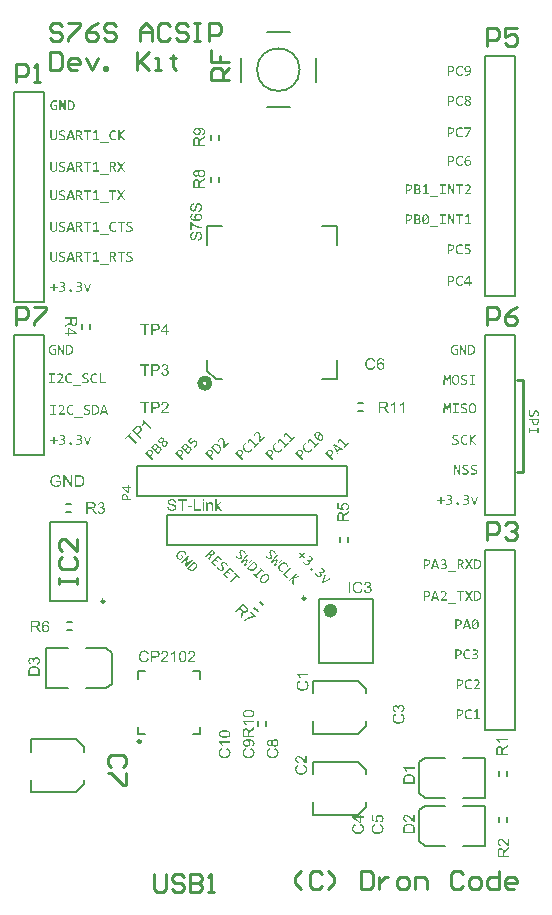
<source format=gto>
G04*
G04 #@! TF.GenerationSoftware,Altium Limited,Altium Designer,18.0.9 (584)*
G04*
G04 Layer_Color=65535*
%FSLAX25Y25*%
%MOIN*%
G70*
G01*
G75*
%ADD10C,0.00984*%
%ADD11C,0.01968*%
%ADD12C,0.02362*%
%ADD13C,0.00787*%
%ADD14C,0.01000*%
G36*
X258971Y245852D02*
X259037Y245847D01*
X259071D01*
X259099Y245841D01*
X259159Y245836D01*
X259232Y245824D01*
X259248D01*
X259271Y245819D01*
X259293D01*
X259354Y245808D01*
X259426Y245797D01*
X259442D01*
X259465Y245791D01*
X259487Y245786D01*
X259548Y245775D01*
X259609Y245763D01*
Y245364D01*
X259598D01*
X259576Y245375D01*
X259537Y245380D01*
X259487Y245392D01*
X259431Y245403D01*
X259365Y245419D01*
X259221Y245442D01*
X259215D01*
X259187Y245447D01*
X259154Y245453D01*
X259104Y245458D01*
X259049Y245464D01*
X258982Y245469D01*
X258849Y245475D01*
X258788D01*
X258721Y245469D01*
X258638Y245458D01*
X258543Y245442D01*
X258449Y245419D01*
X258366Y245386D01*
X258288Y245342D01*
X258283Y245336D01*
X258260Y245319D01*
X258233Y245292D01*
X258199Y245253D01*
X258166Y245203D01*
X258138Y245142D01*
X258116Y245075D01*
X258111Y244998D01*
Y244992D01*
Y244975D01*
X258116Y244953D01*
X258122Y244920D01*
X258144Y244848D01*
X258160Y244809D01*
X258183Y244770D01*
X258188Y244764D01*
X258194Y244753D01*
X258210Y244737D01*
X258233Y244714D01*
X258294Y244659D01*
X258371Y244598D01*
X258377Y244592D01*
X258394Y244587D01*
X258416Y244570D01*
X258455Y244553D01*
X258493Y244531D01*
X258538Y244509D01*
X258649Y244465D01*
X258654D01*
X258677Y244454D01*
X258704Y244443D01*
X258749Y244426D01*
X258793Y244409D01*
X258843Y244387D01*
X258960Y244337D01*
X258965D01*
X258987Y244326D01*
X259021Y244315D01*
X259060Y244298D01*
X259109Y244276D01*
X259159Y244254D01*
X259276Y244198D01*
X259282Y244193D01*
X259304Y244187D01*
X259332Y244171D01*
X259370Y244148D01*
X259459Y244087D01*
X259548Y244015D01*
X259554Y244010D01*
X259570Y243999D01*
X259592Y243976D01*
X259620Y243943D01*
X259648Y243910D01*
X259681Y243865D01*
X259742Y243765D01*
X259748Y243760D01*
X259753Y243738D01*
X259764Y243710D01*
X259781Y243671D01*
X259798Y243621D01*
X259809Y243560D01*
X259814Y243499D01*
X259820Y243427D01*
Y243416D01*
Y243388D01*
X259814Y243344D01*
X259809Y243288D01*
X259798Y243227D01*
X259776Y243155D01*
X259753Y243083D01*
X259720Y243016D01*
X259715Y243011D01*
X259703Y242988D01*
X259681Y242955D01*
X259653Y242916D01*
X259615Y242872D01*
X259570Y242822D01*
X259515Y242772D01*
X259454Y242728D01*
X259448Y242722D01*
X259426Y242711D01*
X259387Y242689D01*
X259343Y242661D01*
X259282Y242633D01*
X259215Y242605D01*
X259137Y242578D01*
X259049Y242555D01*
X259037D01*
X259010Y242544D01*
X258960Y242539D01*
X258893Y242528D01*
X258815Y242517D01*
X258727Y242511D01*
X258627Y242500D01*
X258444D01*
X258399Y242506D01*
X258360D01*
X258260Y242511D01*
X258238D01*
X258216Y242517D01*
X258183D01*
X258105Y242528D01*
X258016Y242539D01*
X257994D01*
X257972Y242544D01*
X257944D01*
X257872Y242555D01*
X257794Y242567D01*
X257789D01*
X257778Y242572D01*
X257755Y242578D01*
X257733Y242583D01*
X257672Y242600D01*
X257606Y242617D01*
Y243044D01*
X257617Y243038D01*
X257639Y243033D01*
X257678Y243022D01*
X257728Y243005D01*
X257789Y242983D01*
X257861Y242966D01*
X257939Y242950D01*
X258022Y242933D01*
X258033D01*
X258061Y242927D01*
X258111Y242922D01*
X258177Y242916D01*
X258255Y242905D01*
X258344Y242900D01*
X258444Y242894D01*
X258632D01*
X258682Y242900D01*
X258738D01*
X258799Y242911D01*
X258860Y242916D01*
X258921Y242927D01*
X258926D01*
X258949Y242933D01*
X258971Y242944D01*
X259010Y242950D01*
X259087Y242983D01*
X259165Y243022D01*
X259171Y243027D01*
X259182Y243033D01*
X259198Y243049D01*
X259221Y243066D01*
X259271Y243116D01*
X259309Y243183D01*
Y243188D01*
X259315Y243199D01*
X259326Y243221D01*
X259332Y243249D01*
X259343Y243283D01*
X259348Y243321D01*
X259354Y243405D01*
Y243410D01*
Y243427D01*
X259348Y243449D01*
X259343Y243482D01*
X259320Y243554D01*
X259304Y243588D01*
X259276Y243627D01*
X259271Y243632D01*
X259265Y243643D01*
X259248Y243660D01*
X259226Y243682D01*
X259198Y243710D01*
X259165Y243738D01*
X259082Y243793D01*
X259076Y243799D01*
X259060Y243804D01*
X259037Y243821D01*
X259004Y243838D01*
X258965Y243860D01*
X258921Y243882D01*
X258810Y243932D01*
X258804Y243937D01*
X258782Y243943D01*
X258754Y243954D01*
X258710Y243971D01*
X258665Y243987D01*
X258610Y244010D01*
X258493Y244054D01*
X258488Y244059D01*
X258466Y244065D01*
X258438Y244082D01*
X258399Y244098D01*
X258349Y244121D01*
X258299Y244143D01*
X258183Y244198D01*
X258177Y244204D01*
X258155Y244215D01*
X258127Y244226D01*
X258088Y244248D01*
X258050Y244276D01*
X257999Y244304D01*
X257905Y244376D01*
X257900Y244381D01*
X257889Y244392D01*
X257866Y244415D01*
X257839Y244448D01*
X257811Y244481D01*
X257778Y244526D01*
X257716Y244620D01*
X257711Y244626D01*
X257705Y244648D01*
X257694Y244676D01*
X257683Y244714D01*
X257667Y244764D01*
X257656Y244820D01*
X257650Y244886D01*
X257644Y244953D01*
Y244959D01*
Y244981D01*
X257650Y245014D01*
X257656Y245059D01*
X257661Y245109D01*
X257672Y245164D01*
X257689Y245225D01*
X257711Y245286D01*
X257716Y245292D01*
X257722Y245314D01*
X257744Y245342D01*
X257766Y245380D01*
X257794Y245425D01*
X257833Y245475D01*
X257877Y245525D01*
X257927Y245575D01*
X257933Y245580D01*
X257955Y245597D01*
X257989Y245619D01*
X258033Y245647D01*
X258083Y245680D01*
X258149Y245713D01*
X258222Y245747D01*
X258305Y245780D01*
X258316Y245786D01*
X258349Y245791D01*
X258394Y245802D01*
X258460Y245819D01*
X258543Y245836D01*
X258638Y245847D01*
X258743Y245852D01*
X258860Y245858D01*
X258915D01*
X258971Y245852D01*
D02*
G37*
G36*
X256157D02*
X256224Y245847D01*
X256257D01*
X256285Y245841D01*
X256346Y245836D01*
X256418Y245824D01*
X256434D01*
X256457Y245819D01*
X256479D01*
X256540Y245808D01*
X256612Y245797D01*
X256629D01*
X256651Y245791D01*
X256673Y245786D01*
X256734Y245775D01*
X256795Y245763D01*
Y245364D01*
X256784D01*
X256762Y245375D01*
X256723Y245380D01*
X256673Y245392D01*
X256618Y245403D01*
X256551Y245419D01*
X256407Y245442D01*
X256401D01*
X256373Y245447D01*
X256340Y245453D01*
X256290Y245458D01*
X256235Y245464D01*
X256168Y245469D01*
X256035Y245475D01*
X255974D01*
X255907Y245469D01*
X255824Y245458D01*
X255730Y245442D01*
X255635Y245419D01*
X255552Y245386D01*
X255474Y245342D01*
X255469Y245336D01*
X255447Y245319D01*
X255419Y245292D01*
X255385Y245253D01*
X255352Y245203D01*
X255324Y245142D01*
X255302Y245075D01*
X255297Y244998D01*
Y244992D01*
Y244975D01*
X255302Y244953D01*
X255308Y244920D01*
X255330Y244848D01*
X255347Y244809D01*
X255369Y244770D01*
X255374Y244764D01*
X255380Y244753D01*
X255397Y244737D01*
X255419Y244714D01*
X255480Y244659D01*
X255557Y244598D01*
X255563Y244592D01*
X255580Y244587D01*
X255602Y244570D01*
X255641Y244553D01*
X255680Y244531D01*
X255724Y244509D01*
X255835Y244465D01*
X255841D01*
X255863Y244454D01*
X255890Y244443D01*
X255935Y244426D01*
X255979Y244409D01*
X256029Y244387D01*
X256146Y244337D01*
X256151D01*
X256174Y244326D01*
X256207Y244315D01*
X256246Y244298D01*
X256296Y244276D01*
X256346Y244254D01*
X256462Y244198D01*
X256468Y244193D01*
X256490Y244187D01*
X256518Y244171D01*
X256557Y244148D01*
X256645Y244087D01*
X256734Y244015D01*
X256740Y244010D01*
X256756Y243999D01*
X256779Y243976D01*
X256806Y243943D01*
X256834Y243910D01*
X256867Y243865D01*
X256928Y243765D01*
X256934Y243760D01*
X256940Y243738D01*
X256951Y243710D01*
X256967Y243671D01*
X256984Y243621D01*
X256995Y243560D01*
X257001Y243499D01*
X257006Y243427D01*
Y243416D01*
Y243388D01*
X257001Y243344D01*
X256995Y243288D01*
X256984Y243227D01*
X256962Y243155D01*
X256940Y243083D01*
X256906Y243016D01*
X256901Y243011D01*
X256890Y242988D01*
X256867Y242955D01*
X256840Y242916D01*
X256801Y242872D01*
X256756Y242822D01*
X256701Y242772D01*
X256640Y242728D01*
X256634Y242722D01*
X256612Y242711D01*
X256573Y242689D01*
X256529Y242661D01*
X256468Y242633D01*
X256401Y242605D01*
X256324Y242578D01*
X256235Y242555D01*
X256224D01*
X256196Y242544D01*
X256146Y242539D01*
X256079Y242528D01*
X256001Y242517D01*
X255913Y242511D01*
X255813Y242500D01*
X255630D01*
X255585Y242506D01*
X255546D01*
X255447Y242511D01*
X255424D01*
X255402Y242517D01*
X255369D01*
X255291Y242528D01*
X255202Y242539D01*
X255180D01*
X255158Y242544D01*
X255130D01*
X255058Y242555D01*
X254980Y242567D01*
X254975D01*
X254964Y242572D01*
X254942Y242578D01*
X254919Y242583D01*
X254858Y242600D01*
X254792Y242617D01*
Y243044D01*
X254803Y243038D01*
X254825Y243033D01*
X254864Y243022D01*
X254914Y243005D01*
X254975Y242983D01*
X255047Y242966D01*
X255125Y242950D01*
X255208Y242933D01*
X255219D01*
X255247Y242927D01*
X255297Y242922D01*
X255363Y242916D01*
X255441Y242905D01*
X255530Y242900D01*
X255630Y242894D01*
X255818D01*
X255868Y242900D01*
X255924D01*
X255985Y242911D01*
X256046Y242916D01*
X256107Y242927D01*
X256113D01*
X256135Y242933D01*
X256157Y242944D01*
X256196Y242950D01*
X256274Y242983D01*
X256351Y243022D01*
X256357Y243027D01*
X256368Y243033D01*
X256384Y243049D01*
X256407Y243066D01*
X256457Y243116D01*
X256495Y243183D01*
Y243188D01*
X256501Y243199D01*
X256512Y243221D01*
X256518Y243249D01*
X256529Y243283D01*
X256534Y243321D01*
X256540Y243405D01*
Y243410D01*
Y243427D01*
X256534Y243449D01*
X256529Y243482D01*
X256507Y243554D01*
X256490Y243588D01*
X256462Y243627D01*
X256457Y243632D01*
X256451Y243643D01*
X256434Y243660D01*
X256412Y243682D01*
X256384Y243710D01*
X256351Y243738D01*
X256268Y243793D01*
X256262Y243799D01*
X256246Y243804D01*
X256224Y243821D01*
X256190Y243838D01*
X256151Y243860D01*
X256107Y243882D01*
X255996Y243932D01*
X255991Y243937D01*
X255968Y243943D01*
X255941Y243954D01*
X255896Y243971D01*
X255852Y243987D01*
X255796Y244010D01*
X255680Y244054D01*
X255674Y244059D01*
X255652Y244065D01*
X255624Y244082D01*
X255585Y244098D01*
X255535Y244121D01*
X255485Y244143D01*
X255369Y244198D01*
X255363Y244204D01*
X255341Y244215D01*
X255313Y244226D01*
X255275Y244248D01*
X255236Y244276D01*
X255186Y244304D01*
X255091Y244376D01*
X255086Y244381D01*
X255075Y244392D01*
X255052Y244415D01*
X255025Y244448D01*
X254997Y244481D01*
X254964Y244526D01*
X254903Y244620D01*
X254897Y244626D01*
X254892Y244648D01*
X254880Y244676D01*
X254869Y244714D01*
X254853Y244764D01*
X254842Y244820D01*
X254836Y244886D01*
X254831Y244953D01*
Y244959D01*
Y244981D01*
X254836Y245014D01*
X254842Y245059D01*
X254847Y245109D01*
X254858Y245164D01*
X254875Y245225D01*
X254897Y245286D01*
X254903Y245292D01*
X254908Y245314D01*
X254930Y245342D01*
X254953Y245380D01*
X254980Y245425D01*
X255019Y245475D01*
X255064Y245525D01*
X255114Y245575D01*
X255119Y245580D01*
X255141Y245597D01*
X255175Y245619D01*
X255219Y245647D01*
X255269Y245680D01*
X255336Y245713D01*
X255408Y245747D01*
X255491Y245780D01*
X255502Y245786D01*
X255535Y245791D01*
X255580Y245802D01*
X255646Y245819D01*
X255730Y245836D01*
X255824Y245847D01*
X255929Y245852D01*
X256046Y245858D01*
X256101D01*
X256157Y245852D01*
D02*
G37*
G36*
X254220Y242544D02*
X253615D01*
X252705Y244581D01*
X252444Y245236D01*
Y243588D01*
Y242544D01*
X252000D01*
Y245808D01*
X252594D01*
X253460Y243876D01*
X253776Y243133D01*
Y244881D01*
Y245808D01*
X254220D01*
Y242544D01*
D02*
G37*
G36*
X259187Y232500D02*
X258688D01*
X257705Y235009D01*
X258199D01*
X258816Y233344D01*
X258949Y232939D01*
X259087Y233355D01*
X259698Y235009D01*
X260175D01*
X259187Y232500D01*
D02*
G37*
G36*
X256068Y235808D02*
X256129D01*
X256201Y235797D01*
X256274Y235786D01*
X256351Y235774D01*
X256429Y235752D01*
X256440D01*
X256462Y235741D01*
X256501Y235730D01*
X256545Y235714D01*
X256601Y235691D01*
X256657Y235664D01*
X256712Y235630D01*
X256762Y235591D01*
X256768Y235586D01*
X256784Y235575D01*
X256806Y235553D01*
X256840Y235519D01*
X256867Y235480D01*
X256901Y235441D01*
X256934Y235392D01*
X256962Y235336D01*
X256967Y235331D01*
X256973Y235308D01*
X256984Y235280D01*
X257001Y235236D01*
X257012Y235186D01*
X257023Y235131D01*
X257028Y235064D01*
X257034Y234998D01*
Y234992D01*
Y234986D01*
Y234953D01*
X257028Y234898D01*
X257017Y234837D01*
X257001Y234759D01*
X256973Y234681D01*
X256940Y234604D01*
X256890Y234526D01*
X256884Y234520D01*
X256862Y234492D01*
X256828Y234459D01*
X256784Y234420D01*
X256729Y234370D01*
X256662Y234320D01*
X256579Y234270D01*
X256490Y234226D01*
X256496D01*
X256512Y234221D01*
X256534Y234215D01*
X256568Y234209D01*
X256607Y234198D01*
X256651Y234182D01*
X256740Y234143D01*
X256745D01*
X256762Y234132D01*
X256784Y234121D01*
X256818Y234104D01*
X256890Y234054D01*
X256962Y233993D01*
X256967Y233987D01*
X256978Y233976D01*
X256995Y233954D01*
X257017Y233932D01*
X257045Y233899D01*
X257073Y233860D01*
X257123Y233771D01*
X257128Y233765D01*
X257134Y233749D01*
X257145Y233721D01*
X257156Y233688D01*
X257167Y233643D01*
X257178Y233599D01*
X257189Y233543D01*
Y233488D01*
Y233477D01*
Y233449D01*
X257184Y233410D01*
X257178Y233355D01*
X257167Y233294D01*
X257151Y233227D01*
X257128Y233155D01*
X257101Y233083D01*
X257095Y233077D01*
X257084Y233049D01*
X257062Y233016D01*
X257034Y232972D01*
X256995Y232922D01*
X256951Y232866D01*
X256895Y232811D01*
X256834Y232755D01*
X256828Y232750D01*
X256801Y232733D01*
X256768Y232705D01*
X256717Y232678D01*
X256651Y232639D01*
X256579Y232606D01*
X256490Y232567D01*
X256396Y232533D01*
X256390D01*
X256384Y232528D01*
X256368D01*
X256351Y232522D01*
X256296Y232511D01*
X256218Y232494D01*
X256129Y232478D01*
X256024Y232467D01*
X255907Y232461D01*
X255780Y232456D01*
X255663D01*
X255608Y232461D01*
X255552D01*
X255430Y232472D01*
X255402D01*
X255374Y232478D01*
X255336D01*
X255291Y232483D01*
X255241Y232489D01*
X255141Y232500D01*
Y232889D01*
X255147D01*
X255169Y232883D01*
X255197Y232877D01*
X255236Y232872D01*
X255286Y232866D01*
X255341Y232861D01*
X255463Y232844D01*
X255497D01*
X255530Y232839D01*
X255630D01*
X255691Y232833D01*
X255907D01*
X255963Y232839D01*
X256029Y232844D01*
X256096Y232850D01*
X256168Y232861D01*
X256235Y232872D01*
X256240D01*
X256262Y232883D01*
X256296Y232889D01*
X256335Y232905D01*
X256429Y232944D01*
X256473Y232972D01*
X256518Y232999D01*
X256523Y233005D01*
X256534Y233016D01*
X256557Y233033D01*
X256579Y233055D01*
X256634Y233122D01*
X256657Y233155D01*
X256679Y233199D01*
Y233205D01*
X256690Y233222D01*
X256695Y233244D01*
X256706Y233277D01*
X256717Y233316D01*
X256723Y233360D01*
X256734Y233466D01*
Y233471D01*
Y233488D01*
X256729Y233516D01*
Y233543D01*
X256706Y233621D01*
X256695Y233660D01*
X256673Y233699D01*
Y233704D01*
X256662Y233716D01*
X256645Y233732D01*
X256629Y233760D01*
X256573Y233810D01*
X256501Y233865D01*
X256496Y233871D01*
X256485Y233876D01*
X256462Y233888D01*
X256429Y233904D01*
X256390Y233921D01*
X256346Y233937D01*
X256296Y233954D01*
X256240Y233965D01*
X256235D01*
X256212Y233971D01*
X256185Y233976D01*
X256146Y233987D01*
X256096Y233993D01*
X256041Y233998D01*
X255913Y234004D01*
X255541D01*
Y234359D01*
X255974D01*
X256007Y234365D01*
X256051Y234370D01*
X256096Y234376D01*
X256190Y234398D01*
X256196D01*
X256212Y234404D01*
X256235Y234415D01*
X256262Y234426D01*
X256329Y234459D01*
X256396Y234509D01*
X256401Y234515D01*
X256412Y234520D01*
X256429Y234537D01*
X256446Y234559D01*
X256490Y234615D01*
X256529Y234687D01*
Y234692D01*
X256534Y234703D01*
X256545Y234726D01*
X256557Y234759D01*
X256562Y234792D01*
X256573Y234837D01*
X256579Y234931D01*
Y234936D01*
Y234942D01*
Y234975D01*
X256573Y235020D01*
X256557Y235075D01*
X256540Y235142D01*
X256512Y235203D01*
X256473Y235264D01*
X256418Y235314D01*
X256412Y235319D01*
X256390Y235331D01*
X256351Y235353D01*
X256301Y235375D01*
X256235Y235397D01*
X256152Y235419D01*
X256057Y235430D01*
X255946Y235436D01*
X255885D01*
X255841Y235430D01*
X255791D01*
X255730Y235425D01*
X255602Y235403D01*
X255596D01*
X255574Y235397D01*
X255535Y235392D01*
X255491Y235381D01*
X255435Y235364D01*
X255374Y235347D01*
X255302Y235331D01*
X255230Y235308D01*
Y235686D01*
X255236D01*
X255247Y235691D01*
X255263Y235697D01*
X255286Y235702D01*
X255341Y235719D01*
X255408Y235736D01*
X255413D01*
X255424Y235741D01*
X255447D01*
X255469Y235747D01*
X255530Y235763D01*
X255602Y235774D01*
X255608D01*
X255619Y235780D01*
X255635D01*
X255663Y235786D01*
X255724Y235791D01*
X255791Y235802D01*
X255807D01*
X255830Y235808D01*
X255852D01*
X255913Y235813D01*
X256018D01*
X256068Y235808D01*
D02*
G37*
G36*
X250441D02*
X250501D01*
X250574Y235797D01*
X250646Y235786D01*
X250724Y235774D01*
X250801Y235752D01*
X250812D01*
X250834Y235741D01*
X250873Y235730D01*
X250918Y235714D01*
X250973Y235691D01*
X251029Y235664D01*
X251084Y235630D01*
X251134Y235591D01*
X251140Y235586D01*
X251156Y235575D01*
X251179Y235553D01*
X251212Y235519D01*
X251240Y235480D01*
X251273Y235441D01*
X251306Y235392D01*
X251334Y235336D01*
X251340Y235331D01*
X251345Y235308D01*
X251356Y235280D01*
X251373Y235236D01*
X251384Y235186D01*
X251395Y235131D01*
X251401Y235064D01*
X251406Y234998D01*
Y234992D01*
Y234986D01*
Y234953D01*
X251401Y234898D01*
X251390Y234837D01*
X251373Y234759D01*
X251345Y234681D01*
X251312Y234604D01*
X251262Y234526D01*
X251256Y234520D01*
X251234Y234492D01*
X251201Y234459D01*
X251156Y234420D01*
X251101Y234370D01*
X251034Y234320D01*
X250951Y234270D01*
X250862Y234226D01*
X250868D01*
X250885Y234221D01*
X250907Y234215D01*
X250940Y234209D01*
X250979Y234198D01*
X251023Y234182D01*
X251112Y234143D01*
X251118D01*
X251134Y234132D01*
X251156Y234121D01*
X251190Y234104D01*
X251262Y234054D01*
X251334Y233993D01*
X251340Y233987D01*
X251351Y233976D01*
X251367Y233954D01*
X251390Y233932D01*
X251417Y233899D01*
X251445Y233860D01*
X251495Y233771D01*
X251501Y233765D01*
X251506Y233749D01*
X251517Y233721D01*
X251528Y233688D01*
X251539Y233643D01*
X251551Y233599D01*
X251562Y233543D01*
Y233488D01*
Y233477D01*
Y233449D01*
X251556Y233410D01*
X251551Y233355D01*
X251539Y233294D01*
X251523Y233227D01*
X251501Y233155D01*
X251473Y233083D01*
X251467Y233077D01*
X251456Y233049D01*
X251434Y233016D01*
X251406Y232972D01*
X251367Y232922D01*
X251323Y232866D01*
X251268Y232811D01*
X251206Y232755D01*
X251201Y232750D01*
X251173Y232733D01*
X251140Y232705D01*
X251090Y232678D01*
X251023Y232639D01*
X250951Y232606D01*
X250862Y232567D01*
X250768Y232533D01*
X250762D01*
X250757Y232528D01*
X250740D01*
X250724Y232522D01*
X250668Y232511D01*
X250590Y232494D01*
X250501Y232478D01*
X250396Y232467D01*
X250280Y232461D01*
X250152Y232456D01*
X250035D01*
X249980Y232461D01*
X249924D01*
X249802Y232472D01*
X249775D01*
X249747Y232478D01*
X249708D01*
X249663Y232483D01*
X249613Y232489D01*
X249514Y232500D01*
Y232889D01*
X249519D01*
X249541Y232883D01*
X249569Y232877D01*
X249608Y232872D01*
X249658Y232866D01*
X249713Y232861D01*
X249836Y232844D01*
X249869D01*
X249902Y232839D01*
X250002D01*
X250063Y232833D01*
X250280D01*
X250335Y232839D01*
X250402Y232844D01*
X250468Y232850D01*
X250540Y232861D01*
X250607Y232872D01*
X250613D01*
X250635Y232883D01*
X250668Y232889D01*
X250707Y232905D01*
X250801Y232944D01*
X250846Y232972D01*
X250890Y232999D01*
X250896Y233005D01*
X250907Y233016D01*
X250929Y233033D01*
X250951Y233055D01*
X251007Y233122D01*
X251029Y233155D01*
X251051Y233199D01*
Y233205D01*
X251062Y233222D01*
X251068Y233244D01*
X251079Y233277D01*
X251090Y233316D01*
X251095Y233360D01*
X251107Y233466D01*
Y233471D01*
Y233488D01*
X251101Y233516D01*
Y233543D01*
X251079Y233621D01*
X251068Y233660D01*
X251045Y233699D01*
Y233704D01*
X251034Y233716D01*
X251018Y233732D01*
X251001Y233760D01*
X250946Y233810D01*
X250873Y233865D01*
X250868Y233871D01*
X250857Y233876D01*
X250834Y233888D01*
X250801Y233904D01*
X250762Y233921D01*
X250718Y233937D01*
X250668Y233954D01*
X250613Y233965D01*
X250607D01*
X250585Y233971D01*
X250557Y233976D01*
X250518Y233987D01*
X250468Y233993D01*
X250413Y233998D01*
X250285Y234004D01*
X249913D01*
Y234359D01*
X250346D01*
X250379Y234365D01*
X250424Y234370D01*
X250468Y234376D01*
X250563Y234398D01*
X250568D01*
X250585Y234404D01*
X250607Y234415D01*
X250635Y234426D01*
X250701Y234459D01*
X250768Y234509D01*
X250774Y234515D01*
X250785Y234520D01*
X250801Y234537D01*
X250818Y234559D01*
X250862Y234615D01*
X250901Y234687D01*
Y234692D01*
X250907Y234703D01*
X250918Y234726D01*
X250929Y234759D01*
X250935Y234792D01*
X250946Y234837D01*
X250951Y234931D01*
Y234936D01*
Y234942D01*
Y234975D01*
X250946Y235020D01*
X250929Y235075D01*
X250912Y235142D01*
X250885Y235203D01*
X250846Y235264D01*
X250790Y235314D01*
X250785Y235319D01*
X250762Y235331D01*
X250724Y235353D01*
X250674Y235375D01*
X250607Y235397D01*
X250524Y235419D01*
X250429Y235430D01*
X250318Y235436D01*
X250257D01*
X250213Y235430D01*
X250163D01*
X250102Y235425D01*
X249974Y235403D01*
X249969D01*
X249946Y235397D01*
X249908Y235392D01*
X249863Y235381D01*
X249808Y235364D01*
X249747Y235347D01*
X249675Y235331D01*
X249602Y235308D01*
Y235686D01*
X249608D01*
X249619Y235691D01*
X249636Y235697D01*
X249658Y235702D01*
X249713Y235719D01*
X249780Y235736D01*
X249786D01*
X249797Y235741D01*
X249819D01*
X249841Y235747D01*
X249902Y235763D01*
X249974Y235774D01*
X249980D01*
X249991Y235780D01*
X250008D01*
X250035Y235786D01*
X250096Y235791D01*
X250163Y235802D01*
X250180D01*
X250202Y235808D01*
X250224D01*
X250285Y235813D01*
X250391D01*
X250441Y235808D01*
D02*
G37*
G36*
X247910Y234049D02*
X248892D01*
Y233671D01*
X247910D01*
Y232650D01*
X247482D01*
Y233671D01*
X246500D01*
Y234049D01*
X247477D01*
Y235059D01*
X247910D01*
Y234049D01*
D02*
G37*
G36*
X253349Y233282D02*
X253404Y233277D01*
X253460Y233255D01*
X253465D01*
X253471Y233249D01*
X253504Y233233D01*
X253549Y233199D01*
X253593Y233160D01*
X253604Y233149D01*
X253626Y233122D01*
X253654Y233083D01*
X253682Y233027D01*
Y233022D01*
X253687Y233016D01*
X253698Y232983D01*
X253710Y232927D01*
X253715Y232866D01*
Y232861D01*
Y232850D01*
Y232839D01*
X253710Y232816D01*
X253704Y232761D01*
X253682Y232705D01*
Y232700D01*
X253676Y232694D01*
X253660Y232661D01*
X253632Y232617D01*
X253593Y232572D01*
X253582Y232561D01*
X253554Y232539D01*
X253515Y232511D01*
X253460Y232489D01*
X253454D01*
X253449Y232483D01*
X253432Y232478D01*
X253410Y232472D01*
X253360Y232461D01*
X253299Y232456D01*
X253266D01*
X253243Y232461D01*
X253193Y232472D01*
X253132Y232489D01*
X253127D01*
X253121Y232494D01*
X253088Y232511D01*
X253049Y232533D01*
X253005Y232572D01*
X252993Y232583D01*
X252971Y232611D01*
X252944Y232650D01*
X252916Y232705D01*
Y232711D01*
X252910Y232716D01*
X252905Y232733D01*
Y232755D01*
X252894Y232805D01*
X252888Y232866D01*
Y232872D01*
Y232883D01*
Y232900D01*
X252894Y232922D01*
X252899Y232972D01*
X252916Y233027D01*
Y233033D01*
X252921Y233038D01*
X252938Y233072D01*
X252966Y233116D01*
X253005Y233160D01*
Y233166D01*
X253016Y233172D01*
X253043Y233194D01*
X253082Y233227D01*
X253132Y233255D01*
X253138D01*
X253143Y233260D01*
X253160Y233266D01*
X253182Y233272D01*
X253238Y233282D01*
X253299Y233288D01*
X253332D01*
X253349Y233282D01*
D02*
G37*
G36*
X252865Y255808D02*
X252932Y255802D01*
X252965D01*
X252993Y255797D01*
X253054Y255791D01*
X253126Y255780D01*
X253143D01*
X253165Y255774D01*
X253187D01*
X253248Y255763D01*
X253320Y255752D01*
X253337D01*
X253359Y255747D01*
X253381Y255741D01*
X253443Y255730D01*
X253503Y255719D01*
Y255319D01*
X253492D01*
X253470Y255330D01*
X253431Y255336D01*
X253381Y255347D01*
X253326Y255358D01*
X253259Y255375D01*
X253115Y255397D01*
X253110D01*
X253082Y255403D01*
X253048Y255408D01*
X252998Y255414D01*
X252943Y255419D01*
X252876Y255425D01*
X252743Y255430D01*
X252682D01*
X252615Y255425D01*
X252532Y255414D01*
X252438Y255397D01*
X252344Y255375D01*
X252260Y255342D01*
X252183Y255297D01*
X252177Y255292D01*
X252155Y255275D01*
X252127Y255247D01*
X252094Y255208D01*
X252061Y255158D01*
X252033Y255097D01*
X252011Y255031D01*
X252005Y254953D01*
Y254948D01*
Y254931D01*
X252011Y254909D01*
X252016Y254875D01*
X252038Y254803D01*
X252055Y254764D01*
X252077Y254726D01*
X252083Y254720D01*
X252088Y254709D01*
X252105Y254692D01*
X252127Y254670D01*
X252188Y254615D01*
X252266Y254554D01*
X252272Y254548D01*
X252288Y254542D01*
X252310Y254526D01*
X252349Y254509D01*
X252388Y254487D01*
X252432Y254465D01*
X252543Y254420D01*
X252549D01*
X252571Y254409D01*
X252599Y254398D01*
X252643Y254381D01*
X252688Y254365D01*
X252738Y254343D01*
X252854Y254293D01*
X252860D01*
X252882Y254282D01*
X252915Y254270D01*
X252954Y254254D01*
X253004Y254232D01*
X253054Y254209D01*
X253171Y254154D01*
X253176Y254148D01*
X253198Y254143D01*
X253226Y254126D01*
X253265Y254104D01*
X253354Y254043D01*
X253443Y253971D01*
X253448Y253965D01*
X253465Y253954D01*
X253487Y253932D01*
X253515Y253899D01*
X253542Y253865D01*
X253576Y253821D01*
X253637Y253721D01*
X253642Y253715D01*
X253648Y253693D01*
X253659Y253665D01*
X253676Y253627D01*
X253692Y253577D01*
X253703Y253516D01*
X253709Y253455D01*
X253714Y253382D01*
Y253371D01*
Y253344D01*
X253709Y253299D01*
X253703Y253244D01*
X253692Y253183D01*
X253670Y253111D01*
X253648Y253038D01*
X253615Y252972D01*
X253609Y252966D01*
X253598Y252944D01*
X253576Y252911D01*
X253548Y252872D01*
X253509Y252827D01*
X253465Y252778D01*
X253409Y252728D01*
X253348Y252683D01*
X253343Y252678D01*
X253320Y252666D01*
X253282Y252644D01*
X253237Y252617D01*
X253176Y252589D01*
X253110Y252561D01*
X253032Y252533D01*
X252943Y252511D01*
X252932D01*
X252904Y252500D01*
X252854Y252495D01*
X252788Y252483D01*
X252710Y252472D01*
X252621Y252467D01*
X252521Y252456D01*
X252338D01*
X252294Y252461D01*
X252255D01*
X252155Y252467D01*
X252133D01*
X252111Y252472D01*
X252077D01*
X251999Y252483D01*
X251911Y252495D01*
X251888D01*
X251866Y252500D01*
X251838D01*
X251766Y252511D01*
X251689Y252522D01*
X251683D01*
X251672Y252528D01*
X251650Y252533D01*
X251628Y252539D01*
X251567Y252555D01*
X251500Y252572D01*
Y252999D01*
X251511Y252994D01*
X251533Y252988D01*
X251572Y252977D01*
X251622Y252961D01*
X251683Y252939D01*
X251755Y252922D01*
X251833Y252905D01*
X251916Y252888D01*
X251927D01*
X251955Y252883D01*
X252005Y252877D01*
X252072Y252872D01*
X252149Y252861D01*
X252238Y252855D01*
X252338Y252850D01*
X252527D01*
X252577Y252855D01*
X252632D01*
X252693Y252866D01*
X252754Y252872D01*
X252815Y252883D01*
X252821D01*
X252843Y252888D01*
X252865Y252900D01*
X252904Y252905D01*
X252982Y252939D01*
X253060Y252977D01*
X253065Y252983D01*
X253076Y252988D01*
X253093Y253005D01*
X253115Y253022D01*
X253165Y253072D01*
X253204Y253138D01*
Y253144D01*
X253209Y253155D01*
X253221Y253177D01*
X253226Y253205D01*
X253237Y253238D01*
X253243Y253277D01*
X253248Y253360D01*
Y253366D01*
Y253382D01*
X253243Y253405D01*
X253237Y253438D01*
X253215Y253510D01*
X253198Y253543D01*
X253171Y253582D01*
X253165Y253588D01*
X253159Y253599D01*
X253143Y253615D01*
X253121Y253638D01*
X253093Y253665D01*
X253060Y253693D01*
X252976Y253749D01*
X252971Y253754D01*
X252954Y253760D01*
X252932Y253777D01*
X252899Y253793D01*
X252860Y253815D01*
X252815Y253838D01*
X252704Y253888D01*
X252699Y253893D01*
X252677Y253899D01*
X252649Y253910D01*
X252604Y253926D01*
X252560Y253943D01*
X252505Y253965D01*
X252388Y254010D01*
X252382Y254015D01*
X252360Y254021D01*
X252332Y254037D01*
X252294Y254054D01*
X252244Y254076D01*
X252194Y254098D01*
X252077Y254154D01*
X252072Y254159D01*
X252049Y254171D01*
X252022Y254182D01*
X251983Y254204D01*
X251944Y254232D01*
X251894Y254259D01*
X251800Y254331D01*
X251794Y254337D01*
X251783Y254348D01*
X251761Y254370D01*
X251733Y254404D01*
X251705Y254437D01*
X251672Y254481D01*
X251611Y254576D01*
X251606Y254581D01*
X251600Y254604D01*
X251589Y254631D01*
X251578Y254670D01*
X251561Y254720D01*
X251550Y254776D01*
X251544Y254842D01*
X251539Y254909D01*
Y254914D01*
Y254937D01*
X251544Y254970D01*
X251550Y255014D01*
X251555Y255064D01*
X251567Y255120D01*
X251583Y255181D01*
X251606Y255242D01*
X251611Y255247D01*
X251617Y255270D01*
X251639Y255297D01*
X251661Y255336D01*
X251689Y255381D01*
X251728Y255430D01*
X251772Y255480D01*
X251822Y255530D01*
X251827Y255536D01*
X251850Y255553D01*
X251883Y255575D01*
X251927Y255602D01*
X251977Y255636D01*
X252044Y255669D01*
X252116Y255702D01*
X252199Y255736D01*
X252210Y255741D01*
X252244Y255747D01*
X252288Y255758D01*
X252355Y255774D01*
X252438Y255791D01*
X252532Y255802D01*
X252638Y255808D01*
X252754Y255813D01*
X252810D01*
X252865Y255808D01*
D02*
G37*
G36*
X255862Y255802D02*
X255929Y255797D01*
X255995Y255791D01*
X256145Y255769D01*
X256156D01*
X256179Y255763D01*
X256218Y255752D01*
X256267Y255741D01*
X256323Y255725D01*
X256384Y255702D01*
X256523Y255652D01*
Y255214D01*
X256517Y255220D01*
X256489Y255231D01*
X256456Y255247D01*
X256406Y255270D01*
X256351Y255292D01*
X256290Y255314D01*
X256151Y255358D01*
X256140D01*
X256118Y255369D01*
X256079Y255375D01*
X256029Y255386D01*
X255968Y255397D01*
X255896Y255403D01*
X255818Y255414D01*
X255696D01*
X255651Y255408D01*
X255596Y255403D01*
X255535Y255392D01*
X255463Y255375D01*
X255391Y255353D01*
X255318Y255325D01*
X255313Y255319D01*
X255291Y255308D01*
X255252Y255286D01*
X255213Y255258D01*
X255163Y255225D01*
X255107Y255181D01*
X255052Y255131D01*
X255002Y255070D01*
X254996Y255064D01*
X254980Y255042D01*
X254958Y255009D01*
X254930Y254959D01*
X254897Y254903D01*
X254863Y254831D01*
X254830Y254753D01*
X254802Y254670D01*
Y254659D01*
X254791Y254631D01*
X254780Y254581D01*
X254769Y254515D01*
X254758Y254437D01*
X254747Y254348D01*
X254741Y254248D01*
X254736Y254137D01*
Y254132D01*
Y254110D01*
Y254076D01*
X254741Y254032D01*
Y253982D01*
X254747Y253921D01*
X254758Y253854D01*
X254769Y253782D01*
X254797Y253627D01*
X254841Y253466D01*
X254908Y253316D01*
X254946Y253249D01*
X254991Y253183D01*
X254996Y253177D01*
X255002Y253171D01*
X255019Y253155D01*
X255041Y253133D01*
X255063Y253111D01*
X255096Y253083D01*
X255135Y253049D01*
X255180Y253022D01*
X255230Y252994D01*
X255285Y252961D01*
X255352Y252933D01*
X255418Y252911D01*
X255490Y252888D01*
X255568Y252877D01*
X255657Y252866D01*
X255746Y252861D01*
X255823D01*
X255873Y252866D01*
X255935Y252872D01*
X256001Y252877D01*
X256145Y252905D01*
X256156D01*
X256179Y252916D01*
X256218Y252927D01*
X256267Y252944D01*
X256323Y252961D01*
X256384Y252983D01*
X256523Y253044D01*
Y252622D01*
X256517D01*
X256506Y252617D01*
X256484Y252606D01*
X256456Y252600D01*
X256417Y252583D01*
X256373Y252572D01*
X256329Y252555D01*
X256273Y252544D01*
X256145Y252511D01*
X256007Y252489D01*
X255857Y252467D01*
X255696Y252461D01*
X255668D01*
X255629Y252467D01*
X255579D01*
X255524Y252472D01*
X255457Y252483D01*
X255385Y252495D01*
X255302Y252511D01*
X255219Y252533D01*
X255130Y252561D01*
X255041Y252594D01*
X254952Y252633D01*
X254869Y252683D01*
X254786Y252739D01*
X254702Y252800D01*
X254630Y252872D01*
X254625Y252877D01*
X254613Y252894D01*
X254597Y252916D01*
X254575Y252950D01*
X254547Y252994D01*
X254514Y253044D01*
X254480Y253111D01*
X254447Y253183D01*
X254414Y253260D01*
X254380Y253355D01*
X254347Y253455D01*
X254319Y253560D01*
X254297Y253682D01*
X254280Y253810D01*
X254270Y253948D01*
X254264Y254093D01*
Y254098D01*
Y254110D01*
Y254132D01*
Y254159D01*
X254270Y254193D01*
Y254237D01*
X254275Y254331D01*
X254286Y254437D01*
X254308Y254559D01*
X254330Y254681D01*
X254364Y254803D01*
Y254809D01*
X254369Y254820D01*
X254375Y254837D01*
X254380Y254859D01*
X254408Y254914D01*
X254436Y254992D01*
X254480Y255075D01*
X254530Y255164D01*
X254586Y255258D01*
X254652Y255342D01*
X254663Y255353D01*
X254686Y255381D01*
X254730Y255419D01*
X254786Y255469D01*
X254852Y255525D01*
X254930Y255580D01*
X255019Y255636D01*
X255113Y255686D01*
X255119D01*
X255124Y255691D01*
X255141Y255697D01*
X255163Y255702D01*
X255219Y255725D01*
X255291Y255747D01*
X255379Y255769D01*
X255485Y255791D01*
X255602Y255802D01*
X255724Y255808D01*
X255807D01*
X255862Y255802D01*
D02*
G37*
G36*
X258116Y254209D02*
X259464Y252500D01*
X258909D01*
X257683Y254098D01*
Y252500D01*
X257239D01*
Y255763D01*
X257683D01*
Y254243D01*
X258881Y255763D01*
X259403D01*
X258116Y254209D01*
D02*
G37*
G36*
X255648Y266308D02*
X255715Y266302D01*
X255748D01*
X255776Y266297D01*
X255837Y266291D01*
X255909Y266280D01*
X255926D01*
X255948Y266274D01*
X255970D01*
X256031Y266263D01*
X256103Y266252D01*
X256120D01*
X256142Y266247D01*
X256165Y266241D01*
X256226Y266230D01*
X256287Y266219D01*
Y265819D01*
X256276D01*
X256253Y265830D01*
X256214Y265836D01*
X256165Y265847D01*
X256109Y265858D01*
X256043Y265875D01*
X255898Y265897D01*
X255893D01*
X255865Y265903D01*
X255832Y265908D01*
X255782Y265914D01*
X255726Y265919D01*
X255660Y265925D01*
X255526Y265930D01*
X255465D01*
X255399Y265925D01*
X255315Y265914D01*
X255221Y265897D01*
X255127Y265875D01*
X255043Y265842D01*
X254966Y265797D01*
X254960Y265792D01*
X254938Y265775D01*
X254910Y265747D01*
X254877Y265708D01*
X254844Y265658D01*
X254816Y265597D01*
X254794Y265531D01*
X254788Y265453D01*
Y265448D01*
Y265431D01*
X254794Y265409D01*
X254799Y265375D01*
X254821Y265303D01*
X254838Y265264D01*
X254860Y265226D01*
X254866Y265220D01*
X254871Y265209D01*
X254888Y265192D01*
X254910Y265170D01*
X254971Y265115D01*
X255049Y265054D01*
X255055Y265048D01*
X255071Y265042D01*
X255093Y265026D01*
X255132Y265009D01*
X255171Y264987D01*
X255216Y264965D01*
X255327Y264920D01*
X255332D01*
X255354Y264909D01*
X255382Y264898D01*
X255426Y264881D01*
X255471Y264865D01*
X255521Y264843D01*
X255637Y264793D01*
X255643D01*
X255665Y264782D01*
X255698Y264770D01*
X255737Y264754D01*
X255787Y264732D01*
X255837Y264709D01*
X255954Y264654D01*
X255959Y264648D01*
X255981Y264643D01*
X256009Y264626D01*
X256048Y264604D01*
X256137Y264543D01*
X256226Y264471D01*
X256231Y264465D01*
X256248Y264454D01*
X256270Y264432D01*
X256298Y264399D01*
X256326Y264365D01*
X256359Y264321D01*
X256420Y264221D01*
X256425Y264215D01*
X256431Y264193D01*
X256442Y264165D01*
X256459Y264127D01*
X256475Y264077D01*
X256487Y264016D01*
X256492Y263955D01*
X256498Y263882D01*
Y263871D01*
Y263844D01*
X256492Y263799D01*
X256487Y263744D01*
X256475Y263683D01*
X256453Y263611D01*
X256431Y263538D01*
X256398Y263472D01*
X256392Y263466D01*
X256381Y263444D01*
X256359Y263411D01*
X256331Y263372D01*
X256292Y263327D01*
X256248Y263278D01*
X256192Y263228D01*
X256131Y263183D01*
X256126Y263178D01*
X256103Y263166D01*
X256065Y263144D01*
X256020Y263117D01*
X255959Y263089D01*
X255893Y263061D01*
X255815Y263033D01*
X255726Y263011D01*
X255715D01*
X255687Y263000D01*
X255637Y262995D01*
X255571Y262983D01*
X255493Y262972D01*
X255404Y262967D01*
X255304Y262956D01*
X255121D01*
X255077Y262961D01*
X255038D01*
X254938Y262967D01*
X254916D01*
X254894Y262972D01*
X254860D01*
X254783Y262983D01*
X254694Y262995D01*
X254672D01*
X254649Y263000D01*
X254622D01*
X254550Y263011D01*
X254472Y263022D01*
X254466D01*
X254455Y263028D01*
X254433Y263033D01*
X254411Y263039D01*
X254350Y263055D01*
X254283Y263072D01*
Y263499D01*
X254294Y263494D01*
X254316Y263488D01*
X254355Y263477D01*
X254405Y263461D01*
X254466Y263439D01*
X254538Y263422D01*
X254616Y263405D01*
X254699Y263388D01*
X254710D01*
X254738Y263383D01*
X254788Y263377D01*
X254855Y263372D01*
X254932Y263361D01*
X255021Y263355D01*
X255121Y263350D01*
X255310D01*
X255360Y263355D01*
X255415D01*
X255476Y263366D01*
X255537Y263372D01*
X255598Y263383D01*
X255604D01*
X255626Y263388D01*
X255648Y263400D01*
X255687Y263405D01*
X255765Y263439D01*
X255843Y263477D01*
X255848Y263483D01*
X255859Y263488D01*
X255876Y263505D01*
X255898Y263522D01*
X255948Y263572D01*
X255987Y263638D01*
Y263644D01*
X255993Y263655D01*
X256004Y263677D01*
X256009Y263705D01*
X256020Y263738D01*
X256026Y263777D01*
X256031Y263860D01*
Y263866D01*
Y263882D01*
X256026Y263905D01*
X256020Y263938D01*
X255998Y264010D01*
X255981Y264043D01*
X255954Y264082D01*
X255948Y264088D01*
X255943Y264099D01*
X255926Y264116D01*
X255904Y264138D01*
X255876Y264165D01*
X255843Y264193D01*
X255759Y264249D01*
X255754Y264254D01*
X255737Y264260D01*
X255715Y264277D01*
X255682Y264293D01*
X255643Y264315D01*
X255598Y264338D01*
X255487Y264387D01*
X255482Y264393D01*
X255460Y264399D01*
X255432Y264410D01*
X255388Y264426D01*
X255343Y264443D01*
X255288Y264465D01*
X255171Y264510D01*
X255166Y264515D01*
X255143Y264521D01*
X255116Y264537D01*
X255077Y264554D01*
X255027Y264576D01*
X254977Y264598D01*
X254860Y264654D01*
X254855Y264660D01*
X254833Y264671D01*
X254805Y264682D01*
X254766Y264704D01*
X254727Y264732D01*
X254677Y264759D01*
X254583Y264831D01*
X254577Y264837D01*
X254566Y264848D01*
X254544Y264870D01*
X254516Y264904D01*
X254488Y264937D01*
X254455Y264981D01*
X254394Y265076D01*
X254388Y265081D01*
X254383Y265104D01*
X254372Y265131D01*
X254361Y265170D01*
X254344Y265220D01*
X254333Y265276D01*
X254328Y265342D01*
X254322Y265409D01*
Y265414D01*
Y265437D01*
X254328Y265470D01*
X254333Y265514D01*
X254339Y265564D01*
X254350Y265620D01*
X254366Y265681D01*
X254388Y265742D01*
X254394Y265747D01*
X254400Y265770D01*
X254422Y265797D01*
X254444Y265836D01*
X254472Y265880D01*
X254511Y265930D01*
X254555Y265980D01*
X254605Y266030D01*
X254611Y266036D01*
X254633Y266053D01*
X254666Y266075D01*
X254710Y266102D01*
X254760Y266136D01*
X254827Y266169D01*
X254899Y266202D01*
X254982Y266236D01*
X254994Y266241D01*
X255027Y266247D01*
X255071Y266258D01*
X255138Y266274D01*
X255221Y266291D01*
X255315Y266302D01*
X255421Y266308D01*
X255537Y266313D01*
X255593D01*
X255648Y266308D01*
D02*
G37*
G36*
X251070Y263000D02*
X250637D01*
X250570Y265037D01*
X250542Y265814D01*
X250387Y265364D01*
X249904Y264066D01*
X249599D01*
X249138Y265314D01*
X248988Y265814D01*
X248977Y265003D01*
X248922Y263000D01*
X248500D01*
X248661Y266263D01*
X249188D01*
X249627Y265031D01*
X249771Y264615D01*
X249904Y265031D01*
X250370Y266263D01*
X250914D01*
X251070Y263000D01*
D02*
G37*
G36*
X253578Y265886D02*
X252823D01*
Y263377D01*
X253578D01*
Y263000D01*
X251619D01*
Y263377D01*
X252374D01*
Y265886D01*
X251619D01*
Y266263D01*
X253578D01*
Y265886D01*
D02*
G37*
G36*
X258362Y266308D02*
X258435Y266297D01*
X258523Y266286D01*
X258612Y266263D01*
X258706Y266236D01*
X258795Y266197D01*
X258806Y266191D01*
X258834Y266175D01*
X258878Y266147D01*
X258934Y266113D01*
X258995Y266064D01*
X259056Y266008D01*
X259123Y265942D01*
X259184Y265864D01*
X259189Y265853D01*
X259211Y265825D01*
X259239Y265780D01*
X259273Y265720D01*
X259311Y265642D01*
X259350Y265553D01*
X259384Y265453D01*
X259417Y265342D01*
Y265336D01*
X259422Y265331D01*
Y265314D01*
X259428Y265287D01*
X259434Y265259D01*
X259439Y265226D01*
X259456Y265142D01*
X259472Y265042D01*
X259483Y264926D01*
X259489Y264793D01*
X259494Y264654D01*
Y264648D01*
Y264637D01*
Y264610D01*
Y264582D01*
X259489Y264543D01*
Y264498D01*
X259483Y264393D01*
X259467Y264277D01*
X259450Y264149D01*
X259422Y264021D01*
X259389Y263894D01*
Y263888D01*
X259384Y263877D01*
X259378Y263860D01*
X259372Y263838D01*
X259345Y263783D01*
X259317Y263705D01*
X259273Y263622D01*
X259228Y263533D01*
X259167Y263444D01*
X259106Y263361D01*
X259101Y263350D01*
X259078Y263327D01*
X259039Y263289D01*
X258990Y263244D01*
X258928Y263194D01*
X258862Y263144D01*
X258784Y263100D01*
X258695Y263055D01*
X258684Y263050D01*
X258657Y263039D01*
X258607Y263022D01*
X258545Y263005D01*
X258473Y262989D01*
X258390Y262972D01*
X258296Y262961D01*
X258201Y262956D01*
X258146D01*
X258090Y262961D01*
X258013Y262972D01*
X257929Y262983D01*
X257835Y263000D01*
X257741Y263028D01*
X257652Y263067D01*
X257641Y263072D01*
X257613Y263089D01*
X257569Y263117D01*
X257519Y263150D01*
X257452Y263200D01*
X257391Y263255D01*
X257325Y263322D01*
X257263Y263394D01*
X257258Y263405D01*
X257236Y263433D01*
X257208Y263477D01*
X257175Y263538D01*
X257141Y263616D01*
X257102Y263705D01*
X257069Y263805D01*
X257036Y263916D01*
Y263921D01*
X257030Y263932D01*
Y263949D01*
X257025Y263971D01*
X257019Y263999D01*
X257014Y264032D01*
X257003Y264121D01*
X256986Y264221D01*
X256975Y264343D01*
X256969Y264476D01*
X256964Y264615D01*
Y264621D01*
Y264632D01*
Y264660D01*
Y264687D01*
X256969Y264726D01*
Y264770D01*
X256975Y264870D01*
X256986Y264992D01*
X257008Y265115D01*
X257030Y265248D01*
X257064Y265370D01*
Y265375D01*
X257069Y265387D01*
X257075Y265403D01*
X257080Y265425D01*
X257102Y265481D01*
X257136Y265559D01*
X257175Y265642D01*
X257225Y265731D01*
X257280Y265814D01*
X257341Y265897D01*
X257347Y265908D01*
X257374Y265930D01*
X257408Y265969D01*
X257458Y266014D01*
X257519Y266064D01*
X257591Y266119D01*
X257669Y266163D01*
X257752Y266208D01*
X257763Y266213D01*
X257791Y266225D01*
X257841Y266241D01*
X257902Y266263D01*
X257974Y266280D01*
X258063Y266297D01*
X258152Y266308D01*
X258251Y266313D01*
X258301D01*
X258362Y266308D01*
D02*
G37*
G36*
X277494Y263989D02*
X277488Y263967D01*
X277477Y263928D01*
X277461Y263878D01*
X277438Y263817D01*
X277422Y263745D01*
X277405Y263667D01*
X277389Y263584D01*
Y263573D01*
X277383Y263545D01*
X277377Y263495D01*
X277372Y263428D01*
X277361Y263351D01*
X277355Y263262D01*
X277350Y263162D01*
Y262973D01*
X277355Y262923D01*
Y262868D01*
X277366Y262807D01*
X277372Y262746D01*
X277383Y262685D01*
Y262679D01*
X277389Y262657D01*
X277400Y262635D01*
X277405Y262596D01*
X277438Y262518D01*
X277477Y262440D01*
X277483Y262435D01*
X277488Y262424D01*
X277505Y262407D01*
X277522Y262385D01*
X277572Y262335D01*
X277638Y262296D01*
X277644D01*
X277655Y262291D01*
X277677Y262280D01*
X277705Y262274D01*
X277738Y262263D01*
X277777Y262257D01*
X277860Y262252D01*
X277866D01*
X277883D01*
X277905Y262257D01*
X277938Y262263D01*
X278010Y262285D01*
X278043Y262302D01*
X278082Y262329D01*
X278088Y262335D01*
X278099Y262340D01*
X278116Y262357D01*
X278138Y262379D01*
X278166Y262407D01*
X278193Y262440D01*
X278249Y262524D01*
X278254Y262529D01*
X278260Y262546D01*
X278276Y262568D01*
X278293Y262601D01*
X278315Y262640D01*
X278338Y262685D01*
X278387Y262796D01*
X278393Y262801D01*
X278399Y262823D01*
X278410Y262851D01*
X278426Y262896D01*
X278443Y262940D01*
X278465Y262995D01*
X278510Y263112D01*
X278515Y263118D01*
X278521Y263140D01*
X278537Y263168D01*
X278554Y263206D01*
X278576Y263256D01*
X278598Y263306D01*
X278654Y263423D01*
X278660Y263428D01*
X278671Y263451D01*
X278682Y263478D01*
X278704Y263517D01*
X278732Y263556D01*
X278759Y263606D01*
X278832Y263700D01*
X278837Y263706D01*
X278848Y263717D01*
X278870Y263739D01*
X278904Y263767D01*
X278937Y263795D01*
X278981Y263828D01*
X279076Y263889D01*
X279081Y263895D01*
X279103Y263900D01*
X279131Y263911D01*
X279170Y263922D01*
X279220Y263939D01*
X279275Y263950D01*
X279342Y263956D01*
X279409Y263961D01*
X279414D01*
X279436D01*
X279470Y263956D01*
X279514Y263950D01*
X279564Y263945D01*
X279620Y263933D01*
X279681Y263917D01*
X279742Y263895D01*
X279747Y263889D01*
X279769Y263883D01*
X279797Y263861D01*
X279836Y263839D01*
X279880Y263811D01*
X279930Y263772D01*
X279980Y263728D01*
X280030Y263678D01*
X280036Y263673D01*
X280052Y263650D01*
X280075Y263617D01*
X280102Y263573D01*
X280136Y263523D01*
X280169Y263456D01*
X280202Y263384D01*
X280236Y263301D01*
X280241Y263290D01*
X280247Y263256D01*
X280258Y263212D01*
X280275Y263145D01*
X280291Y263062D01*
X280302Y262968D01*
X280308Y262862D01*
X280313Y262746D01*
Y262690D01*
X280308Y262635D01*
X280302Y262568D01*
Y262535D01*
X280297Y262507D01*
X280291Y262446D01*
X280280Y262374D01*
Y262357D01*
X280275Y262335D01*
Y262313D01*
X280263Y262252D01*
X280252Y262180D01*
Y262163D01*
X280247Y262141D01*
X280241Y262119D01*
X280230Y262057D01*
X280219Y261997D01*
X279819D01*
Y262007D01*
X279831Y262030D01*
X279836Y262069D01*
X279847Y262119D01*
X279858Y262174D01*
X279875Y262241D01*
X279897Y262385D01*
Y262390D01*
X279903Y262418D01*
X279908Y262452D01*
X279914Y262502D01*
X279919Y262557D01*
X279925Y262624D01*
X279930Y262757D01*
Y262818D01*
X279925Y262884D01*
X279914Y262968D01*
X279897Y263062D01*
X279875Y263156D01*
X279842Y263240D01*
X279797Y263317D01*
X279792Y263323D01*
X279775Y263345D01*
X279747Y263373D01*
X279708Y263406D01*
X279658Y263439D01*
X279597Y263467D01*
X279531Y263489D01*
X279453Y263495D01*
X279448D01*
X279431D01*
X279409Y263489D01*
X279375Y263484D01*
X279303Y263462D01*
X279264Y263445D01*
X279226Y263423D01*
X279220Y263417D01*
X279209Y263412D01*
X279192Y263395D01*
X279170Y263373D01*
X279115Y263312D01*
X279053Y263234D01*
X279048Y263229D01*
X279042Y263212D01*
X279026Y263190D01*
X279009Y263151D01*
X278987Y263112D01*
X278965Y263068D01*
X278920Y262957D01*
Y262951D01*
X278909Y262929D01*
X278898Y262901D01*
X278881Y262857D01*
X278865Y262812D01*
X278843Y262762D01*
X278793Y262646D01*
Y262640D01*
X278782Y262618D01*
X278770Y262585D01*
X278754Y262546D01*
X278732Y262496D01*
X278709Y262446D01*
X278654Y262329D01*
X278648Y262324D01*
X278643Y262302D01*
X278626Y262274D01*
X278604Y262235D01*
X278543Y262146D01*
X278471Y262057D01*
X278465Y262052D01*
X278454Y262035D01*
X278432Y262013D01*
X278399Y261985D01*
X278365Y261958D01*
X278321Y261924D01*
X278221Y261863D01*
X278216Y261858D01*
X278193Y261852D01*
X278166Y261841D01*
X278127Y261824D01*
X278077Y261808D01*
X278016Y261797D01*
X277955Y261791D01*
X277883Y261786D01*
X277871D01*
X277844D01*
X277799Y261791D01*
X277744Y261797D01*
X277683Y261808D01*
X277610Y261830D01*
X277538Y261852D01*
X277472Y261885D01*
X277466Y261891D01*
X277444Y261902D01*
X277411Y261924D01*
X277372Y261952D01*
X277327Y261991D01*
X277277Y262035D01*
X277228Y262091D01*
X277183Y262152D01*
X277178Y262157D01*
X277167Y262180D01*
X277144Y262218D01*
X277117Y262263D01*
X277089Y262324D01*
X277061Y262390D01*
X277033Y262468D01*
X277011Y262557D01*
Y262568D01*
X277000Y262596D01*
X276994Y262646D01*
X276983Y262712D01*
X276972Y262790D01*
X276967Y262879D01*
X276956Y262979D01*
Y263162D01*
X276961Y263206D01*
Y263245D01*
X276967Y263345D01*
Y263367D01*
X276972Y263389D01*
Y263423D01*
X276983Y263500D01*
X276994Y263589D01*
Y263612D01*
X277000Y263634D01*
Y263662D01*
X277011Y263734D01*
X277022Y263811D01*
Y263817D01*
X277028Y263828D01*
X277033Y263850D01*
X277039Y263872D01*
X277056Y263933D01*
X277072Y264000D01*
X277500D01*
X277494Y263989D01*
D02*
G37*
G36*
X280263Y260065D02*
X280258Y260004D01*
X280252Y259932D01*
X280241Y259854D01*
X280208Y259688D01*
Y259677D01*
X280197Y259649D01*
X280186Y259610D01*
X280164Y259554D01*
X280141Y259493D01*
X280108Y259432D01*
X280075Y259366D01*
X280030Y259299D01*
X280025Y259294D01*
X280008Y259271D01*
X279986Y259238D01*
X279947Y259199D01*
X279903Y259155D01*
X279853Y259110D01*
X279792Y259066D01*
X279725Y259027D01*
X279714Y259022D01*
X279692Y259011D01*
X279653Y258994D01*
X279597Y258977D01*
X279531Y258961D01*
X279453Y258944D01*
X279364Y258933D01*
X279264Y258927D01*
X279253D01*
X279231D01*
X279192Y258933D01*
X279142Y258938D01*
X279081Y258944D01*
X279009Y258961D01*
X278937Y258977D01*
X278865Y259005D01*
X278854Y259011D01*
X278832Y259016D01*
X278793Y259038D01*
X278748Y259061D01*
X278693Y259094D01*
X278637Y259133D01*
X278576Y259183D01*
X278515Y259238D01*
X278510Y259244D01*
X278487Y259266D01*
X278460Y259299D01*
X278426Y259344D01*
X278387Y259405D01*
X278343Y259471D01*
X278304Y259549D01*
X278265Y259638D01*
X278260Y259649D01*
X278249Y259682D01*
X278238Y259732D01*
X278221Y259804D01*
X278199Y259887D01*
X278188Y259987D01*
X278177Y260104D01*
X278171Y260226D01*
Y260626D01*
X277000D01*
Y261070D01*
X280263D01*
Y260065D01*
D02*
G37*
G36*
Y256263D02*
X279886D01*
Y257018D01*
X277377D01*
Y256263D01*
X277000D01*
Y258222D01*
X277377D01*
Y257468D01*
X279886D01*
Y258222D01*
X280263D01*
Y256263D01*
D02*
G37*
G36*
X255648Y275808D02*
X255715Y275802D01*
X255748D01*
X255776Y275797D01*
X255837Y275791D01*
X255909Y275780D01*
X255926D01*
X255948Y275775D01*
X255970D01*
X256031Y275763D01*
X256103Y275752D01*
X256120D01*
X256142Y275747D01*
X256165Y275741D01*
X256226Y275730D01*
X256287Y275719D01*
Y275319D01*
X256276D01*
X256253Y275330D01*
X256214Y275336D01*
X256165Y275347D01*
X256109Y275358D01*
X256043Y275375D01*
X255898Y275397D01*
X255893D01*
X255865Y275403D01*
X255832Y275408D01*
X255782Y275414D01*
X255726Y275419D01*
X255660Y275425D01*
X255526Y275430D01*
X255465D01*
X255399Y275425D01*
X255315Y275414D01*
X255221Y275397D01*
X255127Y275375D01*
X255043Y275342D01*
X254966Y275297D01*
X254960Y275292D01*
X254938Y275275D01*
X254910Y275247D01*
X254877Y275208D01*
X254844Y275158D01*
X254816Y275097D01*
X254794Y275031D01*
X254788Y274953D01*
Y274948D01*
Y274931D01*
X254794Y274909D01*
X254799Y274875D01*
X254821Y274803D01*
X254838Y274764D01*
X254860Y274726D01*
X254866Y274720D01*
X254871Y274709D01*
X254888Y274692D01*
X254910Y274670D01*
X254971Y274615D01*
X255049Y274553D01*
X255055Y274548D01*
X255071Y274542D01*
X255093Y274526D01*
X255132Y274509D01*
X255171Y274487D01*
X255216Y274465D01*
X255327Y274420D01*
X255332D01*
X255354Y274409D01*
X255382Y274398D01*
X255426Y274381D01*
X255471Y274365D01*
X255521Y274343D01*
X255637Y274293D01*
X255643D01*
X255665Y274282D01*
X255698Y274270D01*
X255737Y274254D01*
X255787Y274232D01*
X255837Y274209D01*
X255954Y274154D01*
X255959Y274148D01*
X255981Y274143D01*
X256009Y274126D01*
X256048Y274104D01*
X256137Y274043D01*
X256226Y273971D01*
X256231Y273965D01*
X256248Y273954D01*
X256270Y273932D01*
X256298Y273899D01*
X256326Y273865D01*
X256359Y273821D01*
X256420Y273721D01*
X256425Y273715D01*
X256431Y273693D01*
X256442Y273665D01*
X256459Y273627D01*
X256475Y273577D01*
X256487Y273516D01*
X256492Y273455D01*
X256498Y273382D01*
Y273371D01*
Y273344D01*
X256492Y273299D01*
X256487Y273244D01*
X256475Y273183D01*
X256453Y273111D01*
X256431Y273038D01*
X256398Y272972D01*
X256392Y272966D01*
X256381Y272944D01*
X256359Y272911D01*
X256331Y272872D01*
X256292Y272827D01*
X256248Y272778D01*
X256192Y272728D01*
X256131Y272683D01*
X256126Y272678D01*
X256103Y272667D01*
X256065Y272644D01*
X256020Y272617D01*
X255959Y272589D01*
X255893Y272561D01*
X255815Y272533D01*
X255726Y272511D01*
X255715D01*
X255687Y272500D01*
X255637Y272495D01*
X255571Y272483D01*
X255493Y272472D01*
X255404Y272467D01*
X255304Y272456D01*
X255121D01*
X255077Y272461D01*
X255038D01*
X254938Y272467D01*
X254916D01*
X254894Y272472D01*
X254860D01*
X254783Y272483D01*
X254694Y272495D01*
X254672D01*
X254649Y272500D01*
X254622D01*
X254550Y272511D01*
X254472Y272522D01*
X254466D01*
X254455Y272528D01*
X254433Y272533D01*
X254411Y272539D01*
X254350Y272555D01*
X254283Y272572D01*
Y273000D01*
X254294Y272994D01*
X254316Y272988D01*
X254355Y272977D01*
X254405Y272961D01*
X254466Y272938D01*
X254538Y272922D01*
X254616Y272905D01*
X254699Y272888D01*
X254710D01*
X254738Y272883D01*
X254788Y272877D01*
X254855Y272872D01*
X254932Y272861D01*
X255021Y272855D01*
X255121Y272850D01*
X255310D01*
X255360Y272855D01*
X255415D01*
X255476Y272866D01*
X255537Y272872D01*
X255598Y272883D01*
X255604D01*
X255626Y272888D01*
X255648Y272900D01*
X255687Y272905D01*
X255765Y272938D01*
X255843Y272977D01*
X255848Y272983D01*
X255859Y272988D01*
X255876Y273005D01*
X255898Y273022D01*
X255948Y273072D01*
X255987Y273138D01*
Y273144D01*
X255993Y273155D01*
X256004Y273177D01*
X256009Y273205D01*
X256020Y273238D01*
X256026Y273277D01*
X256031Y273360D01*
Y273366D01*
Y273382D01*
X256026Y273405D01*
X256020Y273438D01*
X255998Y273510D01*
X255981Y273543D01*
X255954Y273582D01*
X255948Y273588D01*
X255943Y273599D01*
X255926Y273616D01*
X255904Y273638D01*
X255876Y273665D01*
X255843Y273693D01*
X255759Y273749D01*
X255754Y273754D01*
X255737Y273760D01*
X255715Y273777D01*
X255682Y273793D01*
X255643Y273815D01*
X255598Y273838D01*
X255487Y273887D01*
X255482Y273893D01*
X255460Y273899D01*
X255432Y273910D01*
X255388Y273926D01*
X255343Y273943D01*
X255288Y273965D01*
X255171Y274010D01*
X255166Y274015D01*
X255143Y274021D01*
X255116Y274037D01*
X255077Y274054D01*
X255027Y274076D01*
X254977Y274098D01*
X254860Y274154D01*
X254855Y274160D01*
X254833Y274171D01*
X254805Y274182D01*
X254766Y274204D01*
X254727Y274232D01*
X254677Y274259D01*
X254583Y274331D01*
X254577Y274337D01*
X254566Y274348D01*
X254544Y274370D01*
X254516Y274404D01*
X254488Y274437D01*
X254455Y274481D01*
X254394Y274576D01*
X254388Y274581D01*
X254383Y274604D01*
X254372Y274631D01*
X254361Y274670D01*
X254344Y274720D01*
X254333Y274776D01*
X254328Y274842D01*
X254322Y274909D01*
Y274914D01*
Y274937D01*
X254328Y274970D01*
X254333Y275014D01*
X254339Y275064D01*
X254350Y275120D01*
X254366Y275181D01*
X254388Y275242D01*
X254394Y275247D01*
X254400Y275270D01*
X254422Y275297D01*
X254444Y275336D01*
X254472Y275380D01*
X254511Y275430D01*
X254555Y275480D01*
X254605Y275530D01*
X254611Y275536D01*
X254633Y275553D01*
X254666Y275575D01*
X254710Y275602D01*
X254760Y275636D01*
X254827Y275669D01*
X254899Y275702D01*
X254982Y275736D01*
X254994Y275741D01*
X255027Y275747D01*
X255071Y275758D01*
X255138Y275775D01*
X255221Y275791D01*
X255315Y275802D01*
X255421Y275808D01*
X255537Y275813D01*
X255593D01*
X255648Y275808D01*
D02*
G37*
G36*
X251070Y272500D02*
X250637D01*
X250570Y274537D01*
X250542Y275314D01*
X250387Y274864D01*
X249904Y273566D01*
X249599D01*
X249138Y274814D01*
X248988Y275314D01*
X248977Y274503D01*
X248922Y272500D01*
X248500D01*
X248661Y275763D01*
X249188D01*
X249627Y274531D01*
X249771Y274115D01*
X249904Y274531D01*
X250370Y275763D01*
X250914D01*
X251070Y272500D01*
D02*
G37*
G36*
X259206Y275386D02*
X258451D01*
Y272877D01*
X259206D01*
Y272500D01*
X257247D01*
Y272877D01*
X258002D01*
Y275386D01*
X257247D01*
Y275763D01*
X259206D01*
Y275386D01*
D02*
G37*
G36*
X252735Y275808D02*
X252807Y275797D01*
X252896Y275786D01*
X252984Y275763D01*
X253079Y275736D01*
X253168Y275697D01*
X253179Y275691D01*
X253206Y275675D01*
X253251Y275647D01*
X253306Y275613D01*
X253367Y275564D01*
X253428Y275508D01*
X253495Y275442D01*
X253556Y275364D01*
X253562Y275353D01*
X253584Y275325D01*
X253611Y275280D01*
X253645Y275219D01*
X253684Y275142D01*
X253723Y275053D01*
X253756Y274953D01*
X253789Y274842D01*
Y274836D01*
X253795Y274831D01*
Y274814D01*
X253800Y274787D01*
X253806Y274759D01*
X253811Y274726D01*
X253828Y274642D01*
X253845Y274542D01*
X253856Y274426D01*
X253861Y274293D01*
X253867Y274154D01*
Y274148D01*
Y274137D01*
Y274110D01*
Y274082D01*
X253861Y274043D01*
Y273998D01*
X253856Y273893D01*
X253839Y273777D01*
X253822Y273649D01*
X253795Y273521D01*
X253761Y273394D01*
Y273388D01*
X253756Y273377D01*
X253750Y273360D01*
X253745Y273338D01*
X253717Y273283D01*
X253689Y273205D01*
X253645Y273122D01*
X253601Y273033D01*
X253539Y272944D01*
X253478Y272861D01*
X253473Y272850D01*
X253451Y272827D01*
X253412Y272789D01*
X253362Y272744D01*
X253301Y272694D01*
X253234Y272644D01*
X253156Y272600D01*
X253068Y272555D01*
X253057Y272550D01*
X253029Y272539D01*
X252979Y272522D01*
X252918Y272505D01*
X252846Y272489D01*
X252762Y272472D01*
X252668Y272461D01*
X252574Y272456D01*
X252518D01*
X252463Y272461D01*
X252385Y272472D01*
X252302Y272483D01*
X252207Y272500D01*
X252113Y272528D01*
X252024Y272567D01*
X252013Y272572D01*
X251985Y272589D01*
X251941Y272617D01*
X251891Y272650D01*
X251824Y272700D01*
X251763Y272755D01*
X251697Y272822D01*
X251636Y272894D01*
X251630Y272905D01*
X251608Y272933D01*
X251580Y272977D01*
X251547Y273038D01*
X251514Y273116D01*
X251475Y273205D01*
X251442Y273305D01*
X251408Y273416D01*
Y273421D01*
X251403Y273432D01*
Y273449D01*
X251397Y273471D01*
X251392Y273499D01*
X251386Y273532D01*
X251375Y273621D01*
X251358Y273721D01*
X251347Y273843D01*
X251342Y273976D01*
X251336Y274115D01*
Y274121D01*
Y274132D01*
Y274160D01*
Y274187D01*
X251342Y274226D01*
Y274270D01*
X251347Y274370D01*
X251358Y274493D01*
X251380Y274615D01*
X251403Y274748D01*
X251436Y274870D01*
Y274875D01*
X251442Y274886D01*
X251447Y274903D01*
X251453Y274925D01*
X251475Y274981D01*
X251508Y275059D01*
X251547Y275142D01*
X251597Y275231D01*
X251652Y275314D01*
X251713Y275397D01*
X251719Y275408D01*
X251747Y275430D01*
X251780Y275469D01*
X251830Y275514D01*
X251891Y275564D01*
X251963Y275619D01*
X252041Y275663D01*
X252124Y275708D01*
X252135Y275713D01*
X252163Y275725D01*
X252213Y275741D01*
X252274Y275763D01*
X252346Y275780D01*
X252435Y275797D01*
X252524Y275808D01*
X252624Y275813D01*
X252674D01*
X252735Y275808D01*
D02*
G37*
G36*
X252682Y285808D02*
X252743Y285802D01*
X252815Y285797D01*
X252965Y285774D01*
X252976D01*
X252998Y285769D01*
X253037Y285758D01*
X253087Y285747D01*
X253148Y285730D01*
X253209Y285708D01*
X253348Y285652D01*
Y285208D01*
X253342Y285214D01*
X253314Y285225D01*
X253281Y285242D01*
X253231Y285264D01*
X253176Y285286D01*
X253109Y285314D01*
X252970Y285358D01*
X252959D01*
X252937Y285369D01*
X252898Y285375D01*
X252848Y285386D01*
X252782Y285397D01*
X252715Y285403D01*
X252637Y285414D01*
X252510D01*
X252460Y285408D01*
X252399Y285403D01*
X252326Y285392D01*
X252249Y285375D01*
X252166Y285353D01*
X252088Y285319D01*
X252077Y285314D01*
X252055Y285303D01*
X252016Y285280D01*
X251971Y285253D01*
X251916Y285214D01*
X251860Y285170D01*
X251805Y285114D01*
X251749Y285053D01*
X251744Y285047D01*
X251727Y285025D01*
X251699Y284986D01*
X251672Y284942D01*
X251638Y284881D01*
X251599Y284814D01*
X251566Y284737D01*
X251538Y284648D01*
X251533Y284637D01*
X251527Y284609D01*
X251516Y284559D01*
X251505Y284498D01*
X251488Y284420D01*
X251477Y284331D01*
X251472Y284232D01*
X251466Y284126D01*
Y284121D01*
Y284115D01*
Y284098D01*
Y284076D01*
X251472Y284021D01*
Y283948D01*
X251477Y283865D01*
X251488Y283771D01*
X251505Y283682D01*
X251522Y283588D01*
X251527Y283577D01*
X251533Y283549D01*
X251549Y283505D01*
X251566Y283449D01*
X251594Y283383D01*
X251627Y283316D01*
X251666Y283249D01*
X251710Y283183D01*
X251716Y283177D01*
X251733Y283155D01*
X251760Y283127D01*
X251799Y283094D01*
X251849Y283049D01*
X251905Y283011D01*
X251966Y282972D01*
X252038Y282933D01*
X252049Y282927D01*
X252071Y282922D01*
X252116Y282905D01*
X252171Y282894D01*
X252243Y282877D01*
X252326Y282861D01*
X252415Y282855D01*
X252515Y282850D01*
X252626D01*
X252648Y282855D01*
X252687D01*
X252726Y282861D01*
X252737D01*
X252759Y282866D01*
X252793Y282877D01*
X252832Y282883D01*
X252843Y282889D01*
X252865Y282894D01*
X252892Y282905D01*
X252926Y282916D01*
Y283954D01*
X252254D01*
Y284320D01*
X253364D01*
Y282650D01*
X253359D01*
X253348Y282644D01*
X253326Y282633D01*
X253298Y282622D01*
X253226Y282589D01*
X253142Y282561D01*
X253137D01*
X253126Y282556D01*
X253103Y282550D01*
X253070Y282544D01*
X253037Y282533D01*
X252998Y282522D01*
X252909Y282505D01*
X252904D01*
X252887Y282500D01*
X252865D01*
X252837Y282494D01*
X252759Y282483D01*
X252676Y282472D01*
X252654D01*
X252632Y282467D01*
X252604D01*
X252532Y282461D01*
X252449Y282456D01*
X252393D01*
X252326Y282461D01*
X252249Y282467D01*
X252154Y282478D01*
X252055Y282500D01*
X251949Y282522D01*
X251844Y282556D01*
X251838D01*
X251833Y282561D01*
X251799Y282578D01*
X251749Y282600D01*
X251688Y282633D01*
X251616Y282678D01*
X251538Y282733D01*
X251461Y282794D01*
X251389Y282866D01*
X251383Y282877D01*
X251355Y282905D01*
X251322Y282949D01*
X251283Y283011D01*
X251233Y283083D01*
X251189Y283172D01*
X251139Y283272D01*
X251100Y283383D01*
Y283388D01*
X251094Y283399D01*
X251089Y283416D01*
X251083Y283438D01*
X251078Y283466D01*
X251067Y283499D01*
X251050Y283588D01*
X251033Y283688D01*
X251017Y283810D01*
X251006Y283948D01*
X251000Y284093D01*
Y284098D01*
Y284109D01*
Y284132D01*
Y284159D01*
X251006Y284198D01*
Y284237D01*
X251017Y284337D01*
X251028Y284448D01*
X251044Y284570D01*
X251072Y284692D01*
X251111Y284814D01*
Y284820D01*
X251117Y284831D01*
X251122Y284848D01*
X251133Y284870D01*
X251155Y284925D01*
X251194Y285003D01*
X251233Y285086D01*
X251289Y285181D01*
X251350Y285269D01*
X251422Y285358D01*
X251433Y285369D01*
X251461Y285397D01*
X251500Y285436D01*
X251561Y285486D01*
X251633Y285541D01*
X251716Y285597D01*
X251810Y285647D01*
X251910Y285697D01*
X251916D01*
X251921Y285702D01*
X251938Y285708D01*
X251960Y285714D01*
X252021Y285736D01*
X252099Y285758D01*
X252193Y285774D01*
X252299Y285797D01*
X252421Y285808D01*
X252549Y285813D01*
X252626D01*
X252682Y285808D01*
D02*
G37*
G36*
X256167Y282500D02*
X255562D01*
X254652Y284537D01*
X254391Y285192D01*
Y283543D01*
Y282500D01*
X253947D01*
Y285763D01*
X254541D01*
X255407Y283832D01*
X255723Y283088D01*
Y284837D01*
Y285763D01*
X256167D01*
Y282500D01*
D02*
G37*
G36*
X257699Y285758D02*
X257760Y285752D01*
X257832Y285741D01*
X257915Y285730D01*
X258004Y285714D01*
X258093Y285691D01*
X258187Y285669D01*
X258282Y285636D01*
X258376Y285597D01*
X258470Y285553D01*
X258559Y285497D01*
X258642Y285441D01*
X258715Y285369D01*
X258720Y285364D01*
X258731Y285353D01*
X258748Y285331D01*
X258776Y285297D01*
X258803Y285253D01*
X258837Y285203D01*
X258870Y285142D01*
X258903Y285070D01*
X258937Y284992D01*
X258975Y284903D01*
X259003Y284803D01*
X259031Y284698D01*
X259059Y284576D01*
X259075Y284448D01*
X259086Y284315D01*
X259092Y284165D01*
Y284154D01*
Y284126D01*
Y284082D01*
X259086Y284021D01*
X259081Y283954D01*
X259075Y283876D01*
X259053Y283716D01*
Y283704D01*
X259048Y283677D01*
X259036Y283638D01*
X259025Y283582D01*
X259009Y283521D01*
X258986Y283455D01*
X258937Y283316D01*
X258931Y283310D01*
X258920Y283282D01*
X258903Y283249D01*
X258881Y283205D01*
X258853Y283155D01*
X258820Y283094D01*
X258731Y282977D01*
X258726Y282972D01*
X258709Y282955D01*
X258681Y282922D01*
X258642Y282889D01*
X258598Y282850D01*
X258542Y282805D01*
X258481Y282761D01*
X258415Y282722D01*
X258409Y282716D01*
X258382Y282705D01*
X258343Y282683D01*
X258293Y282661D01*
X258232Y282633D01*
X258159Y282606D01*
X258076Y282578D01*
X257987Y282556D01*
X257976D01*
X257943Y282544D01*
X257893Y282539D01*
X257826Y282528D01*
X257743Y282517D01*
X257649Y282511D01*
X257543Y282500D01*
X256733D01*
Y285763D01*
X257643D01*
X257699Y285758D01*
D02*
G37*
G36*
X257246Y164302D02*
X257312Y164297D01*
X257379Y164291D01*
X257529Y164269D01*
X257540D01*
X257562Y164263D01*
X257601Y164252D01*
X257651Y164241D01*
X257706Y164225D01*
X257768Y164202D01*
X257906Y164152D01*
Y163714D01*
X257901Y163719D01*
X257873Y163731D01*
X257840Y163747D01*
X257790Y163769D01*
X257734Y163792D01*
X257673Y163814D01*
X257534Y163858D01*
X257523D01*
X257501Y163869D01*
X257462Y163875D01*
X257412Y163886D01*
X257351Y163897D01*
X257279Y163903D01*
X257201Y163914D01*
X257079D01*
X257035Y163908D01*
X256979Y163903D01*
X256918Y163892D01*
X256846Y163875D01*
X256774Y163853D01*
X256702Y163825D01*
X256696Y163819D01*
X256674Y163808D01*
X256635Y163786D01*
X256596Y163758D01*
X256546Y163725D01*
X256491Y163681D01*
X256435Y163631D01*
X256385Y163570D01*
X256380Y163564D01*
X256363Y163542D01*
X256341Y163509D01*
X256313Y163459D01*
X256280Y163403D01*
X256247Y163331D01*
X256213Y163253D01*
X256186Y163170D01*
Y163159D01*
X256175Y163131D01*
X256164Y163081D01*
X256152Y163015D01*
X256141Y162937D01*
X256130Y162848D01*
X256125Y162748D01*
X256119Y162637D01*
Y162632D01*
Y162610D01*
Y162576D01*
X256125Y162532D01*
Y162482D01*
X256130Y162421D01*
X256141Y162354D01*
X256152Y162282D01*
X256180Y162127D01*
X256224Y161966D01*
X256291Y161816D01*
X256330Y161749D01*
X256374Y161683D01*
X256380Y161677D01*
X256385Y161672D01*
X256402Y161655D01*
X256424Y161633D01*
X256447Y161610D01*
X256480Y161583D01*
X256519Y161549D01*
X256563Y161522D01*
X256613Y161494D01*
X256669Y161461D01*
X256735Y161433D01*
X256802Y161411D01*
X256874Y161389D01*
X256952Y161377D01*
X257040Y161366D01*
X257129Y161361D01*
X257207D01*
X257257Y161366D01*
X257318Y161372D01*
X257384Y161377D01*
X257529Y161405D01*
X257540D01*
X257562Y161416D01*
X257601Y161427D01*
X257651Y161444D01*
X257706Y161461D01*
X257768Y161483D01*
X257906Y161544D01*
Y161122D01*
X257901D01*
X257890Y161117D01*
X257867Y161105D01*
X257840Y161100D01*
X257801Y161083D01*
X257756Y161072D01*
X257712Y161056D01*
X257656Y161044D01*
X257529Y161011D01*
X257390Y160989D01*
X257240Y160967D01*
X257079Y160961D01*
X257051D01*
X257013Y160967D01*
X256963D01*
X256907Y160972D01*
X256841Y160983D01*
X256768Y160995D01*
X256685Y161011D01*
X256602Y161033D01*
X256513Y161061D01*
X256424Y161094D01*
X256336Y161133D01*
X256252Y161183D01*
X256169Y161239D01*
X256086Y161300D01*
X256014Y161372D01*
X256008Y161377D01*
X255997Y161394D01*
X255980Y161416D01*
X255958Y161450D01*
X255930Y161494D01*
X255897Y161544D01*
X255864Y161610D01*
X255831Y161683D01*
X255797Y161760D01*
X255764Y161855D01*
X255731Y161955D01*
X255703Y162060D01*
X255681Y162182D01*
X255664Y162310D01*
X255653Y162449D01*
X255647Y162593D01*
Y162598D01*
Y162610D01*
Y162632D01*
Y162659D01*
X255653Y162693D01*
Y162737D01*
X255658Y162831D01*
X255669Y162937D01*
X255692Y163059D01*
X255714Y163181D01*
X255747Y163303D01*
Y163309D01*
X255753Y163320D01*
X255758Y163337D01*
X255764Y163359D01*
X255792Y163414D01*
X255819Y163492D01*
X255864Y163575D01*
X255914Y163664D01*
X255969Y163758D01*
X256036Y163842D01*
X256047Y163853D01*
X256069Y163880D01*
X256114Y163919D01*
X256169Y163969D01*
X256236Y164025D01*
X256313Y164080D01*
X256402Y164136D01*
X256497Y164186D01*
X256502D01*
X256508Y164191D01*
X256524Y164197D01*
X256546Y164202D01*
X256602Y164225D01*
X256674Y164247D01*
X256763Y164269D01*
X256868Y164291D01*
X256985Y164302D01*
X257107Y164308D01*
X257190D01*
X257246Y164302D01*
D02*
G37*
G36*
X259998Y161405D02*
X260726D01*
Y161000D01*
X258678D01*
Y161405D01*
X259516D01*
Y163786D01*
X258733Y163364D01*
X258578Y163736D01*
X259610Y164280D01*
X259998D01*
Y161405D01*
D02*
G37*
G36*
X254066Y164258D02*
X254138Y164252D01*
X254216Y164241D01*
X254382Y164208D01*
X254393D01*
X254421Y164197D01*
X254460Y164186D01*
X254515Y164163D01*
X254576Y164141D01*
X254637Y164108D01*
X254704Y164075D01*
X254770Y164030D01*
X254776Y164025D01*
X254798Y164008D01*
X254832Y163986D01*
X254870Y163947D01*
X254915Y163903D01*
X254959Y163853D01*
X255003Y163792D01*
X255042Y163725D01*
X255048Y163714D01*
X255059Y163692D01*
X255076Y163653D01*
X255092Y163597D01*
X255109Y163531D01*
X255126Y163453D01*
X255137Y163364D01*
X255142Y163264D01*
Y163253D01*
Y163231D01*
X255137Y163192D01*
X255131Y163142D01*
X255126Y163081D01*
X255109Y163009D01*
X255092Y162937D01*
X255065Y162865D01*
X255059Y162854D01*
X255053Y162831D01*
X255031Y162793D01*
X255009Y162748D01*
X254976Y162693D01*
X254937Y162637D01*
X254887Y162576D01*
X254832Y162515D01*
X254826Y162510D01*
X254804Y162487D01*
X254770Y162460D01*
X254726Y162426D01*
X254665Y162388D01*
X254598Y162343D01*
X254521Y162304D01*
X254432Y162265D01*
X254421Y162260D01*
X254387Y162249D01*
X254338Y162238D01*
X254265Y162221D01*
X254182Y162199D01*
X254082Y162188D01*
X253966Y162177D01*
X253844Y162171D01*
X253444D01*
Y161000D01*
X253000D01*
Y164263D01*
X254005D01*
X254066Y164258D01*
D02*
G37*
G36*
X257246Y174302D02*
X257312Y174297D01*
X257379Y174291D01*
X257529Y174269D01*
X257540D01*
X257562Y174263D01*
X257601Y174252D01*
X257651Y174241D01*
X257706Y174224D01*
X257768Y174202D01*
X257906Y174152D01*
Y173714D01*
X257901Y173720D01*
X257873Y173731D01*
X257840Y173747D01*
X257790Y173769D01*
X257734Y173792D01*
X257673Y173814D01*
X257534Y173858D01*
X257523D01*
X257501Y173869D01*
X257462Y173875D01*
X257412Y173886D01*
X257351Y173897D01*
X257279Y173903D01*
X257201Y173914D01*
X257079D01*
X257035Y173908D01*
X256979Y173903D01*
X256918Y173892D01*
X256846Y173875D01*
X256774Y173853D01*
X256702Y173825D01*
X256696Y173819D01*
X256674Y173808D01*
X256635Y173786D01*
X256596Y173758D01*
X256546Y173725D01*
X256491Y173681D01*
X256435Y173631D01*
X256385Y173570D01*
X256380Y173564D01*
X256363Y173542D01*
X256341Y173509D01*
X256313Y173459D01*
X256280Y173403D01*
X256247Y173331D01*
X256213Y173253D01*
X256186Y173170D01*
Y173159D01*
X256175Y173131D01*
X256164Y173081D01*
X256152Y173015D01*
X256141Y172937D01*
X256130Y172848D01*
X256125Y172748D01*
X256119Y172637D01*
Y172632D01*
Y172609D01*
Y172576D01*
X256125Y172532D01*
Y172482D01*
X256130Y172421D01*
X256141Y172354D01*
X256152Y172282D01*
X256180Y172127D01*
X256224Y171966D01*
X256291Y171816D01*
X256330Y171749D01*
X256374Y171683D01*
X256380Y171677D01*
X256385Y171672D01*
X256402Y171655D01*
X256424Y171633D01*
X256447Y171610D01*
X256480Y171583D01*
X256519Y171549D01*
X256563Y171522D01*
X256613Y171494D01*
X256669Y171461D01*
X256735Y171433D01*
X256802Y171411D01*
X256874Y171388D01*
X256952Y171377D01*
X257040Y171366D01*
X257129Y171361D01*
X257207D01*
X257257Y171366D01*
X257318Y171372D01*
X257384Y171377D01*
X257529Y171405D01*
X257540D01*
X257562Y171416D01*
X257601Y171427D01*
X257651Y171444D01*
X257706Y171461D01*
X257768Y171483D01*
X257906Y171544D01*
Y171122D01*
X257901D01*
X257890Y171117D01*
X257867Y171105D01*
X257840Y171100D01*
X257801Y171083D01*
X257756Y171072D01*
X257712Y171055D01*
X257656Y171044D01*
X257529Y171011D01*
X257390Y170989D01*
X257240Y170967D01*
X257079Y170961D01*
X257051D01*
X257013Y170967D01*
X256963D01*
X256907Y170972D01*
X256841Y170983D01*
X256768Y170994D01*
X256685Y171011D01*
X256602Y171033D01*
X256513Y171061D01*
X256424Y171094D01*
X256336Y171133D01*
X256252Y171183D01*
X256169Y171239D01*
X256086Y171300D01*
X256014Y171372D01*
X256008Y171377D01*
X255997Y171394D01*
X255980Y171416D01*
X255958Y171449D01*
X255930Y171494D01*
X255897Y171544D01*
X255864Y171610D01*
X255831Y171683D01*
X255797Y171760D01*
X255764Y171855D01*
X255731Y171955D01*
X255703Y172060D01*
X255681Y172182D01*
X255664Y172310D01*
X255653Y172449D01*
X255647Y172593D01*
Y172598D01*
Y172609D01*
Y172632D01*
Y172659D01*
X255653Y172693D01*
Y172737D01*
X255658Y172831D01*
X255669Y172937D01*
X255692Y173059D01*
X255714Y173181D01*
X255747Y173303D01*
Y173309D01*
X255753Y173320D01*
X255758Y173337D01*
X255764Y173359D01*
X255792Y173414D01*
X255819Y173492D01*
X255864Y173575D01*
X255914Y173664D01*
X255969Y173758D01*
X256036Y173842D01*
X256047Y173853D01*
X256069Y173880D01*
X256114Y173919D01*
X256169Y173969D01*
X256236Y174025D01*
X256313Y174080D01*
X256402Y174136D01*
X256497Y174186D01*
X256502D01*
X256508Y174191D01*
X256524Y174197D01*
X256546Y174202D01*
X256602Y174224D01*
X256674Y174247D01*
X256763Y174269D01*
X256868Y174291D01*
X256985Y174302D01*
X257107Y174308D01*
X257190D01*
X257246Y174302D01*
D02*
G37*
G36*
X259671Y174308D02*
X259727D01*
X259788Y174297D01*
X259854Y174286D01*
X259926Y174269D01*
X259993Y174247D01*
X259998Y174241D01*
X260021Y174236D01*
X260054Y174219D01*
X260099Y174197D01*
X260148Y174169D01*
X260198Y174141D01*
X260298Y174058D01*
X260304Y174053D01*
X260320Y174036D01*
X260343Y174008D01*
X260376Y173975D01*
X260409Y173930D01*
X260442Y173880D01*
X260476Y173825D01*
X260504Y173758D01*
X260509Y173753D01*
X260515Y173725D01*
X260526Y173692D01*
X260542Y173642D01*
X260554Y173581D01*
X260565Y173514D01*
X260570Y173442D01*
X260576Y173359D01*
Y173353D01*
Y173326D01*
Y173292D01*
X260570Y173242D01*
X260565Y173192D01*
X260554Y173131D01*
X260526Y173009D01*
Y173003D01*
X260515Y172981D01*
X260504Y172948D01*
X260487Y172909D01*
X260465Y172859D01*
X260437Y172804D01*
X260370Y172687D01*
X260365Y172682D01*
X260354Y172659D01*
X260332Y172632D01*
X260304Y172587D01*
X260265Y172537D01*
X260221Y172482D01*
X260171Y172421D01*
X260115Y172360D01*
X260109Y172354D01*
X260087Y172332D01*
X260054Y172299D01*
X260015Y172254D01*
X259960Y172199D01*
X259899Y172138D01*
X259832Y172066D01*
X259754Y171994D01*
X259166Y171416D01*
X260753D01*
Y171000D01*
X258600D01*
Y171388D01*
X259438Y172227D01*
X259449Y172238D01*
X259471Y172260D01*
X259510Y172299D01*
X259560Y172349D01*
X259616Y172404D01*
X259671Y172465D01*
X259727Y172526D01*
X259776Y172582D01*
X259782Y172587D01*
X259799Y172609D01*
X259821Y172637D01*
X259849Y172671D01*
X259882Y172715D01*
X259915Y172759D01*
X259976Y172854D01*
X259982Y172859D01*
X259987Y172876D01*
X260004Y172898D01*
X260021Y172931D01*
X260054Y173003D01*
X260076Y173087D01*
Y173092D01*
X260082Y173109D01*
X260087Y173131D01*
X260093Y173159D01*
Y173192D01*
X260099Y173237D01*
X260104Y173326D01*
Y173331D01*
Y173348D01*
Y173370D01*
X260099Y173398D01*
X260093Y173475D01*
X260071Y173553D01*
Y173558D01*
X260065Y173570D01*
X260060Y173592D01*
X260049Y173620D01*
X260015Y173681D01*
X259971Y173747D01*
X259965Y173753D01*
X259960Y173764D01*
X259943Y173775D01*
X259926Y173797D01*
X259865Y173836D01*
X259793Y173880D01*
X259788D01*
X259776Y173886D01*
X259754Y173897D01*
X259721Y173908D01*
X259682Y173914D01*
X259643Y173925D01*
X259593Y173930D01*
X259505D01*
X259466Y173925D01*
X259416Y173919D01*
X259355Y173908D01*
X259294Y173892D01*
X259227Y173869D01*
X259160Y173836D01*
X259155Y173830D01*
X259133Y173819D01*
X259099Y173797D01*
X259055Y173769D01*
X259011Y173736D01*
X258955Y173697D01*
X258905Y173647D01*
X258850Y173597D01*
X258611Y173880D01*
X258622Y173892D01*
X258644Y173914D01*
X258683Y173947D01*
X258733Y173992D01*
X258794Y174041D01*
X258866Y174091D01*
X258944Y174147D01*
X259033Y174191D01*
X259038D01*
X259044Y174197D01*
X259077Y174208D01*
X259127Y174230D01*
X259194Y174252D01*
X259277Y174275D01*
X259371Y174297D01*
X259477Y174308D01*
X259593Y174313D01*
X259632D01*
X259671Y174308D01*
D02*
G37*
G36*
X254066Y174258D02*
X254138Y174252D01*
X254216Y174241D01*
X254382Y174208D01*
X254393D01*
X254421Y174197D01*
X254460Y174186D01*
X254515Y174163D01*
X254576Y174141D01*
X254637Y174108D01*
X254704Y174075D01*
X254770Y174030D01*
X254776Y174025D01*
X254798Y174008D01*
X254832Y173986D01*
X254870Y173947D01*
X254915Y173903D01*
X254959Y173853D01*
X255003Y173792D01*
X255042Y173725D01*
X255048Y173714D01*
X255059Y173692D01*
X255076Y173653D01*
X255092Y173597D01*
X255109Y173531D01*
X255126Y173453D01*
X255137Y173364D01*
X255142Y173264D01*
Y173253D01*
Y173231D01*
X255137Y173192D01*
X255131Y173142D01*
X255126Y173081D01*
X255109Y173009D01*
X255092Y172937D01*
X255065Y172865D01*
X255059Y172854D01*
X255053Y172831D01*
X255031Y172793D01*
X255009Y172748D01*
X254976Y172693D01*
X254937Y172637D01*
X254887Y172576D01*
X254832Y172515D01*
X254826Y172510D01*
X254804Y172487D01*
X254770Y172460D01*
X254726Y172426D01*
X254665Y172388D01*
X254598Y172343D01*
X254521Y172304D01*
X254432Y172265D01*
X254421Y172260D01*
X254387Y172249D01*
X254338Y172238D01*
X254265Y172221D01*
X254182Y172199D01*
X254082Y172188D01*
X253966Y172177D01*
X253844Y172171D01*
X253444D01*
Y171000D01*
X253000D01*
Y174263D01*
X254005D01*
X254066Y174258D01*
D02*
G37*
G36*
X256746Y184302D02*
X256812Y184297D01*
X256879Y184291D01*
X257029Y184269D01*
X257040D01*
X257062Y184263D01*
X257101Y184252D01*
X257151Y184241D01*
X257206Y184224D01*
X257267Y184202D01*
X257406Y184152D01*
Y183714D01*
X257401Y183720D01*
X257373Y183731D01*
X257340Y183747D01*
X257290Y183770D01*
X257234Y183792D01*
X257173Y183814D01*
X257034Y183858D01*
X257023D01*
X257001Y183869D01*
X256962Y183875D01*
X256912Y183886D01*
X256851Y183897D01*
X256779Y183903D01*
X256701Y183914D01*
X256579D01*
X256535Y183908D01*
X256479Y183903D01*
X256418Y183892D01*
X256346Y183875D01*
X256274Y183853D01*
X256202Y183825D01*
X256196Y183819D01*
X256174Y183808D01*
X256135Y183786D01*
X256096Y183758D01*
X256047Y183725D01*
X255991Y183681D01*
X255935Y183631D01*
X255886Y183570D01*
X255880Y183564D01*
X255863Y183542D01*
X255841Y183509D01*
X255813Y183459D01*
X255780Y183403D01*
X255747Y183331D01*
X255714Y183253D01*
X255686Y183170D01*
Y183159D01*
X255675Y183131D01*
X255663Y183081D01*
X255652Y183015D01*
X255641Y182937D01*
X255630Y182848D01*
X255625Y182748D01*
X255619Y182637D01*
Y182632D01*
Y182609D01*
Y182576D01*
X255625Y182532D01*
Y182482D01*
X255630Y182421D01*
X255641Y182354D01*
X255652Y182282D01*
X255680Y182127D01*
X255725Y181966D01*
X255791Y181816D01*
X255830Y181749D01*
X255874Y181683D01*
X255880Y181677D01*
X255886Y181672D01*
X255902Y181655D01*
X255924Y181633D01*
X255946Y181611D01*
X255980Y181583D01*
X256019Y181550D01*
X256063Y181522D01*
X256113Y181494D01*
X256169Y181461D01*
X256235Y181433D01*
X256302Y181411D01*
X256374Y181388D01*
X256452Y181377D01*
X256540Y181366D01*
X256629Y181361D01*
X256707D01*
X256757Y181366D01*
X256818Y181372D01*
X256885Y181377D01*
X257029Y181405D01*
X257040D01*
X257062Y181416D01*
X257101Y181427D01*
X257151Y181444D01*
X257206Y181461D01*
X257267Y181483D01*
X257406Y181544D01*
Y181122D01*
X257401D01*
X257390Y181117D01*
X257367Y181105D01*
X257340Y181100D01*
X257301Y181083D01*
X257256Y181072D01*
X257212Y181055D01*
X257156Y181044D01*
X257029Y181011D01*
X256890Y180989D01*
X256740Y180967D01*
X256579Y180961D01*
X256552D01*
X256513Y180967D01*
X256463D01*
X256407Y180972D01*
X256341Y180983D01*
X256268Y180994D01*
X256185Y181011D01*
X256102Y181033D01*
X256013Y181061D01*
X255924Y181094D01*
X255836Y181133D01*
X255752Y181183D01*
X255669Y181239D01*
X255586Y181300D01*
X255514Y181372D01*
X255508Y181377D01*
X255497Y181394D01*
X255480Y181416D01*
X255458Y181449D01*
X255430Y181494D01*
X255397Y181544D01*
X255364Y181611D01*
X255330Y181683D01*
X255297Y181760D01*
X255264Y181855D01*
X255231Y181955D01*
X255203Y182060D01*
X255181Y182182D01*
X255164Y182310D01*
X255153Y182449D01*
X255147Y182593D01*
Y182598D01*
Y182609D01*
Y182632D01*
Y182659D01*
X255153Y182693D01*
Y182737D01*
X255158Y182832D01*
X255170Y182937D01*
X255192Y183059D01*
X255214Y183181D01*
X255247Y183303D01*
Y183309D01*
X255253Y183320D01*
X255258Y183337D01*
X255264Y183359D01*
X255292Y183414D01*
X255319Y183492D01*
X255364Y183575D01*
X255414Y183664D01*
X255469Y183758D01*
X255536Y183842D01*
X255547Y183853D01*
X255569Y183880D01*
X255613Y183919D01*
X255669Y183969D01*
X255736Y184025D01*
X255813Y184080D01*
X255902Y184136D01*
X255996Y184186D01*
X256002D01*
X256008Y184191D01*
X256024Y184197D01*
X256047Y184202D01*
X256102Y184224D01*
X256174Y184247D01*
X256263Y184269D01*
X256368Y184291D01*
X256485Y184302D01*
X256607Y184308D01*
X256690D01*
X256746Y184302D01*
D02*
G37*
G36*
X259071Y184308D02*
X259132D01*
X259204Y184297D01*
X259277Y184286D01*
X259354Y184274D01*
X259432Y184252D01*
X259443D01*
X259465Y184241D01*
X259504Y184230D01*
X259548Y184213D01*
X259604Y184191D01*
X259660Y184163D01*
X259715Y184130D01*
X259765Y184091D01*
X259770Y184086D01*
X259787Y184075D01*
X259809Y184053D01*
X259843Y184019D01*
X259870Y183980D01*
X259904Y183941D01*
X259937Y183892D01*
X259965Y183836D01*
X259970Y183830D01*
X259976Y183808D01*
X259987Y183781D01*
X260004Y183736D01*
X260015Y183686D01*
X260026Y183631D01*
X260031Y183564D01*
X260037Y183498D01*
Y183492D01*
Y183486D01*
Y183453D01*
X260031Y183398D01*
X260020Y183337D01*
X260004Y183259D01*
X259976Y183181D01*
X259943Y183103D01*
X259893Y183026D01*
X259887Y183020D01*
X259865Y182992D01*
X259832Y182959D01*
X259787Y182920D01*
X259732Y182870D01*
X259665Y182820D01*
X259582Y182771D01*
X259493Y182726D01*
X259499D01*
X259515Y182720D01*
X259537Y182715D01*
X259571Y182709D01*
X259610Y182698D01*
X259654Y182682D01*
X259743Y182643D01*
X259748D01*
X259765Y182632D01*
X259787Y182621D01*
X259820Y182604D01*
X259893Y182554D01*
X259965Y182493D01*
X259970Y182487D01*
X259981Y182476D01*
X259998Y182454D01*
X260020Y182432D01*
X260048Y182399D01*
X260076Y182360D01*
X260126Y182271D01*
X260131Y182265D01*
X260137Y182249D01*
X260148Y182221D01*
X260159Y182188D01*
X260170Y182143D01*
X260181Y182099D01*
X260192Y182043D01*
Y181988D01*
Y181977D01*
Y181949D01*
X260187Y181910D01*
X260181Y181855D01*
X260170Y181794D01*
X260154Y181727D01*
X260131Y181655D01*
X260104Y181583D01*
X260098Y181577D01*
X260087Y181550D01*
X260065Y181516D01*
X260037Y181472D01*
X259998Y181422D01*
X259954Y181366D01*
X259898Y181311D01*
X259837Y181255D01*
X259832Y181250D01*
X259804Y181233D01*
X259770Y181205D01*
X259721Y181178D01*
X259654Y181139D01*
X259582Y181105D01*
X259493Y181067D01*
X259399Y181033D01*
X259393D01*
X259388Y181028D01*
X259371D01*
X259354Y181022D01*
X259299Y181011D01*
X259221Y180994D01*
X259132Y180978D01*
X259027Y180967D01*
X258910Y180961D01*
X258783Y180956D01*
X258666D01*
X258611Y180961D01*
X258555D01*
X258433Y180972D01*
X258405D01*
X258377Y180978D01*
X258339D01*
X258294Y180983D01*
X258244Y180989D01*
X258144Y181000D01*
Y181388D01*
X258150D01*
X258172Y181383D01*
X258200Y181377D01*
X258239Y181372D01*
X258289Y181366D01*
X258344Y181361D01*
X258466Y181344D01*
X258500D01*
X258533Y181339D01*
X258633D01*
X258694Y181333D01*
X258910D01*
X258966Y181339D01*
X259032Y181344D01*
X259099Y181350D01*
X259171Y181361D01*
X259238Y181372D01*
X259243D01*
X259265Y181383D01*
X259299Y181388D01*
X259338Y181405D01*
X259432Y181444D01*
X259476Y181472D01*
X259521Y181500D01*
X259526Y181505D01*
X259537Y181516D01*
X259560Y181533D01*
X259582Y181555D01*
X259637Y181622D01*
X259660Y181655D01*
X259682Y181699D01*
Y181705D01*
X259693Y181721D01*
X259698Y181744D01*
X259710Y181777D01*
X259721Y181816D01*
X259726Y181860D01*
X259737Y181966D01*
Y181971D01*
Y181988D01*
X259732Y182016D01*
Y182043D01*
X259710Y182121D01*
X259698Y182160D01*
X259676Y182199D01*
Y182204D01*
X259665Y182215D01*
X259648Y182232D01*
X259632Y182260D01*
X259576Y182310D01*
X259504Y182365D01*
X259499Y182371D01*
X259487Y182376D01*
X259465Y182387D01*
X259432Y182404D01*
X259393Y182421D01*
X259349Y182437D01*
X259299Y182454D01*
X259243Y182465D01*
X259238D01*
X259215Y182471D01*
X259188Y182476D01*
X259149Y182487D01*
X259099Y182493D01*
X259043Y182499D01*
X258916Y182504D01*
X258544D01*
Y182859D01*
X258977D01*
X259010Y182865D01*
X259055Y182870D01*
X259099Y182876D01*
X259193Y182898D01*
X259199D01*
X259215Y182904D01*
X259238Y182915D01*
X259265Y182926D01*
X259332Y182959D01*
X259399Y183009D01*
X259404Y183015D01*
X259415Y183020D01*
X259432Y183037D01*
X259449Y183059D01*
X259493Y183115D01*
X259532Y183187D01*
Y183192D01*
X259537Y183203D01*
X259548Y183226D01*
X259560Y183259D01*
X259565Y183292D01*
X259576Y183337D01*
X259582Y183431D01*
Y183436D01*
Y183442D01*
Y183475D01*
X259576Y183520D01*
X259560Y183575D01*
X259543Y183642D01*
X259515Y183703D01*
X259476Y183764D01*
X259421Y183814D01*
X259415Y183819D01*
X259393Y183830D01*
X259354Y183853D01*
X259304Y183875D01*
X259238Y183897D01*
X259154Y183919D01*
X259060Y183930D01*
X258949Y183936D01*
X258888D01*
X258844Y183930D01*
X258794D01*
X258733Y183925D01*
X258605Y183903D01*
X258599D01*
X258577Y183897D01*
X258538Y183892D01*
X258494Y183880D01*
X258438Y183864D01*
X258377Y183847D01*
X258305Y183830D01*
X258233Y183808D01*
Y184186D01*
X258239D01*
X258250Y184191D01*
X258266Y184197D01*
X258289Y184202D01*
X258344Y184219D01*
X258411Y184236D01*
X258416D01*
X258427Y184241D01*
X258450D01*
X258472Y184247D01*
X258533Y184263D01*
X258605Y184274D01*
X258611D01*
X258622Y184280D01*
X258638D01*
X258666Y184286D01*
X258727Y184291D01*
X258794Y184302D01*
X258810D01*
X258833Y184308D01*
X258855D01*
X258916Y184313D01*
X259021D01*
X259071Y184308D01*
D02*
G37*
G36*
X253566Y184258D02*
X253638Y184252D01*
X253715Y184241D01*
X253882Y184208D01*
X253893D01*
X253921Y184197D01*
X253960Y184186D01*
X254015Y184163D01*
X254076Y184141D01*
X254137Y184108D01*
X254204Y184075D01*
X254270Y184030D01*
X254276Y184025D01*
X254298Y184008D01*
X254331Y183986D01*
X254370Y183947D01*
X254415Y183903D01*
X254459Y183853D01*
X254503Y183792D01*
X254542Y183725D01*
X254548Y183714D01*
X254559Y183692D01*
X254576Y183653D01*
X254592Y183597D01*
X254609Y183531D01*
X254626Y183453D01*
X254637Y183364D01*
X254642Y183264D01*
Y183253D01*
Y183231D01*
X254637Y183192D01*
X254631Y183142D01*
X254626Y183081D01*
X254609Y183009D01*
X254592Y182937D01*
X254565Y182865D01*
X254559Y182854D01*
X254554Y182832D01*
X254531Y182793D01*
X254509Y182748D01*
X254476Y182693D01*
X254437Y182637D01*
X254387Y182576D01*
X254331Y182515D01*
X254326Y182510D01*
X254304Y182487D01*
X254270Y182460D01*
X254226Y182426D01*
X254165Y182387D01*
X254098Y182343D01*
X254021Y182304D01*
X253932Y182265D01*
X253921Y182260D01*
X253888Y182249D01*
X253838Y182238D01*
X253765Y182221D01*
X253682Y182199D01*
X253582Y182188D01*
X253466Y182177D01*
X253344Y182171D01*
X252944D01*
Y181000D01*
X252500D01*
Y184263D01*
X253505D01*
X253566Y184258D01*
D02*
G37*
G36*
X257706Y191000D02*
X257223D01*
X256996Y191710D01*
X255630D01*
X255403Y191000D01*
X254942D01*
X256024Y194263D01*
X256635D01*
X257706Y191000D01*
D02*
G37*
G36*
X253566Y194258D02*
X253638Y194252D01*
X253715Y194241D01*
X253882Y194208D01*
X253893D01*
X253921Y194197D01*
X253960Y194186D01*
X254015Y194164D01*
X254076Y194141D01*
X254137Y194108D01*
X254204Y194075D01*
X254270Y194030D01*
X254276Y194025D01*
X254298Y194008D01*
X254331Y193986D01*
X254370Y193947D01*
X254415Y193903D01*
X254459Y193853D01*
X254503Y193792D01*
X254542Y193725D01*
X254548Y193714D01*
X254559Y193692D01*
X254576Y193653D01*
X254592Y193597D01*
X254609Y193531D01*
X254626Y193453D01*
X254637Y193364D01*
X254642Y193264D01*
Y193253D01*
Y193231D01*
X254637Y193192D01*
X254631Y193142D01*
X254626Y193081D01*
X254609Y193009D01*
X254592Y192937D01*
X254565Y192865D01*
X254559Y192854D01*
X254554Y192832D01*
X254531Y192793D01*
X254509Y192748D01*
X254476Y192693D01*
X254437Y192637D01*
X254387Y192576D01*
X254331Y192515D01*
X254326Y192510D01*
X254304Y192487D01*
X254270Y192460D01*
X254226Y192426D01*
X254165Y192387D01*
X254098Y192343D01*
X254021Y192304D01*
X253932Y192265D01*
X253921Y192260D01*
X253888Y192249D01*
X253838Y192238D01*
X253765Y192221D01*
X253682Y192199D01*
X253582Y192188D01*
X253466Y192177D01*
X253344Y192171D01*
X252944D01*
Y191000D01*
X252500D01*
Y194263D01*
X253505D01*
X253566Y194258D01*
D02*
G37*
G36*
X259260Y194308D02*
X259321Y194302D01*
X259393Y194291D01*
X259476Y194269D01*
X259554Y194247D01*
X259637Y194213D01*
X259648Y194208D01*
X259676Y194197D01*
X259715Y194169D01*
X259765Y194136D01*
X259820Y194097D01*
X259881Y194041D01*
X259943Y193980D01*
X260004Y193908D01*
X260009Y193897D01*
X260031Y193869D01*
X260059Y193825D01*
X260092Y193764D01*
X260131Y193692D01*
X260170Y193597D01*
X260209Y193498D01*
X260242Y193381D01*
Y193375D01*
X260248Y193364D01*
Y193348D01*
X260253Y193325D01*
X260264Y193292D01*
X260270Y193259D01*
X260276Y193214D01*
X260287Y193170D01*
X260298Y193059D01*
X260314Y192931D01*
X260320Y192787D01*
X260326Y192632D01*
Y192626D01*
Y192615D01*
Y192593D01*
Y192571D01*
Y192537D01*
X260320Y192499D01*
X260314Y192404D01*
X260309Y192299D01*
X260292Y192182D01*
X260276Y192060D01*
X260248Y191944D01*
Y191938D01*
X260242Y191932D01*
Y191916D01*
X260237Y191894D01*
X260214Y191838D01*
X260192Y191766D01*
X260159Y191683D01*
X260120Y191594D01*
X260076Y191505D01*
X260020Y191416D01*
X260015Y191405D01*
X259993Y191377D01*
X259959Y191339D01*
X259915Y191289D01*
X259865Y191233D01*
X259798Y191178D01*
X259726Y191122D01*
X259643Y191072D01*
X259632Y191067D01*
X259604Y191056D01*
X259554Y191033D01*
X259493Y191017D01*
X259415Y190995D01*
X259327Y190972D01*
X259227Y190961D01*
X259116Y190956D01*
X259071D01*
X259021Y190961D01*
X258955Y190967D01*
X258882Y190978D01*
X258799Y190995D01*
X258716Y191017D01*
X258633Y191050D01*
X258622Y191056D01*
X258599Y191067D01*
X258561Y191094D01*
X258511Y191128D01*
X258450Y191166D01*
X258388Y191222D01*
X258328Y191283D01*
X258266Y191355D01*
X258261Y191366D01*
X258244Y191394D01*
X258217Y191438D01*
X258183Y191499D01*
X258144Y191572D01*
X258105Y191660D01*
X258067Y191766D01*
X258033Y191877D01*
Y191882D01*
X258028Y191894D01*
Y191910D01*
X258022Y191932D01*
X258017Y191966D01*
X258011Y191999D01*
X258000Y192043D01*
X257995Y192088D01*
X257978Y192199D01*
X257967Y192326D01*
X257961Y192476D01*
X257956Y192632D01*
Y192637D01*
Y192648D01*
Y192671D01*
Y192693D01*
Y192726D01*
X257961Y192765D01*
X257967Y192859D01*
X257972Y192965D01*
X257989Y193076D01*
X258006Y193198D01*
X258028Y193314D01*
Y193320D01*
X258033Y193331D01*
X258039Y193342D01*
X258045Y193364D01*
X258061Y193425D01*
X258083Y193498D01*
X258117Y193581D01*
X258155Y193670D01*
X258205Y193758D01*
X258255Y193847D01*
X258261Y193858D01*
X258283Y193886D01*
X258316Y193925D01*
X258361Y193975D01*
X258411Y194030D01*
X258477Y194086D01*
X258549Y194141D01*
X258633Y194191D01*
X258644Y194197D01*
X258672Y194208D01*
X258721Y194230D01*
X258783Y194252D01*
X258860Y194274D01*
X258955Y194297D01*
X259055Y194308D01*
X259166Y194313D01*
X259210D01*
X259260Y194308D01*
D02*
G37*
G36*
X257346Y202187D02*
X258428Y200500D01*
X257862D01*
X257068Y201754D01*
X256269Y200500D01*
X255720D01*
X256802Y202176D01*
X255808Y203763D01*
X256336D01*
X257079Y202598D01*
X257829Y203763D01*
X258345D01*
X257346Y202187D01*
D02*
G37*
G36*
X259727Y203758D02*
X259788Y203752D01*
X259860Y203741D01*
X259943Y203730D01*
X260032Y203713D01*
X260121Y203691D01*
X260215Y203669D01*
X260310Y203636D01*
X260404Y203597D01*
X260498Y203553D01*
X260587Y203497D01*
X260670Y203442D01*
X260742Y203369D01*
X260748Y203364D01*
X260759Y203353D01*
X260776Y203330D01*
X260803Y203297D01*
X260831Y203253D01*
X260864Y203203D01*
X260898Y203142D01*
X260931Y203070D01*
X260964Y202992D01*
X261003Y202903D01*
X261031Y202803D01*
X261059Y202698D01*
X261087Y202576D01*
X261103Y202448D01*
X261114Y202315D01*
X261120Y202165D01*
Y202154D01*
Y202126D01*
Y202082D01*
X261114Y202021D01*
X261109Y201954D01*
X261103Y201876D01*
X261081Y201715D01*
Y201704D01*
X261075Y201677D01*
X261064Y201638D01*
X261053Y201582D01*
X261036Y201521D01*
X261014Y201455D01*
X260964Y201316D01*
X260959Y201310D01*
X260948Y201283D01*
X260931Y201249D01*
X260909Y201205D01*
X260881Y201155D01*
X260848Y201094D01*
X260759Y200977D01*
X260753Y200972D01*
X260737Y200955D01*
X260709Y200922D01*
X260670Y200888D01*
X260626Y200850D01*
X260570Y200805D01*
X260509Y200761D01*
X260443Y200722D01*
X260437Y200716D01*
X260409Y200705D01*
X260370Y200683D01*
X260321Y200661D01*
X260260Y200633D01*
X260187Y200605D01*
X260104Y200578D01*
X260015Y200555D01*
X260004D01*
X259971Y200544D01*
X259921Y200539D01*
X259854Y200528D01*
X259771Y200517D01*
X259677Y200511D01*
X259571Y200500D01*
X258761D01*
Y203763D01*
X259671D01*
X259727Y203758D01*
D02*
G37*
G36*
X255459Y203386D02*
X254493D01*
Y200500D01*
X254044D01*
Y203386D01*
X253078D01*
Y203763D01*
X255459D01*
Y203386D01*
D02*
G37*
G36*
X248671Y203808D02*
X248727D01*
X248788Y203797D01*
X248854Y203786D01*
X248926Y203769D01*
X248993Y203747D01*
X248998Y203741D01*
X249021Y203736D01*
X249054Y203719D01*
X249098Y203697D01*
X249148Y203669D01*
X249198Y203641D01*
X249298Y203558D01*
X249304Y203553D01*
X249320Y203536D01*
X249343Y203508D01*
X249376Y203475D01*
X249409Y203430D01*
X249443Y203380D01*
X249476Y203325D01*
X249504Y203258D01*
X249509Y203253D01*
X249515Y203225D01*
X249526Y203192D01*
X249542Y203142D01*
X249553Y203081D01*
X249565Y203014D01*
X249570Y202942D01*
X249576Y202859D01*
Y202853D01*
Y202825D01*
Y202792D01*
X249570Y202742D01*
X249565Y202692D01*
X249553Y202631D01*
X249526Y202509D01*
Y202503D01*
X249515Y202481D01*
X249504Y202448D01*
X249487Y202409D01*
X249465Y202359D01*
X249437Y202304D01*
X249370Y202187D01*
X249365Y202182D01*
X249354Y202159D01*
X249332Y202132D01*
X249304Y202087D01*
X249265Y202037D01*
X249221Y201982D01*
X249171Y201921D01*
X249115Y201860D01*
X249110Y201854D01*
X249087Y201832D01*
X249054Y201799D01*
X249015Y201754D01*
X248960Y201699D01*
X248899Y201638D01*
X248832Y201566D01*
X248754Y201494D01*
X248166Y200916D01*
X249753D01*
Y200500D01*
X247600D01*
Y200888D01*
X248438Y201727D01*
X248449Y201738D01*
X248471Y201760D01*
X248510Y201799D01*
X248560Y201849D01*
X248616Y201904D01*
X248671Y201965D01*
X248727Y202026D01*
X248777Y202082D01*
X248782Y202087D01*
X248799Y202110D01*
X248821Y202137D01*
X248849Y202171D01*
X248882Y202215D01*
X248915Y202259D01*
X248976Y202354D01*
X248982Y202359D01*
X248987Y202376D01*
X249004Y202398D01*
X249021Y202431D01*
X249054Y202503D01*
X249076Y202587D01*
Y202592D01*
X249082Y202609D01*
X249087Y202631D01*
X249093Y202659D01*
Y202692D01*
X249098Y202737D01*
X249104Y202825D01*
Y202831D01*
Y202848D01*
Y202870D01*
X249098Y202898D01*
X249093Y202975D01*
X249071Y203053D01*
Y203059D01*
X249065Y203070D01*
X249060Y203092D01*
X249048Y203120D01*
X249015Y203181D01*
X248971Y203247D01*
X248965Y203253D01*
X248960Y203264D01*
X248943Y203275D01*
X248926Y203297D01*
X248865Y203336D01*
X248793Y203380D01*
X248788D01*
X248777Y203386D01*
X248754Y203397D01*
X248721Y203408D01*
X248682Y203414D01*
X248643Y203425D01*
X248593Y203430D01*
X248505D01*
X248466Y203425D01*
X248416Y203419D01*
X248355Y203408D01*
X248294Y203392D01*
X248227Y203369D01*
X248161Y203336D01*
X248155Y203330D01*
X248133Y203319D01*
X248099Y203297D01*
X248055Y203270D01*
X248011Y203236D01*
X247955Y203197D01*
X247905Y203147D01*
X247850Y203097D01*
X247611Y203380D01*
X247622Y203392D01*
X247644Y203414D01*
X247683Y203447D01*
X247733Y203491D01*
X247794Y203541D01*
X247866Y203591D01*
X247944Y203647D01*
X248033Y203691D01*
X248038D01*
X248044Y203697D01*
X248077Y203708D01*
X248127Y203730D01*
X248194Y203752D01*
X248277Y203774D01*
X248371Y203797D01*
X248477Y203808D01*
X248593Y203813D01*
X248632D01*
X248671Y203808D01*
D02*
G37*
G36*
X247206Y200500D02*
X246723D01*
X246496Y201210D01*
X245130D01*
X244903Y200500D01*
X244442D01*
X245524Y203763D01*
X246135D01*
X247206Y200500D01*
D02*
G37*
G36*
X243066Y203758D02*
X243138Y203752D01*
X243215Y203741D01*
X243382Y203708D01*
X243393D01*
X243421Y203697D01*
X243460Y203686D01*
X243515Y203663D01*
X243576Y203641D01*
X243637Y203608D01*
X243704Y203575D01*
X243770Y203530D01*
X243776Y203525D01*
X243798Y203508D01*
X243831Y203486D01*
X243870Y203447D01*
X243915Y203403D01*
X243959Y203353D01*
X244004Y203292D01*
X244042Y203225D01*
X244048Y203214D01*
X244059Y203192D01*
X244076Y203153D01*
X244092Y203097D01*
X244109Y203031D01*
X244126Y202953D01*
X244137Y202864D01*
X244142Y202764D01*
Y202753D01*
Y202731D01*
X244137Y202692D01*
X244131Y202642D01*
X244126Y202581D01*
X244109Y202509D01*
X244092Y202437D01*
X244065Y202365D01*
X244059Y202354D01*
X244054Y202331D01*
X244031Y202293D01*
X244009Y202248D01*
X243976Y202193D01*
X243937Y202137D01*
X243887Y202076D01*
X243831Y202015D01*
X243826Y202010D01*
X243804Y201987D01*
X243770Y201960D01*
X243726Y201926D01*
X243665Y201887D01*
X243598Y201843D01*
X243521Y201804D01*
X243432Y201765D01*
X243421Y201760D01*
X243388Y201749D01*
X243338Y201738D01*
X243265Y201721D01*
X243182Y201699D01*
X243082Y201688D01*
X242966Y201677D01*
X242844Y201671D01*
X242444D01*
Y200500D01*
X242000D01*
Y203763D01*
X243005D01*
X243066Y203758D01*
D02*
G37*
G36*
X252861Y199473D02*
X250047D01*
Y199834D01*
X252861D01*
Y199473D01*
D02*
G37*
G36*
X257346Y212687D02*
X258428Y211000D01*
X257862D01*
X257068Y212254D01*
X256269Y211000D01*
X255720D01*
X256802Y212676D01*
X255808Y214263D01*
X256336D01*
X257079Y213098D01*
X257829Y214263D01*
X258345D01*
X257346Y212687D01*
D02*
G37*
G36*
X248571Y214308D02*
X248632D01*
X248704Y214297D01*
X248777Y214286D01*
X248854Y214275D01*
X248932Y214252D01*
X248943D01*
X248965Y214241D01*
X249004Y214230D01*
X249048Y214213D01*
X249104Y214191D01*
X249160Y214163D01*
X249215Y214130D01*
X249265Y214091D01*
X249271Y214086D01*
X249287Y214075D01*
X249309Y214053D01*
X249343Y214019D01*
X249370Y213980D01*
X249404Y213942D01*
X249437Y213892D01*
X249465Y213836D01*
X249470Y213830D01*
X249476Y213808D01*
X249487Y213780D01*
X249504Y213736D01*
X249515Y213686D01*
X249526Y213631D01*
X249531Y213564D01*
X249537Y213497D01*
Y213492D01*
Y213486D01*
Y213453D01*
X249531Y213398D01*
X249520Y213336D01*
X249504Y213259D01*
X249476Y213181D01*
X249443Y213104D01*
X249393Y213026D01*
X249387Y213020D01*
X249365Y212993D01*
X249332Y212959D01*
X249287Y212920D01*
X249232Y212870D01*
X249165Y212820D01*
X249082Y212770D01*
X248993Y212726D01*
X248998D01*
X249015Y212720D01*
X249037Y212715D01*
X249071Y212709D01*
X249110Y212698D01*
X249154Y212682D01*
X249243Y212643D01*
X249248D01*
X249265Y212632D01*
X249287Y212621D01*
X249320Y212604D01*
X249393Y212554D01*
X249465Y212493D01*
X249470Y212487D01*
X249481Y212476D01*
X249498Y212454D01*
X249520Y212432D01*
X249548Y212399D01*
X249576Y212360D01*
X249626Y212271D01*
X249631Y212265D01*
X249637Y212249D01*
X249648Y212221D01*
X249659Y212188D01*
X249670Y212143D01*
X249681Y212099D01*
X249692Y212043D01*
Y211988D01*
Y211977D01*
Y211949D01*
X249687Y211910D01*
X249681Y211855D01*
X249670Y211794D01*
X249654Y211727D01*
X249631Y211655D01*
X249604Y211583D01*
X249598Y211577D01*
X249587Y211549D01*
X249565Y211516D01*
X249537Y211472D01*
X249498Y211422D01*
X249454Y211366D01*
X249398Y211311D01*
X249337Y211255D01*
X249332Y211250D01*
X249304Y211233D01*
X249271Y211205D01*
X249221Y211178D01*
X249154Y211139D01*
X249082Y211105D01*
X248993Y211067D01*
X248899Y211033D01*
X248893D01*
X248888Y211028D01*
X248871D01*
X248854Y211022D01*
X248799Y211011D01*
X248721Y210995D01*
X248632Y210978D01*
X248527Y210967D01*
X248410Y210961D01*
X248283Y210956D01*
X248166D01*
X248111Y210961D01*
X248055D01*
X247933Y210972D01*
X247905D01*
X247877Y210978D01*
X247839D01*
X247794Y210983D01*
X247744Y210989D01*
X247644Y211000D01*
Y211388D01*
X247650D01*
X247672Y211383D01*
X247700Y211377D01*
X247739Y211372D01*
X247789Y211366D01*
X247844Y211361D01*
X247966Y211344D01*
X248000D01*
X248033Y211338D01*
X248133D01*
X248194Y211333D01*
X248410D01*
X248466Y211338D01*
X248532Y211344D01*
X248599Y211350D01*
X248671Y211361D01*
X248738Y211372D01*
X248743D01*
X248765Y211383D01*
X248799Y211388D01*
X248838Y211405D01*
X248932Y211444D01*
X248976Y211472D01*
X249021Y211500D01*
X249026Y211505D01*
X249037Y211516D01*
X249060Y211533D01*
X249082Y211555D01*
X249137Y211622D01*
X249160Y211655D01*
X249182Y211699D01*
Y211705D01*
X249193Y211721D01*
X249198Y211744D01*
X249209Y211777D01*
X249221Y211816D01*
X249226Y211860D01*
X249237Y211966D01*
Y211971D01*
Y211988D01*
X249232Y212016D01*
Y212043D01*
X249209Y212121D01*
X249198Y212160D01*
X249176Y212199D01*
Y212204D01*
X249165Y212215D01*
X249148Y212232D01*
X249132Y212260D01*
X249076Y212310D01*
X249004Y212365D01*
X248998Y212371D01*
X248987Y212376D01*
X248965Y212387D01*
X248932Y212404D01*
X248893Y212421D01*
X248849Y212437D01*
X248799Y212454D01*
X248743Y212465D01*
X248738D01*
X248715Y212471D01*
X248688Y212476D01*
X248649Y212487D01*
X248599Y212493D01*
X248543Y212498D01*
X248416Y212504D01*
X248044D01*
Y212859D01*
X248477D01*
X248510Y212865D01*
X248555Y212870D01*
X248599Y212876D01*
X248693Y212898D01*
X248699D01*
X248715Y212904D01*
X248738Y212915D01*
X248765Y212926D01*
X248832Y212959D01*
X248899Y213009D01*
X248904Y213015D01*
X248915Y213020D01*
X248932Y213037D01*
X248949Y213059D01*
X248993Y213115D01*
X249032Y213187D01*
Y213192D01*
X249037Y213203D01*
X249048Y213226D01*
X249060Y213259D01*
X249065Y213292D01*
X249076Y213336D01*
X249082Y213431D01*
Y213437D01*
Y213442D01*
Y213475D01*
X249076Y213520D01*
X249060Y213575D01*
X249043Y213642D01*
X249015Y213703D01*
X248976Y213764D01*
X248921Y213814D01*
X248915Y213819D01*
X248893Y213830D01*
X248854Y213853D01*
X248804Y213875D01*
X248738Y213897D01*
X248654Y213919D01*
X248560Y213930D01*
X248449Y213936D01*
X248388D01*
X248344Y213930D01*
X248294D01*
X248233Y213925D01*
X248105Y213903D01*
X248099D01*
X248077Y213897D01*
X248038Y213892D01*
X247994Y213880D01*
X247938Y213864D01*
X247877Y213847D01*
X247805Y213830D01*
X247733Y213808D01*
Y214186D01*
X247739D01*
X247750Y214191D01*
X247766Y214197D01*
X247789Y214202D01*
X247844Y214219D01*
X247911Y214236D01*
X247916D01*
X247927Y214241D01*
X247950D01*
X247972Y214247D01*
X248033Y214263D01*
X248105Y214275D01*
X248111D01*
X248122Y214280D01*
X248138D01*
X248166Y214286D01*
X248227Y214291D01*
X248294Y214302D01*
X248310D01*
X248333Y214308D01*
X248355D01*
X248416Y214313D01*
X248521D01*
X248571Y214308D01*
D02*
G37*
G36*
X259727Y214258D02*
X259788Y214252D01*
X259860Y214241D01*
X259943Y214230D01*
X260032Y214213D01*
X260121Y214191D01*
X260215Y214169D01*
X260310Y214136D01*
X260404Y214097D01*
X260498Y214053D01*
X260587Y213997D01*
X260670Y213942D01*
X260742Y213869D01*
X260748Y213864D01*
X260759Y213853D01*
X260776Y213830D01*
X260803Y213797D01*
X260831Y213753D01*
X260864Y213703D01*
X260898Y213642D01*
X260931Y213570D01*
X260964Y213492D01*
X261003Y213403D01*
X261031Y213303D01*
X261059Y213198D01*
X261087Y213076D01*
X261103Y212948D01*
X261114Y212815D01*
X261120Y212665D01*
Y212654D01*
Y212626D01*
Y212582D01*
X261114Y212521D01*
X261109Y212454D01*
X261103Y212376D01*
X261081Y212215D01*
Y212204D01*
X261075Y212177D01*
X261064Y212138D01*
X261053Y212082D01*
X261036Y212021D01*
X261014Y211955D01*
X260964Y211816D01*
X260959Y211810D01*
X260948Y211783D01*
X260931Y211749D01*
X260909Y211705D01*
X260881Y211655D01*
X260848Y211594D01*
X260759Y211477D01*
X260753Y211472D01*
X260737Y211455D01*
X260709Y211422D01*
X260670Y211388D01*
X260626Y211350D01*
X260570Y211305D01*
X260509Y211261D01*
X260443Y211222D01*
X260437Y211216D01*
X260409Y211205D01*
X260370Y211183D01*
X260321Y211161D01*
X260260Y211133D01*
X260187Y211105D01*
X260104Y211078D01*
X260015Y211055D01*
X260004D01*
X259971Y211044D01*
X259921Y211039D01*
X259854Y211028D01*
X259771Y211017D01*
X259677Y211011D01*
X259571Y211000D01*
X258761D01*
Y214263D01*
X259671D01*
X259727Y214258D01*
D02*
G37*
G36*
X254260D02*
X254327D01*
X254404Y214247D01*
X254487Y214236D01*
X254571Y214219D01*
X254648Y214197D01*
X254660D01*
X254682Y214186D01*
X254721Y214169D01*
X254765Y214152D01*
X254820Y214130D01*
X254876Y214097D01*
X254931Y214064D01*
X254981Y214025D01*
X254987Y214019D01*
X255004Y214003D01*
X255026Y213980D01*
X255054Y213947D01*
X255087Y213908D01*
X255120Y213864D01*
X255148Y213808D01*
X255176Y213753D01*
X255181Y213747D01*
X255187Y213725D01*
X255198Y213692D01*
X255209Y213647D01*
X255220Y213597D01*
X255231Y213536D01*
X255242Y213475D01*
Y213403D01*
Y213398D01*
Y213375D01*
Y213348D01*
X255237Y213309D01*
X255231Y213264D01*
X255220Y213214D01*
X255192Y213109D01*
Y213104D01*
X255187Y213087D01*
X255176Y213059D01*
X255159Y213031D01*
X255120Y212948D01*
X255059Y212865D01*
X255054Y212859D01*
X255043Y212848D01*
X255026Y212826D01*
X254998Y212798D01*
X254965Y212770D01*
X254926Y212737D01*
X254837Y212671D01*
X254832Y212665D01*
X254815Y212660D01*
X254787Y212643D01*
X254754Y212626D01*
X254710Y212610D01*
X254660Y212587D01*
X254598Y212571D01*
X254537Y212554D01*
X254543D01*
X254560Y212543D01*
X254587Y212532D01*
X254621Y212515D01*
X254654Y212493D01*
X254693Y212460D01*
X254732Y212426D01*
X254771Y212382D01*
X254776Y212376D01*
X254787Y212360D01*
X254809Y212338D01*
X254832Y212299D01*
X254865Y212254D01*
X254898Y212204D01*
X254931Y212138D01*
X254970Y212071D01*
X255492Y211000D01*
X254987D01*
X254499Y212043D01*
Y212049D01*
X254487Y212066D01*
X254476Y212082D01*
X254465Y212110D01*
X254427Y212177D01*
X254382Y212238D01*
Y212243D01*
X254371Y212254D01*
X254349Y212288D01*
X254310Y212327D01*
X254260Y212365D01*
X254254D01*
X254249Y212371D01*
X254216Y212393D01*
X254171Y212410D01*
X254116Y212432D01*
X254110D01*
X254105Y212437D01*
X254088D01*
X254066Y212443D01*
X254010Y212449D01*
X253938Y212454D01*
X253733D01*
Y211000D01*
X253289D01*
Y214263D01*
X254210D01*
X254260Y214258D01*
D02*
G37*
G36*
X247206Y211000D02*
X246723D01*
X246496Y211710D01*
X245130D01*
X244903Y211000D01*
X244442D01*
X245524Y214263D01*
X246135D01*
X247206Y211000D01*
D02*
G37*
G36*
X243066Y214258D02*
X243138Y214252D01*
X243215Y214241D01*
X243382Y214208D01*
X243393D01*
X243421Y214197D01*
X243460Y214186D01*
X243515Y214163D01*
X243576Y214141D01*
X243637Y214108D01*
X243704Y214075D01*
X243770Y214030D01*
X243776Y214025D01*
X243798Y214008D01*
X243831Y213986D01*
X243870Y213947D01*
X243915Y213903D01*
X243959Y213853D01*
X244004Y213792D01*
X244042Y213725D01*
X244048Y213714D01*
X244059Y213692D01*
X244076Y213653D01*
X244092Y213597D01*
X244109Y213531D01*
X244126Y213453D01*
X244137Y213364D01*
X244142Y213264D01*
Y213253D01*
Y213231D01*
X244137Y213192D01*
X244131Y213142D01*
X244126Y213081D01*
X244109Y213009D01*
X244092Y212937D01*
X244065Y212865D01*
X244059Y212854D01*
X244054Y212831D01*
X244031Y212793D01*
X244009Y212748D01*
X243976Y212693D01*
X243937Y212637D01*
X243887Y212576D01*
X243831Y212515D01*
X243826Y212510D01*
X243804Y212487D01*
X243770Y212460D01*
X243726Y212426D01*
X243665Y212387D01*
X243598Y212343D01*
X243521Y212304D01*
X243432Y212265D01*
X243421Y212260D01*
X243388Y212249D01*
X243338Y212238D01*
X243265Y212221D01*
X243182Y212199D01*
X243082Y212188D01*
X242966Y212177D01*
X242844Y212171D01*
X242444D01*
Y211000D01*
X242000D01*
Y214263D01*
X243005D01*
X243066Y214258D01*
D02*
G37*
G36*
X252861Y209973D02*
X250047D01*
Y210334D01*
X252861D01*
Y209973D01*
D02*
G37*
G36*
X254246Y308802D02*
X254312Y308797D01*
X254379Y308791D01*
X254529Y308769D01*
X254540D01*
X254562Y308763D01*
X254601Y308752D01*
X254651Y308741D01*
X254706Y308724D01*
X254767Y308702D01*
X254906Y308652D01*
Y308214D01*
X254901Y308220D01*
X254873Y308231D01*
X254840Y308247D01*
X254790Y308270D01*
X254734Y308292D01*
X254673Y308314D01*
X254534Y308358D01*
X254523D01*
X254501Y308369D01*
X254462Y308375D01*
X254412Y308386D01*
X254351Y308397D01*
X254279Y308403D01*
X254201Y308414D01*
X254079D01*
X254035Y308408D01*
X253979Y308403D01*
X253918Y308392D01*
X253846Y308375D01*
X253774Y308353D01*
X253702Y308325D01*
X253696Y308319D01*
X253674Y308308D01*
X253635Y308286D01*
X253596Y308258D01*
X253547Y308225D01*
X253491Y308181D01*
X253435Y308131D01*
X253385Y308070D01*
X253380Y308064D01*
X253363Y308042D01*
X253341Y308009D01*
X253313Y307959D01*
X253280Y307903D01*
X253247Y307831D01*
X253214Y307753D01*
X253186Y307670D01*
Y307659D01*
X253175Y307631D01*
X253164Y307581D01*
X253152Y307515D01*
X253141Y307437D01*
X253130Y307348D01*
X253125Y307248D01*
X253119Y307137D01*
Y307132D01*
Y307109D01*
Y307076D01*
X253125Y307032D01*
Y306982D01*
X253130Y306921D01*
X253141Y306854D01*
X253152Y306782D01*
X253180Y306627D01*
X253224Y306466D01*
X253291Y306316D01*
X253330Y306249D01*
X253374Y306183D01*
X253380Y306177D01*
X253385Y306171D01*
X253402Y306155D01*
X253424Y306133D01*
X253447Y306111D01*
X253480Y306083D01*
X253519Y306049D01*
X253563Y306022D01*
X253613Y305994D01*
X253669Y305961D01*
X253735Y305933D01*
X253802Y305911D01*
X253874Y305889D01*
X253952Y305877D01*
X254040Y305866D01*
X254129Y305861D01*
X254207D01*
X254257Y305866D01*
X254318Y305872D01*
X254384Y305877D01*
X254529Y305905D01*
X254540D01*
X254562Y305916D01*
X254601Y305927D01*
X254651Y305944D01*
X254706Y305961D01*
X254767Y305983D01*
X254906Y306044D01*
Y305622D01*
X254901D01*
X254890Y305617D01*
X254867Y305606D01*
X254840Y305600D01*
X254801Y305583D01*
X254756Y305572D01*
X254712Y305556D01*
X254656Y305544D01*
X254529Y305511D01*
X254390Y305489D01*
X254240Y305467D01*
X254079Y305461D01*
X254051D01*
X254013Y305467D01*
X253963D01*
X253907Y305472D01*
X253841Y305483D01*
X253768Y305494D01*
X253685Y305511D01*
X253602Y305533D01*
X253513Y305561D01*
X253424Y305594D01*
X253336Y305633D01*
X253252Y305683D01*
X253169Y305739D01*
X253086Y305800D01*
X253014Y305872D01*
X253008Y305877D01*
X252997Y305894D01*
X252980Y305916D01*
X252958Y305949D01*
X252930Y305994D01*
X252897Y306044D01*
X252864Y306111D01*
X252831Y306183D01*
X252797Y306260D01*
X252764Y306355D01*
X252731Y306455D01*
X252703Y306560D01*
X252681Y306682D01*
X252664Y306810D01*
X252653Y306948D01*
X252647Y307093D01*
Y307098D01*
Y307109D01*
Y307132D01*
Y307159D01*
X252653Y307193D01*
Y307237D01*
X252658Y307331D01*
X252670Y307437D01*
X252692Y307559D01*
X252714Y307681D01*
X252747Y307803D01*
Y307809D01*
X252753Y307820D01*
X252758Y307837D01*
X252764Y307859D01*
X252792Y307914D01*
X252819Y307992D01*
X252864Y308075D01*
X252914Y308164D01*
X252969Y308258D01*
X253036Y308342D01*
X253047Y308353D01*
X253069Y308381D01*
X253114Y308419D01*
X253169Y308469D01*
X253236Y308525D01*
X253313Y308580D01*
X253402Y308636D01*
X253497Y308686D01*
X253502D01*
X253508Y308691D01*
X253524Y308697D01*
X253547Y308702D01*
X253602Y308724D01*
X253674Y308747D01*
X253763Y308769D01*
X253868Y308791D01*
X253985Y308802D01*
X254107Y308808D01*
X254190D01*
X254246Y308802D01*
D02*
G37*
G36*
X257354Y306604D02*
X257914D01*
Y306222D01*
X257354D01*
Y305500D01*
X256910D01*
Y306222D01*
X255339D01*
Y306604D01*
X256727Y308763D01*
X257354D01*
Y306604D01*
D02*
G37*
G36*
X251066Y308758D02*
X251138Y308752D01*
X251216Y308741D01*
X251382Y308708D01*
X251393D01*
X251421Y308697D01*
X251460Y308686D01*
X251515Y308664D01*
X251576Y308641D01*
X251637Y308608D01*
X251704Y308575D01*
X251770Y308530D01*
X251776Y308525D01*
X251798Y308508D01*
X251832Y308486D01*
X251870Y308447D01*
X251915Y308403D01*
X251959Y308353D01*
X252004Y308292D01*
X252042Y308225D01*
X252048Y308214D01*
X252059Y308192D01*
X252076Y308153D01*
X252092Y308097D01*
X252109Y308031D01*
X252126Y307953D01*
X252137Y307864D01*
X252142Y307764D01*
Y307753D01*
Y307731D01*
X252137Y307692D01*
X252131Y307642D01*
X252126Y307581D01*
X252109Y307509D01*
X252092Y307437D01*
X252065Y307365D01*
X252059Y307354D01*
X252053Y307331D01*
X252031Y307293D01*
X252009Y307248D01*
X251976Y307193D01*
X251937Y307137D01*
X251887Y307076D01*
X251832Y307015D01*
X251826Y307010D01*
X251804Y306987D01*
X251770Y306960D01*
X251726Y306926D01*
X251665Y306888D01*
X251598Y306843D01*
X251521Y306804D01*
X251432Y306765D01*
X251421Y306760D01*
X251388Y306749D01*
X251338Y306738D01*
X251265Y306721D01*
X251182Y306699D01*
X251082Y306688D01*
X250966Y306677D01*
X250844Y306671D01*
X250444D01*
Y305500D01*
X250000D01*
Y308763D01*
X251005D01*
X251066Y308758D01*
D02*
G37*
G36*
X254246Y319302D02*
X254312Y319297D01*
X254379Y319291D01*
X254529Y319269D01*
X254540D01*
X254562Y319263D01*
X254601Y319252D01*
X254651Y319241D01*
X254706Y319225D01*
X254767Y319202D01*
X254906Y319152D01*
Y318714D01*
X254901Y318720D01*
X254873Y318731D01*
X254840Y318747D01*
X254790Y318770D01*
X254734Y318792D01*
X254673Y318814D01*
X254534Y318858D01*
X254523D01*
X254501Y318869D01*
X254462Y318875D01*
X254412Y318886D01*
X254351Y318897D01*
X254279Y318903D01*
X254201Y318914D01*
X254079D01*
X254035Y318908D01*
X253979Y318903D01*
X253918Y318892D01*
X253846Y318875D01*
X253774Y318853D01*
X253702Y318825D01*
X253696Y318819D01*
X253674Y318808D01*
X253635Y318786D01*
X253596Y318758D01*
X253547Y318725D01*
X253491Y318681D01*
X253435Y318631D01*
X253385Y318570D01*
X253380Y318564D01*
X253363Y318542D01*
X253341Y318509D01*
X253313Y318459D01*
X253280Y318403D01*
X253247Y318331D01*
X253214Y318253D01*
X253186Y318170D01*
Y318159D01*
X253175Y318131D01*
X253164Y318081D01*
X253152Y318015D01*
X253141Y317937D01*
X253130Y317848D01*
X253125Y317748D01*
X253119Y317637D01*
Y317632D01*
Y317610D01*
Y317576D01*
X253125Y317532D01*
Y317482D01*
X253130Y317421D01*
X253141Y317354D01*
X253152Y317282D01*
X253180Y317127D01*
X253224Y316966D01*
X253291Y316816D01*
X253330Y316749D01*
X253374Y316683D01*
X253380Y316677D01*
X253385Y316671D01*
X253402Y316655D01*
X253424Y316633D01*
X253447Y316611D01*
X253480Y316583D01*
X253519Y316549D01*
X253563Y316522D01*
X253613Y316494D01*
X253669Y316461D01*
X253735Y316433D01*
X253802Y316411D01*
X253874Y316389D01*
X253952Y316377D01*
X254040Y316366D01*
X254129Y316361D01*
X254207D01*
X254257Y316366D01*
X254318Y316372D01*
X254384Y316377D01*
X254529Y316405D01*
X254540D01*
X254562Y316416D01*
X254601Y316427D01*
X254651Y316444D01*
X254706Y316461D01*
X254767Y316483D01*
X254906Y316544D01*
Y316122D01*
X254901D01*
X254890Y316117D01*
X254867Y316106D01*
X254840Y316100D01*
X254801Y316083D01*
X254756Y316072D01*
X254712Y316055D01*
X254656Y316044D01*
X254529Y316011D01*
X254390Y315989D01*
X254240Y315967D01*
X254079Y315961D01*
X254051D01*
X254013Y315967D01*
X253963D01*
X253907Y315972D01*
X253841Y315983D01*
X253768Y315995D01*
X253685Y316011D01*
X253602Y316033D01*
X253513Y316061D01*
X253424Y316094D01*
X253336Y316133D01*
X253252Y316183D01*
X253169Y316239D01*
X253086Y316300D01*
X253014Y316372D01*
X253008Y316377D01*
X252997Y316394D01*
X252980Y316416D01*
X252958Y316449D01*
X252930Y316494D01*
X252897Y316544D01*
X252864Y316611D01*
X252831Y316683D01*
X252797Y316760D01*
X252764Y316855D01*
X252731Y316955D01*
X252703Y317060D01*
X252681Y317182D01*
X252664Y317310D01*
X252653Y317448D01*
X252647Y317593D01*
Y317598D01*
Y317610D01*
Y317632D01*
Y317659D01*
X252653Y317693D01*
Y317737D01*
X252658Y317831D01*
X252670Y317937D01*
X252692Y318059D01*
X252714Y318181D01*
X252747Y318303D01*
Y318309D01*
X252753Y318320D01*
X252758Y318337D01*
X252764Y318359D01*
X252792Y318414D01*
X252819Y318492D01*
X252864Y318575D01*
X252914Y318664D01*
X252969Y318758D01*
X253036Y318842D01*
X253047Y318853D01*
X253069Y318881D01*
X253114Y318919D01*
X253169Y318969D01*
X253236Y319025D01*
X253313Y319080D01*
X253402Y319136D01*
X253497Y319186D01*
X253502D01*
X253508Y319191D01*
X253524Y319197D01*
X253547Y319202D01*
X253602Y319225D01*
X253674Y319247D01*
X253763Y319269D01*
X253868Y319291D01*
X253985Y319302D01*
X254107Y319308D01*
X254190D01*
X254246Y319302D01*
D02*
G37*
G36*
X257492Y318886D02*
X256144D01*
Y317970D01*
X256510D01*
X256571Y317965D01*
X256643Y317959D01*
X256715Y317954D01*
X256882Y317926D01*
X256893D01*
X256921Y317915D01*
X256965Y317904D01*
X257015Y317893D01*
X257082Y317870D01*
X257148Y317843D01*
X257215Y317815D01*
X257282Y317776D01*
X257287Y317770D01*
X257309Y317759D01*
X257343Y317732D01*
X257382Y317704D01*
X257426Y317659D01*
X257470Y317615D01*
X257515Y317554D01*
X257559Y317493D01*
X257565Y317487D01*
X257576Y317460D01*
X257592Y317421D01*
X257615Y317371D01*
X257637Y317304D01*
X257653Y317227D01*
X257665Y317143D01*
X257670Y317043D01*
Y317032D01*
Y317005D01*
X257665Y316955D01*
X257659Y316899D01*
X257642Y316827D01*
X257626Y316755D01*
X257598Y316677D01*
X257565Y316599D01*
X257559Y316588D01*
X257548Y316566D01*
X257520Y316527D01*
X257487Y316483D01*
X257448Y316427D01*
X257398Y316372D01*
X257337Y316311D01*
X257271Y316255D01*
X257265Y316250D01*
X257237Y316233D01*
X257198Y316205D01*
X257148Y316172D01*
X257082Y316139D01*
X257010Y316100D01*
X256926Y316067D01*
X256838Y316033D01*
X256826Y316028D01*
X256793Y316022D01*
X256743Y316011D01*
X256677Y315995D01*
X256599Y315978D01*
X256505Y315967D01*
X256405Y315961D01*
X256299Y315956D01*
X256205D01*
X256144Y315961D01*
X256111D01*
X256094Y315967D01*
X256038D01*
X255977Y315972D01*
X255950D01*
X255927Y315978D01*
X255872Y315983D01*
X255816Y315989D01*
X255805D01*
X255772Y315995D01*
X255728D01*
X255678Y316000D01*
Y316394D01*
X255683D01*
X255700Y316389D01*
X255728Y316383D01*
X255766Y316377D01*
X255811Y316366D01*
X255861Y316361D01*
X255922Y316350D01*
X255983Y316344D01*
X256016D01*
X256049Y316338D01*
X256149D01*
X256210Y316333D01*
X256410D01*
X256460Y316338D01*
X256510Y316344D01*
X256571Y316350D01*
X256693Y316377D01*
X256699D01*
X256721Y316389D01*
X256749Y316400D01*
X256788Y316416D01*
X256876Y316455D01*
X256965Y316516D01*
X256971Y316522D01*
X256982Y316533D01*
X257004Y316549D01*
X257032Y316577D01*
X257060Y316605D01*
X257087Y316644D01*
X257143Y316727D01*
X257148Y316733D01*
X257154Y316749D01*
X257165Y316777D01*
X257176Y316810D01*
X257187Y316855D01*
X257193Y316905D01*
X257204Y316955D01*
Y317016D01*
Y317021D01*
Y317027D01*
Y317043D01*
X257198Y317066D01*
X257193Y317115D01*
X257176Y317182D01*
X257148Y317254D01*
X257109Y317326D01*
X257054Y317393D01*
X256982Y317454D01*
X256971Y317460D01*
X256943Y317476D01*
X256893Y317498D01*
X256821Y317526D01*
X256732Y317554D01*
X256621Y317576D01*
X256493Y317593D01*
X256349Y317598D01*
X255733D01*
Y319263D01*
X257492D01*
Y318886D01*
D02*
G37*
G36*
X251066Y319258D02*
X251138Y319252D01*
X251216Y319241D01*
X251382Y319208D01*
X251393D01*
X251421Y319197D01*
X251460Y319186D01*
X251515Y319163D01*
X251576Y319141D01*
X251637Y319108D01*
X251704Y319075D01*
X251770Y319030D01*
X251776Y319025D01*
X251798Y319008D01*
X251832Y318986D01*
X251870Y318947D01*
X251915Y318903D01*
X251959Y318853D01*
X252004Y318792D01*
X252042Y318725D01*
X252048Y318714D01*
X252059Y318692D01*
X252076Y318653D01*
X252092Y318597D01*
X252109Y318531D01*
X252126Y318453D01*
X252137Y318364D01*
X252142Y318264D01*
Y318253D01*
Y318231D01*
X252137Y318192D01*
X252131Y318142D01*
X252126Y318081D01*
X252109Y318009D01*
X252092Y317937D01*
X252065Y317865D01*
X252059Y317854D01*
X252053Y317831D01*
X252031Y317793D01*
X252009Y317748D01*
X251976Y317693D01*
X251937Y317637D01*
X251887Y317576D01*
X251832Y317515D01*
X251826Y317510D01*
X251804Y317487D01*
X251770Y317460D01*
X251726Y317426D01*
X251665Y317388D01*
X251598Y317343D01*
X251521Y317304D01*
X251432Y317265D01*
X251421Y317260D01*
X251388Y317249D01*
X251338Y317238D01*
X251265Y317221D01*
X251182Y317199D01*
X251082Y317188D01*
X250966Y317177D01*
X250844Y317171D01*
X250444D01*
Y316000D01*
X250000D01*
Y319263D01*
X251005D01*
X251066Y319258D01*
D02*
G37*
G36*
X252195Y326000D02*
X251590D01*
X250680Y328037D01*
X250419Y328692D01*
Y327043D01*
Y326000D01*
X249975D01*
Y329263D01*
X250569D01*
X251434Y327332D01*
X251751Y326588D01*
Y328337D01*
Y329263D01*
X252195D01*
Y326000D01*
D02*
G37*
G36*
X257068Y326405D02*
X257795D01*
Y326000D01*
X255747D01*
Y326405D01*
X256585D01*
Y328786D01*
X255802Y328364D01*
X255647Y328736D01*
X256679Y329280D01*
X257068D01*
Y326405D01*
D02*
G37*
G36*
X255086Y328886D02*
X254121D01*
Y326000D01*
X253671D01*
Y328886D01*
X252706D01*
Y329263D01*
X255086D01*
Y328886D01*
D02*
G37*
G36*
X249248D02*
X248493D01*
Y326377D01*
X249248D01*
Y326000D01*
X247289D01*
Y326377D01*
X248043D01*
Y328886D01*
X247289D01*
Y329263D01*
X249248D01*
Y328886D01*
D02*
G37*
G36*
X239835Y329258D02*
X239902Y329252D01*
X239985Y329241D01*
X240074Y329219D01*
X240174Y329197D01*
X240273Y329164D01*
X240373Y329125D01*
X240473Y329069D01*
X240562Y329008D01*
X240645Y328930D01*
X240712Y328836D01*
X240768Y328731D01*
X240801Y328608D01*
X240806Y328542D01*
X240812Y328470D01*
Y328464D01*
Y328459D01*
Y328425D01*
X240806Y328375D01*
X240795Y328314D01*
X240778Y328242D01*
X240756Y328165D01*
X240729Y328087D01*
X240684Y328015D01*
X240679Y328009D01*
X240662Y327981D01*
X240629Y327948D01*
X240590Y327909D01*
X240534Y327865D01*
X240462Y327815D01*
X240379Y327770D01*
X240279Y327732D01*
X240285D01*
X240301Y327726D01*
X240329Y327720D01*
X240362Y327715D01*
X240440Y327687D01*
X240529Y327648D01*
X240534D01*
X240551Y327637D01*
X240573Y327626D01*
X240601Y327604D01*
X240668Y327559D01*
X240734Y327493D01*
X240740Y327487D01*
X240751Y327476D01*
X240768Y327454D01*
X240784Y327432D01*
X240806Y327399D01*
X240828Y327360D01*
X240873Y327265D01*
Y327260D01*
X240884Y327243D01*
X240890Y327216D01*
X240901Y327182D01*
X240912Y327138D01*
X240917Y327088D01*
X240928Y326977D01*
Y326966D01*
Y326938D01*
X240923Y326894D01*
X240917Y326833D01*
X240906Y326771D01*
X240890Y326699D01*
X240867Y326627D01*
X240834Y326555D01*
X240828Y326549D01*
X240817Y326527D01*
X240795Y326494D01*
X240768Y326449D01*
X240734Y326405D01*
X240690Y326350D01*
X240640Y326300D01*
X240579Y326250D01*
X240573Y326244D01*
X240551Y326228D01*
X240512Y326205D01*
X240468Y326183D01*
X240407Y326150D01*
X240340Y326117D01*
X240262Y326089D01*
X240174Y326061D01*
X240162D01*
X240135Y326050D01*
X240085Y326044D01*
X240024Y326033D01*
X239946Y326022D01*
X239857Y326011D01*
X239757Y326006D01*
X239652Y326000D01*
X238814D01*
Y329263D01*
X239780D01*
X239835Y329258D01*
D02*
G37*
G36*
X237066D02*
X237138Y329252D01*
X237215Y329241D01*
X237382Y329208D01*
X237393D01*
X237421Y329197D01*
X237460Y329186D01*
X237515Y329164D01*
X237576Y329141D01*
X237637Y329108D01*
X237704Y329075D01*
X237770Y329030D01*
X237776Y329025D01*
X237798Y329008D01*
X237831Y328986D01*
X237870Y328947D01*
X237915Y328903D01*
X237959Y328853D01*
X238003Y328792D01*
X238042Y328725D01*
X238048Y328714D01*
X238059Y328692D01*
X238076Y328653D01*
X238092Y328597D01*
X238109Y328531D01*
X238126Y328453D01*
X238137Y328364D01*
X238142Y328264D01*
Y328253D01*
Y328231D01*
X238137Y328192D01*
X238131Y328142D01*
X238126Y328081D01*
X238109Y328009D01*
X238092Y327937D01*
X238065Y327865D01*
X238059Y327854D01*
X238053Y327832D01*
X238031Y327793D01*
X238009Y327748D01*
X237976Y327693D01*
X237937Y327637D01*
X237887Y327576D01*
X237831Y327515D01*
X237826Y327510D01*
X237804Y327487D01*
X237770Y327460D01*
X237726Y327426D01*
X237665Y327387D01*
X237598Y327343D01*
X237521Y327304D01*
X237432Y327265D01*
X237421Y327260D01*
X237387Y327249D01*
X237338Y327238D01*
X237265Y327221D01*
X237182Y327199D01*
X237082Y327188D01*
X236966Y327177D01*
X236844Y327171D01*
X236444D01*
Y326000D01*
X236000D01*
Y329263D01*
X237005D01*
X237066Y329258D01*
D02*
G37*
G36*
X242760Y329308D02*
X242821Y329302D01*
X242893Y329291D01*
X242976Y329269D01*
X243054Y329247D01*
X243137Y329214D01*
X243148Y329208D01*
X243176Y329197D01*
X243215Y329169D01*
X243265Y329136D01*
X243320Y329097D01*
X243382Y329041D01*
X243443Y328980D01*
X243504Y328908D01*
X243509Y328897D01*
X243531Y328869D01*
X243559Y328825D01*
X243592Y328764D01*
X243631Y328692D01*
X243670Y328597D01*
X243709Y328498D01*
X243742Y328381D01*
Y328375D01*
X243748Y328364D01*
Y328348D01*
X243753Y328326D01*
X243764Y328292D01*
X243770Y328259D01*
X243776Y328214D01*
X243787Y328170D01*
X243798Y328059D01*
X243814Y327931D01*
X243820Y327787D01*
X243826Y327632D01*
Y327626D01*
Y327615D01*
Y327593D01*
Y327571D01*
Y327537D01*
X243820Y327499D01*
X243814Y327404D01*
X243809Y327299D01*
X243792Y327182D01*
X243776Y327060D01*
X243748Y326943D01*
Y326938D01*
X243742Y326932D01*
Y326916D01*
X243737Y326894D01*
X243714Y326838D01*
X243692Y326766D01*
X243659Y326683D01*
X243620Y326594D01*
X243576Y326505D01*
X243520Y326416D01*
X243515Y326405D01*
X243493Y326377D01*
X243459Y326339D01*
X243415Y326289D01*
X243365Y326233D01*
X243298Y326178D01*
X243226Y326122D01*
X243143Y326072D01*
X243132Y326067D01*
X243104Y326056D01*
X243054Y326033D01*
X242993Y326017D01*
X242915Y325994D01*
X242827Y325972D01*
X242727Y325961D01*
X242616Y325956D01*
X242571D01*
X242521Y325961D01*
X242455Y325967D01*
X242383Y325978D01*
X242299Y325994D01*
X242216Y326017D01*
X242133Y326050D01*
X242122Y326056D01*
X242099Y326067D01*
X242061Y326094D01*
X242011Y326128D01*
X241950Y326167D01*
X241888Y326222D01*
X241828Y326283D01*
X241766Y326355D01*
X241761Y326366D01*
X241744Y326394D01*
X241717Y326438D01*
X241683Y326500D01*
X241644Y326572D01*
X241605Y326660D01*
X241567Y326766D01*
X241533Y326877D01*
Y326883D01*
X241528Y326894D01*
Y326910D01*
X241522Y326932D01*
X241517Y326966D01*
X241511Y326999D01*
X241500Y327043D01*
X241494Y327088D01*
X241478Y327199D01*
X241467Y327326D01*
X241461Y327476D01*
X241456Y327632D01*
Y327637D01*
Y327648D01*
Y327671D01*
Y327693D01*
Y327726D01*
X241461Y327765D01*
X241467Y327859D01*
X241472Y327965D01*
X241489Y328076D01*
X241506Y328198D01*
X241528Y328314D01*
Y328320D01*
X241533Y328331D01*
X241539Y328342D01*
X241545Y328364D01*
X241561Y328425D01*
X241583Y328498D01*
X241617Y328581D01*
X241655Y328670D01*
X241705Y328758D01*
X241755Y328847D01*
X241761Y328858D01*
X241783Y328886D01*
X241816Y328925D01*
X241861Y328975D01*
X241911Y329030D01*
X241977Y329086D01*
X242050Y329141D01*
X242133Y329191D01*
X242144Y329197D01*
X242172Y329208D01*
X242221Y329230D01*
X242283Y329252D01*
X242360Y329275D01*
X242455Y329297D01*
X242555Y329308D01*
X242666Y329313D01*
X242710D01*
X242760Y329308D01*
D02*
G37*
G36*
X246861Y324973D02*
X244047D01*
Y325334D01*
X246861D01*
Y324973D01*
D02*
G37*
G36*
X252195Y336000D02*
X251590D01*
X250680Y338037D01*
X250419Y338692D01*
Y337043D01*
Y336000D01*
X249975D01*
Y339263D01*
X250569D01*
X251434Y337332D01*
X251751Y336588D01*
Y338336D01*
Y339263D01*
X252195D01*
Y336000D01*
D02*
G37*
G36*
X256740Y339308D02*
X256796D01*
X256857Y339297D01*
X256924Y339286D01*
X256996Y339269D01*
X257062Y339247D01*
X257068Y339241D01*
X257090Y339236D01*
X257123Y339219D01*
X257168Y339197D01*
X257218Y339169D01*
X257268Y339141D01*
X257367Y339058D01*
X257373Y339053D01*
X257390Y339036D01*
X257412Y339008D01*
X257445Y338975D01*
X257478Y338930D01*
X257512Y338880D01*
X257545Y338825D01*
X257573Y338758D01*
X257578Y338753D01*
X257584Y338725D01*
X257595Y338692D01*
X257612Y338642D01*
X257623Y338581D01*
X257634Y338514D01*
X257639Y338442D01*
X257645Y338359D01*
Y338353D01*
Y338326D01*
Y338292D01*
X257639Y338242D01*
X257634Y338192D01*
X257623Y338131D01*
X257595Y338009D01*
Y338003D01*
X257584Y337981D01*
X257573Y337948D01*
X257556Y337909D01*
X257534Y337859D01*
X257506Y337804D01*
X257440Y337687D01*
X257434Y337682D01*
X257423Y337660D01*
X257401Y337632D01*
X257373Y337587D01*
X257334Y337537D01*
X257290Y337482D01*
X257240Y337421D01*
X257184Y337360D01*
X257179Y337354D01*
X257157Y337332D01*
X257123Y337299D01*
X257084Y337254D01*
X257029Y337199D01*
X256968Y337138D01*
X256901Y337066D01*
X256824Y336993D01*
X256235Y336416D01*
X257823D01*
Y336000D01*
X255669D01*
Y336388D01*
X256507Y337227D01*
X256518Y337238D01*
X256540Y337260D01*
X256579Y337299D01*
X256629Y337349D01*
X256685Y337404D01*
X256740Y337465D01*
X256796Y337526D01*
X256846Y337582D01*
X256851Y337587D01*
X256868Y337610D01*
X256890Y337637D01*
X256918Y337671D01*
X256951Y337715D01*
X256984Y337759D01*
X257046Y337854D01*
X257051Y337859D01*
X257057Y337876D01*
X257073Y337898D01*
X257090Y337931D01*
X257123Y338003D01*
X257146Y338087D01*
Y338092D01*
X257151Y338109D01*
X257157Y338131D01*
X257162Y338159D01*
Y338192D01*
X257168Y338237D01*
X257173Y338326D01*
Y338331D01*
Y338348D01*
Y338370D01*
X257168Y338398D01*
X257162Y338475D01*
X257140Y338553D01*
Y338559D01*
X257134Y338570D01*
X257129Y338592D01*
X257118Y338620D01*
X257084Y338681D01*
X257040Y338747D01*
X257034Y338753D01*
X257029Y338764D01*
X257012Y338775D01*
X256996Y338797D01*
X256935Y338836D01*
X256862Y338880D01*
X256857D01*
X256846Y338886D01*
X256824Y338897D01*
X256790Y338908D01*
X256751Y338914D01*
X256713Y338925D01*
X256663Y338930D01*
X256574D01*
X256535Y338925D01*
X256485Y338919D01*
X256424Y338908D01*
X256363Y338892D01*
X256296Y338869D01*
X256230Y338836D01*
X256224Y338830D01*
X256202Y338819D01*
X256169Y338797D01*
X256124Y338770D01*
X256080Y338736D01*
X256024Y338697D01*
X255974Y338647D01*
X255919Y338597D01*
X255680Y338880D01*
X255691Y338892D01*
X255714Y338914D01*
X255752Y338947D01*
X255802Y338991D01*
X255863Y339041D01*
X255936Y339091D01*
X256013Y339147D01*
X256102Y339191D01*
X256108D01*
X256113Y339197D01*
X256147Y339208D01*
X256196Y339230D01*
X256263Y339252D01*
X256346Y339275D01*
X256441Y339297D01*
X256546Y339308D01*
X256663Y339313D01*
X256701D01*
X256740Y339308D01*
D02*
G37*
G36*
X255086Y338886D02*
X254121D01*
Y336000D01*
X253671D01*
Y338886D01*
X252706D01*
Y339263D01*
X255086D01*
Y338886D01*
D02*
G37*
G36*
X249248D02*
X248493D01*
Y336377D01*
X249248D01*
Y336000D01*
X247289D01*
Y336377D01*
X248043D01*
Y338886D01*
X247289D01*
Y339263D01*
X249248D01*
Y338886D01*
D02*
G37*
G36*
X242999Y336405D02*
X243726D01*
Y336000D01*
X241678D01*
Y336405D01*
X242516D01*
Y338786D01*
X241733Y338364D01*
X241578Y338736D01*
X242610Y339280D01*
X242999D01*
Y336405D01*
D02*
G37*
G36*
X239835Y339258D02*
X239902Y339252D01*
X239985Y339241D01*
X240074Y339219D01*
X240174Y339197D01*
X240273Y339163D01*
X240373Y339125D01*
X240473Y339069D01*
X240562Y339008D01*
X240645Y338930D01*
X240712Y338836D01*
X240768Y338731D01*
X240801Y338609D01*
X240806Y338542D01*
X240812Y338470D01*
Y338464D01*
Y338459D01*
Y338425D01*
X240806Y338375D01*
X240795Y338314D01*
X240778Y338242D01*
X240756Y338164D01*
X240729Y338087D01*
X240684Y338015D01*
X240679Y338009D01*
X240662Y337981D01*
X240629Y337948D01*
X240590Y337909D01*
X240534Y337865D01*
X240462Y337815D01*
X240379Y337770D01*
X240279Y337732D01*
X240285D01*
X240301Y337726D01*
X240329Y337720D01*
X240362Y337715D01*
X240440Y337687D01*
X240529Y337648D01*
X240534D01*
X240551Y337637D01*
X240573Y337626D01*
X240601Y337604D01*
X240668Y337560D01*
X240734Y337493D01*
X240740Y337487D01*
X240751Y337476D01*
X240768Y337454D01*
X240784Y337432D01*
X240806Y337399D01*
X240828Y337360D01*
X240873Y337265D01*
Y337260D01*
X240884Y337243D01*
X240890Y337215D01*
X240901Y337182D01*
X240912Y337138D01*
X240917Y337088D01*
X240928Y336977D01*
Y336966D01*
Y336938D01*
X240923Y336894D01*
X240917Y336832D01*
X240906Y336771D01*
X240890Y336699D01*
X240867Y336627D01*
X240834Y336555D01*
X240828Y336549D01*
X240817Y336527D01*
X240795Y336494D01*
X240768Y336450D01*
X240734Y336405D01*
X240690Y336350D01*
X240640Y336300D01*
X240579Y336250D01*
X240573Y336244D01*
X240551Y336228D01*
X240512Y336205D01*
X240468Y336183D01*
X240407Y336150D01*
X240340Y336117D01*
X240262Y336089D01*
X240174Y336061D01*
X240162D01*
X240135Y336050D01*
X240085Y336044D01*
X240024Y336033D01*
X239946Y336022D01*
X239857Y336011D01*
X239757Y336005D01*
X239652Y336000D01*
X238814D01*
Y339263D01*
X239780D01*
X239835Y339258D01*
D02*
G37*
G36*
X237066D02*
X237138Y339252D01*
X237215Y339241D01*
X237382Y339208D01*
X237393D01*
X237421Y339197D01*
X237460Y339186D01*
X237515Y339163D01*
X237576Y339141D01*
X237637Y339108D01*
X237704Y339075D01*
X237770Y339030D01*
X237776Y339025D01*
X237798Y339008D01*
X237831Y338986D01*
X237870Y338947D01*
X237915Y338903D01*
X237959Y338853D01*
X238003Y338792D01*
X238042Y338725D01*
X238048Y338714D01*
X238059Y338692D01*
X238076Y338653D01*
X238092Y338597D01*
X238109Y338531D01*
X238126Y338453D01*
X238137Y338364D01*
X238142Y338264D01*
Y338253D01*
Y338231D01*
X238137Y338192D01*
X238131Y338142D01*
X238126Y338081D01*
X238109Y338009D01*
X238092Y337937D01*
X238065Y337865D01*
X238059Y337854D01*
X238053Y337831D01*
X238031Y337793D01*
X238009Y337748D01*
X237976Y337693D01*
X237937Y337637D01*
X237887Y337576D01*
X237831Y337515D01*
X237826Y337510D01*
X237804Y337487D01*
X237770Y337460D01*
X237726Y337426D01*
X237665Y337387D01*
X237598Y337343D01*
X237521Y337304D01*
X237432Y337265D01*
X237421Y337260D01*
X237387Y337249D01*
X237338Y337238D01*
X237265Y337221D01*
X237182Y337199D01*
X237082Y337188D01*
X236966Y337177D01*
X236844Y337171D01*
X236444D01*
Y336000D01*
X236000D01*
Y339263D01*
X237005D01*
X237066Y339258D01*
D02*
G37*
G36*
X246861Y334973D02*
X244047D01*
Y335334D01*
X246861D01*
Y334973D01*
D02*
G37*
G36*
X254246Y348802D02*
X254312Y348797D01*
X254379Y348791D01*
X254529Y348769D01*
X254540D01*
X254562Y348763D01*
X254601Y348752D01*
X254651Y348741D01*
X254706Y348725D01*
X254767Y348702D01*
X254906Y348652D01*
Y348214D01*
X254901Y348219D01*
X254873Y348231D01*
X254840Y348247D01*
X254790Y348270D01*
X254734Y348292D01*
X254673Y348314D01*
X254534Y348358D01*
X254523D01*
X254501Y348369D01*
X254462Y348375D01*
X254412Y348386D01*
X254351Y348397D01*
X254279Y348403D01*
X254201Y348414D01*
X254079D01*
X254035Y348408D01*
X253979Y348403D01*
X253918Y348392D01*
X253846Y348375D01*
X253774Y348353D01*
X253702Y348325D01*
X253696Y348319D01*
X253674Y348308D01*
X253635Y348286D01*
X253596Y348258D01*
X253547Y348225D01*
X253491Y348181D01*
X253435Y348131D01*
X253385Y348070D01*
X253380Y348064D01*
X253363Y348042D01*
X253341Y348009D01*
X253313Y347959D01*
X253280Y347903D01*
X253247Y347831D01*
X253214Y347753D01*
X253186Y347670D01*
Y347659D01*
X253175Y347631D01*
X253164Y347581D01*
X253152Y347515D01*
X253141Y347437D01*
X253130Y347348D01*
X253125Y347248D01*
X253119Y347137D01*
Y347132D01*
Y347110D01*
Y347076D01*
X253125Y347032D01*
Y346982D01*
X253130Y346921D01*
X253141Y346854D01*
X253152Y346782D01*
X253180Y346627D01*
X253224Y346466D01*
X253291Y346316D01*
X253330Y346249D01*
X253374Y346183D01*
X253380Y346177D01*
X253385Y346171D01*
X253402Y346155D01*
X253424Y346133D01*
X253447Y346111D01*
X253480Y346083D01*
X253519Y346049D01*
X253563Y346022D01*
X253613Y345994D01*
X253669Y345961D01*
X253735Y345933D01*
X253802Y345911D01*
X253874Y345888D01*
X253952Y345877D01*
X254040Y345866D01*
X254129Y345861D01*
X254207D01*
X254257Y345866D01*
X254318Y345872D01*
X254384Y345877D01*
X254529Y345905D01*
X254540D01*
X254562Y345916D01*
X254601Y345927D01*
X254651Y345944D01*
X254706Y345961D01*
X254767Y345983D01*
X254906Y346044D01*
Y345622D01*
X254901D01*
X254890Y345617D01*
X254867Y345605D01*
X254840Y345600D01*
X254801Y345583D01*
X254756Y345572D01*
X254712Y345555D01*
X254656Y345544D01*
X254529Y345511D01*
X254390Y345489D01*
X254240Y345467D01*
X254079Y345461D01*
X254051D01*
X254013Y345467D01*
X253963D01*
X253907Y345472D01*
X253841Y345483D01*
X253768Y345495D01*
X253685Y345511D01*
X253602Y345533D01*
X253513Y345561D01*
X253424Y345594D01*
X253336Y345633D01*
X253252Y345683D01*
X253169Y345739D01*
X253086Y345800D01*
X253014Y345872D01*
X253008Y345877D01*
X252997Y345894D01*
X252980Y345916D01*
X252958Y345950D01*
X252930Y345994D01*
X252897Y346044D01*
X252864Y346111D01*
X252831Y346183D01*
X252797Y346260D01*
X252764Y346355D01*
X252731Y346455D01*
X252703Y346560D01*
X252681Y346682D01*
X252664Y346810D01*
X252653Y346949D01*
X252647Y347093D01*
Y347098D01*
Y347110D01*
Y347132D01*
Y347160D01*
X252653Y347193D01*
Y347237D01*
X252658Y347332D01*
X252670Y347437D01*
X252692Y347559D01*
X252714Y347681D01*
X252747Y347803D01*
Y347809D01*
X252753Y347820D01*
X252758Y347836D01*
X252764Y347859D01*
X252792Y347914D01*
X252819Y347992D01*
X252864Y348075D01*
X252914Y348164D01*
X252969Y348258D01*
X253036Y348342D01*
X253047Y348353D01*
X253069Y348380D01*
X253114Y348419D01*
X253169Y348469D01*
X253236Y348525D01*
X253313Y348580D01*
X253402Y348636D01*
X253497Y348686D01*
X253502D01*
X253508Y348691D01*
X253524Y348697D01*
X253547Y348702D01*
X253602Y348725D01*
X253674Y348747D01*
X253763Y348769D01*
X253868Y348791D01*
X253985Y348802D01*
X254107Y348808D01*
X254190D01*
X254246Y348802D01*
D02*
G37*
G36*
X251066Y348758D02*
X251138Y348752D01*
X251216Y348741D01*
X251382Y348708D01*
X251393D01*
X251421Y348697D01*
X251460Y348686D01*
X251515Y348663D01*
X251576Y348641D01*
X251637Y348608D01*
X251704Y348575D01*
X251770Y348530D01*
X251776Y348525D01*
X251798Y348508D01*
X251832Y348486D01*
X251870Y348447D01*
X251915Y348403D01*
X251959Y348353D01*
X252004Y348292D01*
X252042Y348225D01*
X252048Y348214D01*
X252059Y348192D01*
X252076Y348153D01*
X252092Y348097D01*
X252109Y348031D01*
X252126Y347953D01*
X252137Y347864D01*
X252142Y347764D01*
Y347753D01*
Y347731D01*
X252137Y347692D01*
X252131Y347642D01*
X252126Y347581D01*
X252109Y347509D01*
X252092Y347437D01*
X252065Y347365D01*
X252059Y347354D01*
X252053Y347332D01*
X252031Y347293D01*
X252009Y347248D01*
X251976Y347193D01*
X251937Y347137D01*
X251887Y347076D01*
X251832Y347015D01*
X251826Y347010D01*
X251804Y346987D01*
X251770Y346960D01*
X251726Y346926D01*
X251665Y346887D01*
X251598Y346843D01*
X251521Y346804D01*
X251432Y346765D01*
X251421Y346760D01*
X251388Y346749D01*
X251338Y346738D01*
X251265Y346721D01*
X251182Y346699D01*
X251082Y346688D01*
X250966Y346677D01*
X250844Y346671D01*
X250444D01*
Y345500D01*
X250000D01*
Y348763D01*
X251005D01*
X251066Y348758D01*
D02*
G37*
G36*
X257537Y348386D02*
X257132D01*
X257082Y348380D01*
X257010Y348375D01*
X256932Y348369D01*
X256849Y348358D01*
X256760Y348336D01*
X256677Y348314D01*
X256665Y348308D01*
X256643Y348303D01*
X256599Y348286D01*
X256549Y348264D01*
X256493Y348236D01*
X256433Y348197D01*
X256371Y348158D01*
X256316Y348114D01*
X256310Y348109D01*
X256294Y348092D01*
X256266Y348064D01*
X256233Y348025D01*
X256199Y347981D01*
X256160Y347931D01*
X256127Y347870D01*
X256094Y347803D01*
X256088Y347798D01*
X256083Y347770D01*
X256066Y347737D01*
X256055Y347687D01*
X256033Y347626D01*
X256022Y347559D01*
X256005Y347487D01*
X255994Y347404D01*
X255989Y347304D01*
X255994Y347309D01*
X256016Y347320D01*
X256049Y347337D01*
X256094Y347354D01*
X256144Y347376D01*
X256205Y347404D01*
X256277Y347426D01*
X256349Y347448D01*
X256360Y347454D01*
X256388Y347459D01*
X256427Y347470D01*
X256482Y347481D01*
X256549Y347493D01*
X256627Y347498D01*
X256710Y347509D01*
X256838D01*
X256888Y347503D01*
X256943Y347498D01*
X257010Y347493D01*
X257082Y347476D01*
X257154Y347459D01*
X257226Y347431D01*
X257237Y347426D01*
X257259Y347420D01*
X257293Y347404D01*
X257337Y347381D01*
X257387Y347354D01*
X257437Y347315D01*
X257487Y347276D01*
X257537Y347232D01*
X257542Y347226D01*
X257559Y347209D01*
X257581Y347182D01*
X257609Y347143D01*
X257637Y347098D01*
X257670Y347048D01*
X257698Y346987D01*
X257726Y346921D01*
X257731Y346915D01*
X257737Y346887D01*
X257748Y346854D01*
X257759Y346804D01*
X257770Y346749D01*
X257781Y346682D01*
X257792Y346610D01*
Y346532D01*
Y346521D01*
Y346493D01*
X257787Y346449D01*
X257781Y346394D01*
X257770Y346327D01*
X257759Y346255D01*
X257737Y346183D01*
X257709Y346105D01*
X257703Y346094D01*
X257692Y346072D01*
X257676Y346038D01*
X257648Y345988D01*
X257615Y345938D01*
X257576Y345883D01*
X257531Y345822D01*
X257476Y345766D01*
X257470Y345761D01*
X257448Y345744D01*
X257415Y345716D01*
X257376Y345683D01*
X257320Y345650D01*
X257259Y345611D01*
X257193Y345572D01*
X257115Y345539D01*
X257104Y345533D01*
X257076Y345528D01*
X257037Y345511D01*
X256976Y345500D01*
X256910Y345483D01*
X256832Y345467D01*
X256743Y345461D01*
X256649Y345456D01*
X256605D01*
X256555Y345461D01*
X256488Y345467D01*
X256410Y345478D01*
X256332Y345489D01*
X256249Y345511D01*
X256166Y345539D01*
X256155Y345544D01*
X256133Y345555D01*
X256094Y345578D01*
X256044Y345605D01*
X255994Y345644D01*
X255933Y345689D01*
X255877Y345744D01*
X255822Y345805D01*
X255816Y345816D01*
X255800Y345838D01*
X255772Y345877D01*
X255744Y345927D01*
X255711Y345994D01*
X255672Y346072D01*
X255639Y346155D01*
X255611Y346255D01*
Y346260D01*
X255606Y346266D01*
Y346283D01*
X255600Y346305D01*
X255589Y346360D01*
X255578Y346438D01*
X255561Y346532D01*
X255550Y346643D01*
X255544Y346765D01*
X255539Y346899D01*
Y346904D01*
Y346910D01*
Y346943D01*
Y346987D01*
X255544Y347054D01*
Y347126D01*
X255550Y347209D01*
X255567Y347381D01*
Y347393D01*
X255572Y347420D01*
X255583Y347465D01*
X255594Y347526D01*
X255606Y347592D01*
X255628Y347664D01*
X255672Y347820D01*
X255678Y347831D01*
X255689Y347853D01*
X255705Y347898D01*
X255728Y347948D01*
X255755Y348009D01*
X255789Y348070D01*
X255872Y348203D01*
X255877Y348208D01*
X255894Y348231D01*
X255922Y348264D01*
X255961Y348303D01*
X256005Y348353D01*
X256055Y348397D01*
X256116Y348447D01*
X256183Y348497D01*
X256194Y348503D01*
X256216Y348519D01*
X256255Y348541D01*
X256310Y348569D01*
X256371Y348602D01*
X256449Y348636D01*
X256532Y348663D01*
X256621Y348691D01*
X256627D01*
X256632Y348697D01*
X256665Y348702D01*
X256721Y348713D01*
X256793Y348730D01*
X256876Y348741D01*
X256976Y348752D01*
X257087Y348758D01*
X257209Y348763D01*
X257537D01*
Y348386D01*
D02*
G37*
G36*
X254246Y358302D02*
X254312Y358297D01*
X254379Y358291D01*
X254529Y358269D01*
X254540D01*
X254562Y358263D01*
X254601Y358252D01*
X254651Y358241D01*
X254706Y358225D01*
X254767Y358202D01*
X254906Y358152D01*
Y357714D01*
X254901Y357719D01*
X254873Y357731D01*
X254840Y357747D01*
X254790Y357769D01*
X254734Y357792D01*
X254673Y357814D01*
X254534Y357858D01*
X254523D01*
X254501Y357869D01*
X254462Y357875D01*
X254412Y357886D01*
X254351Y357897D01*
X254279Y357903D01*
X254201Y357914D01*
X254079D01*
X254035Y357908D01*
X253979Y357903D01*
X253918Y357892D01*
X253846Y357875D01*
X253774Y357853D01*
X253702Y357825D01*
X253696Y357819D01*
X253674Y357808D01*
X253635Y357786D01*
X253596Y357758D01*
X253547Y357725D01*
X253491Y357681D01*
X253435Y357631D01*
X253385Y357570D01*
X253380Y357564D01*
X253363Y357542D01*
X253341Y357509D01*
X253313Y357459D01*
X253280Y357403D01*
X253247Y357331D01*
X253214Y357253D01*
X253186Y357170D01*
Y357159D01*
X253175Y357131D01*
X253164Y357081D01*
X253152Y357015D01*
X253141Y356937D01*
X253130Y356848D01*
X253125Y356748D01*
X253119Y356637D01*
Y356632D01*
Y356610D01*
Y356576D01*
X253125Y356532D01*
Y356482D01*
X253130Y356421D01*
X253141Y356354D01*
X253152Y356282D01*
X253180Y356127D01*
X253224Y355966D01*
X253291Y355816D01*
X253330Y355749D01*
X253374Y355683D01*
X253380Y355677D01*
X253385Y355672D01*
X253402Y355655D01*
X253424Y355633D01*
X253447Y355610D01*
X253480Y355583D01*
X253519Y355549D01*
X253563Y355522D01*
X253613Y355494D01*
X253669Y355461D01*
X253735Y355433D01*
X253802Y355411D01*
X253874Y355388D01*
X253952Y355377D01*
X254040Y355366D01*
X254129Y355361D01*
X254207D01*
X254257Y355366D01*
X254318Y355372D01*
X254384Y355377D01*
X254529Y355405D01*
X254540D01*
X254562Y355416D01*
X254601Y355427D01*
X254651Y355444D01*
X254706Y355461D01*
X254767Y355483D01*
X254906Y355544D01*
Y355122D01*
X254901D01*
X254890Y355117D01*
X254867Y355105D01*
X254840Y355100D01*
X254801Y355083D01*
X254756Y355072D01*
X254712Y355055D01*
X254656Y355044D01*
X254529Y355011D01*
X254390Y354989D01*
X254240Y354967D01*
X254079Y354961D01*
X254051D01*
X254013Y354967D01*
X253963D01*
X253907Y354972D01*
X253841Y354983D01*
X253768Y354995D01*
X253685Y355011D01*
X253602Y355033D01*
X253513Y355061D01*
X253424Y355094D01*
X253336Y355133D01*
X253252Y355183D01*
X253169Y355239D01*
X253086Y355300D01*
X253014Y355372D01*
X253008Y355377D01*
X252997Y355394D01*
X252980Y355416D01*
X252958Y355450D01*
X252930Y355494D01*
X252897Y355544D01*
X252864Y355610D01*
X252831Y355683D01*
X252797Y355760D01*
X252764Y355855D01*
X252731Y355955D01*
X252703Y356060D01*
X252681Y356182D01*
X252664Y356310D01*
X252653Y356449D01*
X252647Y356593D01*
Y356598D01*
Y356610D01*
Y356632D01*
Y356660D01*
X252653Y356693D01*
Y356737D01*
X252658Y356832D01*
X252670Y356937D01*
X252692Y357059D01*
X252714Y357181D01*
X252747Y357303D01*
Y357309D01*
X252753Y357320D01*
X252758Y357336D01*
X252764Y357359D01*
X252792Y357414D01*
X252819Y357492D01*
X252864Y357575D01*
X252914Y357664D01*
X252969Y357758D01*
X253036Y357842D01*
X253047Y357853D01*
X253069Y357880D01*
X253114Y357919D01*
X253169Y357969D01*
X253236Y358025D01*
X253313Y358080D01*
X253402Y358136D01*
X253497Y358186D01*
X253502D01*
X253508Y358191D01*
X253524Y358197D01*
X253547Y358202D01*
X253602Y358225D01*
X253674Y358247D01*
X253763Y358269D01*
X253868Y358291D01*
X253985Y358302D01*
X254107Y358308D01*
X254190D01*
X254246Y358302D01*
D02*
G37*
G36*
X257737Y357858D02*
X256366Y355000D01*
X255866D01*
X257287Y357858D01*
X255528D01*
Y358263D01*
X257737D01*
Y357858D01*
D02*
G37*
G36*
X251066Y358258D02*
X251138Y358252D01*
X251216Y358241D01*
X251382Y358208D01*
X251393D01*
X251421Y358197D01*
X251460Y358186D01*
X251515Y358163D01*
X251576Y358141D01*
X251637Y358108D01*
X251704Y358075D01*
X251770Y358030D01*
X251776Y358025D01*
X251798Y358008D01*
X251832Y357986D01*
X251870Y357947D01*
X251915Y357903D01*
X251959Y357853D01*
X252004Y357792D01*
X252042Y357725D01*
X252048Y357714D01*
X252059Y357692D01*
X252076Y357653D01*
X252092Y357597D01*
X252109Y357531D01*
X252126Y357453D01*
X252137Y357364D01*
X252142Y357264D01*
Y357253D01*
Y357231D01*
X252137Y357192D01*
X252131Y357142D01*
X252126Y357081D01*
X252109Y357009D01*
X252092Y356937D01*
X252065Y356865D01*
X252059Y356854D01*
X252053Y356832D01*
X252031Y356793D01*
X252009Y356748D01*
X251976Y356693D01*
X251937Y356637D01*
X251887Y356576D01*
X251832Y356515D01*
X251826Y356510D01*
X251804Y356487D01*
X251770Y356460D01*
X251726Y356426D01*
X251665Y356387D01*
X251598Y356343D01*
X251521Y356304D01*
X251432Y356265D01*
X251421Y356260D01*
X251388Y356249D01*
X251338Y356238D01*
X251265Y356221D01*
X251182Y356199D01*
X251082Y356188D01*
X250966Y356177D01*
X250844Y356171D01*
X250444D01*
Y355000D01*
X250000D01*
Y358263D01*
X251005D01*
X251066Y358258D01*
D02*
G37*
G36*
X254246Y368802D02*
X254312Y368797D01*
X254379Y368791D01*
X254529Y368769D01*
X254540D01*
X254562Y368763D01*
X254601Y368752D01*
X254651Y368741D01*
X254706Y368724D01*
X254767Y368702D01*
X254906Y368652D01*
Y368214D01*
X254901Y368219D01*
X254873Y368231D01*
X254840Y368247D01*
X254790Y368269D01*
X254734Y368292D01*
X254673Y368314D01*
X254534Y368358D01*
X254523D01*
X254501Y368369D01*
X254462Y368375D01*
X254412Y368386D01*
X254351Y368397D01*
X254279Y368403D01*
X254201Y368414D01*
X254079D01*
X254035Y368408D01*
X253979Y368403D01*
X253918Y368392D01*
X253846Y368375D01*
X253774Y368353D01*
X253702Y368325D01*
X253696Y368319D01*
X253674Y368308D01*
X253635Y368286D01*
X253596Y368258D01*
X253547Y368225D01*
X253491Y368181D01*
X253435Y368131D01*
X253385Y368070D01*
X253380Y368064D01*
X253363Y368042D01*
X253341Y368009D01*
X253313Y367959D01*
X253280Y367903D01*
X253247Y367831D01*
X253214Y367753D01*
X253186Y367670D01*
Y367659D01*
X253175Y367631D01*
X253164Y367581D01*
X253152Y367515D01*
X253141Y367437D01*
X253130Y367348D01*
X253125Y367248D01*
X253119Y367137D01*
Y367132D01*
Y367109D01*
Y367076D01*
X253125Y367032D01*
Y366982D01*
X253130Y366921D01*
X253141Y366854D01*
X253152Y366782D01*
X253180Y366627D01*
X253224Y366466D01*
X253291Y366316D01*
X253330Y366249D01*
X253374Y366183D01*
X253380Y366177D01*
X253385Y366172D01*
X253402Y366155D01*
X253424Y366133D01*
X253447Y366110D01*
X253480Y366083D01*
X253519Y366049D01*
X253563Y366022D01*
X253613Y365994D01*
X253669Y365961D01*
X253735Y365933D01*
X253802Y365911D01*
X253874Y365889D01*
X253952Y365877D01*
X254040Y365866D01*
X254129Y365861D01*
X254207D01*
X254257Y365866D01*
X254318Y365872D01*
X254384Y365877D01*
X254529Y365905D01*
X254540D01*
X254562Y365916D01*
X254601Y365927D01*
X254651Y365944D01*
X254706Y365961D01*
X254767Y365983D01*
X254906Y366044D01*
Y365622D01*
X254901D01*
X254890Y365617D01*
X254867Y365605D01*
X254840Y365600D01*
X254801Y365583D01*
X254756Y365572D01*
X254712Y365556D01*
X254656Y365544D01*
X254529Y365511D01*
X254390Y365489D01*
X254240Y365467D01*
X254079Y365461D01*
X254051D01*
X254013Y365467D01*
X253963D01*
X253907Y365472D01*
X253841Y365483D01*
X253768Y365494D01*
X253685Y365511D01*
X253602Y365533D01*
X253513Y365561D01*
X253424Y365594D01*
X253336Y365633D01*
X253252Y365683D01*
X253169Y365739D01*
X253086Y365800D01*
X253014Y365872D01*
X253008Y365877D01*
X252997Y365894D01*
X252980Y365916D01*
X252958Y365950D01*
X252930Y365994D01*
X252897Y366044D01*
X252864Y366110D01*
X252831Y366183D01*
X252797Y366260D01*
X252764Y366355D01*
X252731Y366455D01*
X252703Y366560D01*
X252681Y366682D01*
X252664Y366810D01*
X252653Y366949D01*
X252647Y367093D01*
Y367098D01*
Y367109D01*
Y367132D01*
Y367160D01*
X252653Y367193D01*
Y367237D01*
X252658Y367332D01*
X252670Y367437D01*
X252692Y367559D01*
X252714Y367681D01*
X252747Y367803D01*
Y367809D01*
X252753Y367820D01*
X252758Y367836D01*
X252764Y367859D01*
X252792Y367914D01*
X252819Y367992D01*
X252864Y368075D01*
X252914Y368164D01*
X252969Y368258D01*
X253036Y368342D01*
X253047Y368353D01*
X253069Y368380D01*
X253114Y368419D01*
X253169Y368469D01*
X253236Y368525D01*
X253313Y368580D01*
X253402Y368636D01*
X253497Y368686D01*
X253502D01*
X253508Y368691D01*
X253524Y368697D01*
X253547Y368702D01*
X253602Y368724D01*
X253674Y368747D01*
X253763Y368769D01*
X253868Y368791D01*
X253985Y368802D01*
X254107Y368808D01*
X254190D01*
X254246Y368802D01*
D02*
G37*
G36*
X251066Y368758D02*
X251138Y368752D01*
X251216Y368741D01*
X251382Y368708D01*
X251393D01*
X251421Y368697D01*
X251460Y368686D01*
X251515Y368664D01*
X251576Y368641D01*
X251637Y368608D01*
X251704Y368575D01*
X251770Y368530D01*
X251776Y368525D01*
X251798Y368508D01*
X251832Y368486D01*
X251870Y368447D01*
X251915Y368403D01*
X251959Y368353D01*
X252004Y368292D01*
X252042Y368225D01*
X252048Y368214D01*
X252059Y368192D01*
X252076Y368153D01*
X252092Y368097D01*
X252109Y368031D01*
X252126Y367953D01*
X252137Y367864D01*
X252142Y367764D01*
Y367753D01*
Y367731D01*
X252137Y367692D01*
X252131Y367642D01*
X252126Y367581D01*
X252109Y367509D01*
X252092Y367437D01*
X252065Y367365D01*
X252059Y367354D01*
X252053Y367332D01*
X252031Y367293D01*
X252009Y367248D01*
X251976Y367193D01*
X251937Y367137D01*
X251887Y367076D01*
X251832Y367015D01*
X251826Y367010D01*
X251804Y366987D01*
X251770Y366960D01*
X251726Y366926D01*
X251665Y366887D01*
X251598Y366843D01*
X251521Y366804D01*
X251432Y366765D01*
X251421Y366760D01*
X251388Y366749D01*
X251338Y366738D01*
X251265Y366721D01*
X251182Y366699D01*
X251082Y366688D01*
X250966Y366677D01*
X250844Y366671D01*
X250444D01*
Y365500D01*
X250000D01*
Y368763D01*
X251005D01*
X251066Y368758D01*
D02*
G37*
G36*
X256804Y368808D02*
X256876Y368802D01*
X256949Y368791D01*
X257026Y368775D01*
X257099Y368758D01*
X257109D01*
X257132Y368747D01*
X257165Y368736D01*
X257209Y368719D01*
X257259Y368697D01*
X257309Y368669D01*
X257365Y368636D01*
X257415Y368602D01*
X257420Y368597D01*
X257437Y368586D01*
X257459Y368564D01*
X257492Y368536D01*
X257520Y368497D01*
X257554Y368458D01*
X257587Y368408D01*
X257615Y368358D01*
X257620Y368353D01*
X257626Y368336D01*
X257637Y368303D01*
X257648Y368269D01*
X257659Y368219D01*
X257670Y368164D01*
X257681Y368109D01*
Y368042D01*
Y368036D01*
Y368031D01*
Y368014D01*
Y367998D01*
X257676Y367942D01*
X257659Y367875D01*
X257642Y367798D01*
X257615Y367720D01*
X257576Y367637D01*
X257520Y367559D01*
X257515Y367548D01*
X257492Y367526D01*
X257454Y367487D01*
X257404Y367442D01*
X257343Y367387D01*
X257265Y367326D01*
X257171Y367265D01*
X257071Y367209D01*
X257076Y367204D01*
X257093Y367198D01*
X257121Y367182D01*
X257159Y367165D01*
X257198Y367137D01*
X257243Y367109D01*
X257337Y367049D01*
X257343Y367043D01*
X257359Y367032D01*
X257382Y367015D01*
X257415Y366993D01*
X257481Y366932D01*
X257554Y366854D01*
X257559Y366849D01*
X257570Y366838D01*
X257587Y366815D01*
X257609Y366788D01*
X257631Y366749D01*
X257653Y366710D01*
X257698Y366616D01*
Y366610D01*
X257709Y366593D01*
X257715Y366566D01*
X257726Y366527D01*
X257737Y366488D01*
X257742Y366438D01*
X257753Y366321D01*
Y366310D01*
Y366288D01*
X257748Y366244D01*
X257742Y366194D01*
X257731Y366138D01*
X257715Y366077D01*
X257692Y366011D01*
X257665Y365950D01*
X257659Y365944D01*
X257648Y365922D01*
X257631Y365894D01*
X257604Y365855D01*
X257570Y365811D01*
X257531Y365766D01*
X257481Y365722D01*
X257426Y365678D01*
X257420Y365672D01*
X257398Y365661D01*
X257365Y365639D01*
X257326Y365617D01*
X257271Y365589D01*
X257209Y365561D01*
X257143Y365533D01*
X257065Y365511D01*
X257054D01*
X257032Y365500D01*
X256987Y365494D01*
X256932Y365483D01*
X256865Y365472D01*
X256793Y365467D01*
X256710Y365456D01*
X256577D01*
X256527Y365461D01*
X256460D01*
X256388Y365467D01*
X256310Y365478D01*
X256227Y365494D01*
X256149Y365511D01*
X256138Y365517D01*
X256116Y365522D01*
X256077Y365539D01*
X256027Y365556D01*
X255977Y365578D01*
X255916Y365605D01*
X255861Y365639D01*
X255805Y365678D01*
X255800Y365683D01*
X255783Y365700D01*
X255761Y365722D01*
X255728Y365750D01*
X255694Y365789D01*
X255661Y365833D01*
X255628Y365883D01*
X255600Y365933D01*
Y365938D01*
X255589Y365961D01*
X255578Y365988D01*
X255567Y366033D01*
X255556Y366077D01*
X255544Y366133D01*
X255539Y366194D01*
X255533Y366260D01*
Y366266D01*
Y366271D01*
Y366288D01*
X255539Y366310D01*
X255544Y366366D01*
X255556Y366438D01*
X255572Y366516D01*
X255606Y366604D01*
X255644Y366693D01*
X255700Y366776D01*
X255705Y366788D01*
X255733Y366815D01*
X255772Y366854D01*
X255827Y366910D01*
X255900Y366971D01*
X255989Y367037D01*
X256094Y367109D01*
X256216Y367176D01*
X256210D01*
X256205Y367182D01*
X256188Y367193D01*
X256166Y367204D01*
X256111Y367237D01*
X256038Y367282D01*
X255961Y367337D01*
X255889Y367398D01*
X255811Y367465D01*
X255750Y367537D01*
X255744Y367548D01*
X255728Y367570D01*
X255705Y367615D01*
X255678Y367670D01*
X255650Y367737D01*
X255628Y367814D01*
X255611Y367898D01*
X255606Y367992D01*
Y367998D01*
Y368020D01*
X255611Y368047D01*
Y368086D01*
X255622Y368136D01*
X255633Y368186D01*
X255644Y368236D01*
X255667Y368292D01*
X255672Y368297D01*
X255678Y368319D01*
X255694Y368347D01*
X255716Y368380D01*
X255744Y368425D01*
X255778Y368469D01*
X255816Y368514D01*
X255861Y368558D01*
X255866Y368564D01*
X255883Y368580D01*
X255911Y368597D01*
X255950Y368625D01*
X255999Y368652D01*
X256055Y368686D01*
X256116Y368713D01*
X256188Y368741D01*
X256199Y368747D01*
X256222Y368752D01*
X256266Y368763D01*
X256322Y368780D01*
X256388Y368791D01*
X256471Y368802D01*
X256560Y368808D01*
X256654Y368813D01*
X256743D01*
X256804Y368808D01*
D02*
G37*
G36*
X254246Y378802D02*
X254312Y378797D01*
X254379Y378791D01*
X254529Y378769D01*
X254540D01*
X254562Y378763D01*
X254601Y378752D01*
X254651Y378741D01*
X254706Y378725D01*
X254767Y378702D01*
X254906Y378652D01*
Y378214D01*
X254901Y378220D01*
X254873Y378231D01*
X254840Y378247D01*
X254790Y378270D01*
X254734Y378292D01*
X254673Y378314D01*
X254534Y378358D01*
X254523D01*
X254501Y378369D01*
X254462Y378375D01*
X254412Y378386D01*
X254351Y378397D01*
X254279Y378403D01*
X254201Y378414D01*
X254079D01*
X254035Y378408D01*
X253979Y378403D01*
X253918Y378392D01*
X253846Y378375D01*
X253774Y378353D01*
X253702Y378325D01*
X253696Y378319D01*
X253674Y378308D01*
X253635Y378286D01*
X253596Y378258D01*
X253547Y378225D01*
X253491Y378181D01*
X253435Y378131D01*
X253385Y378070D01*
X253380Y378064D01*
X253363Y378042D01*
X253341Y378009D01*
X253313Y377959D01*
X253280Y377903D01*
X253247Y377831D01*
X253214Y377753D01*
X253186Y377670D01*
Y377659D01*
X253175Y377631D01*
X253164Y377581D01*
X253152Y377515D01*
X253141Y377437D01*
X253130Y377348D01*
X253125Y377248D01*
X253119Y377137D01*
Y377132D01*
Y377110D01*
Y377076D01*
X253125Y377032D01*
Y376982D01*
X253130Y376921D01*
X253141Y376854D01*
X253152Y376782D01*
X253180Y376627D01*
X253224Y376466D01*
X253291Y376316D01*
X253330Y376249D01*
X253374Y376183D01*
X253380Y376177D01*
X253385Y376171D01*
X253402Y376155D01*
X253424Y376133D01*
X253447Y376111D01*
X253480Y376083D01*
X253519Y376049D01*
X253563Y376022D01*
X253613Y375994D01*
X253669Y375961D01*
X253735Y375933D01*
X253802Y375911D01*
X253874Y375888D01*
X253952Y375877D01*
X254040Y375866D01*
X254129Y375861D01*
X254207D01*
X254257Y375866D01*
X254318Y375872D01*
X254384Y375877D01*
X254529Y375905D01*
X254540D01*
X254562Y375916D01*
X254601Y375927D01*
X254651Y375944D01*
X254706Y375961D01*
X254767Y375983D01*
X254906Y376044D01*
Y375622D01*
X254901D01*
X254890Y375617D01*
X254867Y375606D01*
X254840Y375600D01*
X254801Y375583D01*
X254756Y375572D01*
X254712Y375555D01*
X254656Y375544D01*
X254529Y375511D01*
X254390Y375489D01*
X254240Y375467D01*
X254079Y375461D01*
X254051D01*
X254013Y375467D01*
X253963D01*
X253907Y375472D01*
X253841Y375483D01*
X253768Y375495D01*
X253685Y375511D01*
X253602Y375533D01*
X253513Y375561D01*
X253424Y375594D01*
X253336Y375633D01*
X253252Y375683D01*
X253169Y375739D01*
X253086Y375800D01*
X253014Y375872D01*
X253008Y375877D01*
X252997Y375894D01*
X252980Y375916D01*
X252958Y375950D01*
X252930Y375994D01*
X252897Y376044D01*
X252864Y376111D01*
X252831Y376183D01*
X252797Y376260D01*
X252764Y376355D01*
X252731Y376455D01*
X252703Y376560D01*
X252681Y376682D01*
X252664Y376810D01*
X252653Y376948D01*
X252647Y377093D01*
Y377098D01*
Y377110D01*
Y377132D01*
Y377160D01*
X252653Y377193D01*
Y377237D01*
X252658Y377331D01*
X252670Y377437D01*
X252692Y377559D01*
X252714Y377681D01*
X252747Y377803D01*
Y377809D01*
X252753Y377820D01*
X252758Y377836D01*
X252764Y377859D01*
X252792Y377914D01*
X252819Y377992D01*
X252864Y378075D01*
X252914Y378164D01*
X252969Y378258D01*
X253036Y378342D01*
X253047Y378353D01*
X253069Y378380D01*
X253114Y378419D01*
X253169Y378469D01*
X253236Y378525D01*
X253313Y378580D01*
X253402Y378636D01*
X253497Y378686D01*
X253502D01*
X253508Y378691D01*
X253524Y378697D01*
X253547Y378702D01*
X253602Y378725D01*
X253674Y378747D01*
X253763Y378769D01*
X253868Y378791D01*
X253985Y378802D01*
X254107Y378808D01*
X254190D01*
X254246Y378802D01*
D02*
G37*
G36*
X256699Y378808D02*
X256754Y378802D01*
X256821Y378791D01*
X256899Y378780D01*
X256976Y378758D01*
X257054Y378730D01*
X257065Y378725D01*
X257087Y378713D01*
X257126Y378697D01*
X257176Y378669D01*
X257237Y378630D01*
X257293Y378586D01*
X257354Y378536D01*
X257415Y378469D01*
X257420Y378464D01*
X257437Y378436D01*
X257465Y378397D01*
X257498Y378347D01*
X257537Y378280D01*
X257576Y378203D01*
X257615Y378109D01*
X257648Y378009D01*
Y378003D01*
X257653Y377997D01*
X257659Y377981D01*
X257665Y377959D01*
X257670Y377931D01*
X257676Y377898D01*
X257692Y377814D01*
X257709Y377714D01*
X257726Y377598D01*
X257731Y377465D01*
X257737Y377315D01*
Y377309D01*
Y377293D01*
Y377270D01*
Y377237D01*
X257731Y377193D01*
Y377148D01*
X257726Y377093D01*
X257720Y377032D01*
X257709Y376904D01*
X257687Y376765D01*
X257659Y376627D01*
X257620Y376493D01*
Y376488D01*
X257615Y376477D01*
X257609Y376460D01*
X257598Y376438D01*
X257570Y376371D01*
X257531Y376294D01*
X257487Y376205D01*
X257426Y376111D01*
X257354Y376016D01*
X257276Y375927D01*
X257265Y375916D01*
X257237Y375888D01*
X257187Y375850D01*
X257126Y375805D01*
X257043Y375750D01*
X256949Y375694D01*
X256843Y375644D01*
X256721Y375600D01*
X256715D01*
X256704Y375594D01*
X256688Y375589D01*
X256660Y375583D01*
X256632Y375578D01*
X256593Y375567D01*
X256549Y375561D01*
X256499Y375550D01*
X256388Y375533D01*
X256260Y375517D01*
X256111Y375505D01*
X255955Y375500D01*
X255683D01*
Y375877D01*
X256038D01*
X256099Y375883D01*
X256172D01*
X256260Y375894D01*
X256355Y375905D01*
X256449Y375916D01*
X256538Y375939D01*
X256543D01*
X256549Y375944D01*
X256577Y375950D01*
X256621Y375966D01*
X256677Y375988D01*
X256738Y376016D01*
X256804Y376049D01*
X256871Y376088D01*
X256932Y376133D01*
X256938Y376138D01*
X256960Y376155D01*
X256987Y376183D01*
X257021Y376221D01*
X257060Y376266D01*
X257099Y376316D01*
X257137Y376371D01*
X257171Y376438D01*
X257176Y376449D01*
X257182Y376471D01*
X257198Y376510D01*
X257215Y376560D01*
X257232Y376621D01*
X257248Y376693D01*
X257265Y376771D01*
X257276Y376854D01*
X257287Y376960D01*
X257282Y376954D01*
X257259Y376943D01*
X257226Y376926D01*
X257182Y376904D01*
X257126Y376882D01*
X257065Y376854D01*
X256993Y376832D01*
X256921Y376810D01*
X256910D01*
X256888Y376799D01*
X256843Y376793D01*
X256788Y376782D01*
X256721Y376771D01*
X256649Y376765D01*
X256566Y376754D01*
X256433D01*
X256388Y376760D01*
X256327Y376765D01*
X256260Y376771D01*
X256188Y376788D01*
X256111Y376804D01*
X256038Y376827D01*
X256033Y376832D01*
X256011Y376838D01*
X255972Y376854D01*
X255933Y376876D01*
X255883Y376910D01*
X255827Y376943D01*
X255778Y376982D01*
X255728Y377026D01*
X255722Y377032D01*
X255705Y377048D01*
X255683Y377076D01*
X255661Y377115D01*
X255628Y377160D01*
X255600Y377215D01*
X255572Y377270D01*
X255544Y377337D01*
Y377343D01*
X255533Y377370D01*
X255528Y377404D01*
X255517Y377454D01*
X255506Y377509D01*
X255494Y377576D01*
X255489Y377648D01*
X255483Y377726D01*
Y377737D01*
Y377764D01*
X255489Y377809D01*
X255494Y377864D01*
X255500Y377931D01*
X255517Y377997D01*
X255533Y378075D01*
X255561Y378147D01*
X255567Y378158D01*
X255578Y378181D01*
X255594Y378220D01*
X255622Y378264D01*
X255656Y378319D01*
X255694Y378375D01*
X255739Y378436D01*
X255794Y378491D01*
X255800Y378497D01*
X255822Y378514D01*
X255855Y378541D01*
X255894Y378575D01*
X255950Y378613D01*
X256005Y378652D01*
X256077Y378691D01*
X256149Y378725D01*
X256160Y378730D01*
X256188Y378741D01*
X256227Y378752D01*
X256288Y378769D01*
X256355Y378786D01*
X256433Y378802D01*
X256521Y378808D01*
X256610Y378813D01*
X256649D01*
X256699Y378808D01*
D02*
G37*
G36*
X251066Y378758D02*
X251138Y378752D01*
X251216Y378741D01*
X251382Y378708D01*
X251393D01*
X251421Y378697D01*
X251460Y378686D01*
X251515Y378663D01*
X251576Y378641D01*
X251637Y378608D01*
X251704Y378575D01*
X251770Y378530D01*
X251776Y378525D01*
X251798Y378508D01*
X251832Y378486D01*
X251870Y378447D01*
X251915Y378403D01*
X251959Y378353D01*
X252004Y378292D01*
X252042Y378225D01*
X252048Y378214D01*
X252059Y378192D01*
X252076Y378153D01*
X252092Y378097D01*
X252109Y378031D01*
X252126Y377953D01*
X252137Y377864D01*
X252142Y377764D01*
Y377753D01*
Y377731D01*
X252137Y377692D01*
X252131Y377642D01*
X252126Y377581D01*
X252109Y377509D01*
X252092Y377437D01*
X252065Y377365D01*
X252059Y377354D01*
X252053Y377331D01*
X252031Y377293D01*
X252009Y377248D01*
X251976Y377193D01*
X251937Y377137D01*
X251887Y377076D01*
X251832Y377015D01*
X251826Y377010D01*
X251804Y376987D01*
X251770Y376960D01*
X251726Y376926D01*
X251665Y376887D01*
X251598Y376843D01*
X251521Y376804D01*
X251432Y376765D01*
X251421Y376760D01*
X251388Y376749D01*
X251338Y376738D01*
X251265Y376721D01*
X251182Y376699D01*
X251082Y376688D01*
X250966Y376677D01*
X250844Y376671D01*
X250444D01*
Y375500D01*
X250000D01*
Y378763D01*
X251005D01*
X251066Y378758D01*
D02*
G37*
G36*
X130187Y252500D02*
X129688D01*
X128705Y255009D01*
X129199D01*
X129815Y253344D01*
X129949Y252939D01*
X130087Y253355D01*
X130698Y255009D01*
X131175D01*
X130187Y252500D01*
D02*
G37*
G36*
X127068Y255808D02*
X127129D01*
X127201Y255797D01*
X127274Y255786D01*
X127351Y255774D01*
X127429Y255752D01*
X127440D01*
X127462Y255741D01*
X127501Y255730D01*
X127545Y255714D01*
X127601Y255691D01*
X127656Y255663D01*
X127712Y255630D01*
X127762Y255591D01*
X127768Y255586D01*
X127784Y255575D01*
X127806Y255553D01*
X127840Y255519D01*
X127867Y255480D01*
X127901Y255441D01*
X127934Y255392D01*
X127962Y255336D01*
X127967Y255330D01*
X127973Y255308D01*
X127984Y255280D01*
X128001Y255236D01*
X128012Y255186D01*
X128023Y255131D01*
X128028Y255064D01*
X128034Y254997D01*
Y254992D01*
Y254986D01*
Y254953D01*
X128028Y254898D01*
X128017Y254837D01*
X128001Y254759D01*
X127973Y254681D01*
X127940Y254604D01*
X127890Y254526D01*
X127884Y254520D01*
X127862Y254492D01*
X127829Y254459D01*
X127784Y254420D01*
X127729Y254370D01*
X127662Y254320D01*
X127579Y254270D01*
X127490Y254226D01*
X127496D01*
X127512Y254221D01*
X127534Y254215D01*
X127568Y254209D01*
X127606Y254198D01*
X127651Y254182D01*
X127740Y254143D01*
X127745D01*
X127762Y254132D01*
X127784Y254121D01*
X127817Y254104D01*
X127890Y254054D01*
X127962Y253993D01*
X127967Y253987D01*
X127978Y253976D01*
X127995Y253954D01*
X128017Y253932D01*
X128045Y253899D01*
X128073Y253860D01*
X128123Y253771D01*
X128128Y253765D01*
X128134Y253749D01*
X128145Y253721D01*
X128156Y253688D01*
X128167Y253643D01*
X128178Y253599D01*
X128189Y253543D01*
Y253488D01*
Y253477D01*
Y253449D01*
X128184Y253410D01*
X128178Y253355D01*
X128167Y253294D01*
X128150Y253227D01*
X128128Y253155D01*
X128101Y253083D01*
X128095Y253077D01*
X128084Y253049D01*
X128062Y253016D01*
X128034Y252972D01*
X127995Y252922D01*
X127951Y252866D01*
X127895Y252811D01*
X127834Y252755D01*
X127829Y252750D01*
X127801Y252733D01*
X127768Y252705D01*
X127718Y252678D01*
X127651Y252639D01*
X127579Y252606D01*
X127490Y252567D01*
X127396Y252533D01*
X127390D01*
X127384Y252528D01*
X127368D01*
X127351Y252522D01*
X127296Y252511D01*
X127218Y252495D01*
X127129Y252478D01*
X127024Y252467D01*
X126907Y252461D01*
X126780Y252456D01*
X126663D01*
X126608Y252461D01*
X126552D01*
X126430Y252472D01*
X126402D01*
X126374Y252478D01*
X126336D01*
X126291Y252483D01*
X126241Y252489D01*
X126141Y252500D01*
Y252888D01*
X126147D01*
X126169Y252883D01*
X126197Y252877D01*
X126236Y252872D01*
X126286Y252866D01*
X126341Y252861D01*
X126463Y252844D01*
X126497D01*
X126530Y252838D01*
X126630D01*
X126691Y252833D01*
X126907D01*
X126963Y252838D01*
X127029Y252844D01*
X127096Y252850D01*
X127168Y252861D01*
X127235Y252872D01*
X127240D01*
X127262Y252883D01*
X127296Y252888D01*
X127335Y252905D01*
X127429Y252944D01*
X127473Y252972D01*
X127518Y252999D01*
X127523Y253005D01*
X127534Y253016D01*
X127557Y253033D01*
X127579Y253055D01*
X127634Y253122D01*
X127656Y253155D01*
X127679Y253199D01*
Y253205D01*
X127690Y253222D01*
X127695Y253244D01*
X127706Y253277D01*
X127718Y253316D01*
X127723Y253360D01*
X127734Y253466D01*
Y253471D01*
Y253488D01*
X127729Y253516D01*
Y253543D01*
X127706Y253621D01*
X127695Y253660D01*
X127673Y253699D01*
Y253704D01*
X127662Y253715D01*
X127645Y253732D01*
X127629Y253760D01*
X127573Y253810D01*
X127501Y253865D01*
X127496Y253871D01*
X127484Y253876D01*
X127462Y253888D01*
X127429Y253904D01*
X127390Y253921D01*
X127346Y253937D01*
X127296Y253954D01*
X127240Y253965D01*
X127235D01*
X127213Y253971D01*
X127185Y253976D01*
X127146Y253987D01*
X127096Y253993D01*
X127041Y253998D01*
X126913Y254004D01*
X126541D01*
Y254359D01*
X126974D01*
X127007Y254365D01*
X127051Y254370D01*
X127096Y254376D01*
X127190Y254398D01*
X127196D01*
X127213Y254404D01*
X127235Y254415D01*
X127262Y254426D01*
X127329Y254459D01*
X127396Y254509D01*
X127401Y254515D01*
X127412Y254520D01*
X127429Y254537D01*
X127446Y254559D01*
X127490Y254615D01*
X127529Y254687D01*
Y254692D01*
X127534Y254703D01*
X127545Y254726D01*
X127557Y254759D01*
X127562Y254792D01*
X127573Y254837D01*
X127579Y254931D01*
Y254937D01*
Y254942D01*
Y254975D01*
X127573Y255020D01*
X127557Y255075D01*
X127540Y255142D01*
X127512Y255203D01*
X127473Y255264D01*
X127418Y255314D01*
X127412Y255319D01*
X127390Y255330D01*
X127351Y255353D01*
X127301Y255375D01*
X127235Y255397D01*
X127151Y255419D01*
X127057Y255430D01*
X126946Y255436D01*
X126885D01*
X126841Y255430D01*
X126791D01*
X126730Y255425D01*
X126602Y255403D01*
X126596D01*
X126574Y255397D01*
X126535Y255392D01*
X126491Y255381D01*
X126435Y255364D01*
X126374Y255347D01*
X126302Y255330D01*
X126230Y255308D01*
Y255686D01*
X126236D01*
X126247Y255691D01*
X126263Y255697D01*
X126286Y255702D01*
X126341Y255719D01*
X126408Y255736D01*
X126413D01*
X126424Y255741D01*
X126447D01*
X126469Y255747D01*
X126530Y255763D01*
X126602Y255774D01*
X126608D01*
X126619Y255780D01*
X126635D01*
X126663Y255786D01*
X126724Y255791D01*
X126791Y255802D01*
X126807D01*
X126830Y255808D01*
X126852D01*
X126913Y255813D01*
X127018D01*
X127068Y255808D01*
D02*
G37*
G36*
X121440D02*
X121502D01*
X121574Y255797D01*
X121646Y255786D01*
X121724Y255774D01*
X121801Y255752D01*
X121812D01*
X121835Y255741D01*
X121873Y255730D01*
X121918Y255714D01*
X121973Y255691D01*
X122029Y255663D01*
X122084Y255630D01*
X122134Y255591D01*
X122140Y255586D01*
X122156Y255575D01*
X122179Y255553D01*
X122212Y255519D01*
X122240Y255480D01*
X122273Y255441D01*
X122306Y255392D01*
X122334Y255336D01*
X122340Y255330D01*
X122345Y255308D01*
X122356Y255280D01*
X122373Y255236D01*
X122384Y255186D01*
X122395Y255131D01*
X122401Y255064D01*
X122406Y254997D01*
Y254992D01*
Y254986D01*
Y254953D01*
X122401Y254898D01*
X122390Y254837D01*
X122373Y254759D01*
X122345Y254681D01*
X122312Y254604D01*
X122262Y254526D01*
X122256Y254520D01*
X122234Y254492D01*
X122201Y254459D01*
X122156Y254420D01*
X122101Y254370D01*
X122034Y254320D01*
X121951Y254270D01*
X121862Y254226D01*
X121868D01*
X121885Y254221D01*
X121907Y254215D01*
X121940Y254209D01*
X121979Y254198D01*
X122023Y254182D01*
X122112Y254143D01*
X122118D01*
X122134Y254132D01*
X122156Y254121D01*
X122190Y254104D01*
X122262Y254054D01*
X122334Y253993D01*
X122340Y253987D01*
X122351Y253976D01*
X122367Y253954D01*
X122390Y253932D01*
X122417Y253899D01*
X122445Y253860D01*
X122495Y253771D01*
X122501Y253765D01*
X122506Y253749D01*
X122517Y253721D01*
X122528Y253688D01*
X122539Y253643D01*
X122550Y253599D01*
X122562Y253543D01*
Y253488D01*
Y253477D01*
Y253449D01*
X122556Y253410D01*
X122550Y253355D01*
X122539Y253294D01*
X122523Y253227D01*
X122501Y253155D01*
X122473Y253083D01*
X122467Y253077D01*
X122456Y253049D01*
X122434Y253016D01*
X122406Y252972D01*
X122367Y252922D01*
X122323Y252866D01*
X122267Y252811D01*
X122206Y252755D01*
X122201Y252750D01*
X122173Y252733D01*
X122140Y252705D01*
X122090Y252678D01*
X122023Y252639D01*
X121951Y252606D01*
X121862Y252567D01*
X121768Y252533D01*
X121762D01*
X121757Y252528D01*
X121740D01*
X121724Y252522D01*
X121668Y252511D01*
X121590Y252495D01*
X121502Y252478D01*
X121396Y252467D01*
X121280Y252461D01*
X121152Y252456D01*
X121035D01*
X120980Y252461D01*
X120924D01*
X120802Y252472D01*
X120774D01*
X120747Y252478D01*
X120708D01*
X120663Y252483D01*
X120614Y252489D01*
X120514Y252500D01*
Y252888D01*
X120519D01*
X120541Y252883D01*
X120569Y252877D01*
X120608Y252872D01*
X120658Y252866D01*
X120713Y252861D01*
X120835Y252844D01*
X120869D01*
X120902Y252838D01*
X121002D01*
X121063Y252833D01*
X121280D01*
X121335Y252838D01*
X121402Y252844D01*
X121468Y252850D01*
X121540Y252861D01*
X121607Y252872D01*
X121613D01*
X121635Y252883D01*
X121668Y252888D01*
X121707Y252905D01*
X121801Y252944D01*
X121846Y252972D01*
X121890Y252999D01*
X121896Y253005D01*
X121907Y253016D01*
X121929Y253033D01*
X121951Y253055D01*
X122007Y253122D01*
X122029Y253155D01*
X122051Y253199D01*
Y253205D01*
X122062Y253222D01*
X122068Y253244D01*
X122079Y253277D01*
X122090Y253316D01*
X122095Y253360D01*
X122107Y253466D01*
Y253471D01*
Y253488D01*
X122101Y253516D01*
Y253543D01*
X122079Y253621D01*
X122068Y253660D01*
X122046Y253699D01*
Y253704D01*
X122034Y253715D01*
X122018Y253732D01*
X122001Y253760D01*
X121946Y253810D01*
X121873Y253865D01*
X121868Y253871D01*
X121857Y253876D01*
X121835Y253888D01*
X121801Y253904D01*
X121762Y253921D01*
X121718Y253937D01*
X121668Y253954D01*
X121613Y253965D01*
X121607D01*
X121585Y253971D01*
X121557Y253976D01*
X121518Y253987D01*
X121468Y253993D01*
X121413Y253998D01*
X121285Y254004D01*
X120913D01*
Y254359D01*
X121346D01*
X121379Y254365D01*
X121424Y254370D01*
X121468Y254376D01*
X121563Y254398D01*
X121568D01*
X121585Y254404D01*
X121607Y254415D01*
X121635Y254426D01*
X121701Y254459D01*
X121768Y254509D01*
X121774Y254515D01*
X121785Y254520D01*
X121801Y254537D01*
X121818Y254559D01*
X121862Y254615D01*
X121901Y254687D01*
Y254692D01*
X121907Y254703D01*
X121918Y254726D01*
X121929Y254759D01*
X121934Y254792D01*
X121946Y254837D01*
X121951Y254931D01*
Y254937D01*
Y254942D01*
Y254975D01*
X121946Y255020D01*
X121929Y255075D01*
X121912Y255142D01*
X121885Y255203D01*
X121846Y255264D01*
X121790Y255314D01*
X121785Y255319D01*
X121762Y255330D01*
X121724Y255353D01*
X121674Y255375D01*
X121607Y255397D01*
X121524Y255419D01*
X121429Y255430D01*
X121318Y255436D01*
X121257D01*
X121213Y255430D01*
X121163D01*
X121102Y255425D01*
X120974Y255403D01*
X120969D01*
X120947Y255397D01*
X120908Y255392D01*
X120863Y255381D01*
X120808Y255364D01*
X120747Y255347D01*
X120675Y255330D01*
X120602Y255308D01*
Y255686D01*
X120608D01*
X120619Y255691D01*
X120636Y255697D01*
X120658Y255702D01*
X120713Y255719D01*
X120780Y255736D01*
X120786D01*
X120797Y255741D01*
X120819D01*
X120841Y255747D01*
X120902Y255763D01*
X120974Y255774D01*
X120980D01*
X120991Y255780D01*
X121008D01*
X121035Y255786D01*
X121096Y255791D01*
X121163Y255802D01*
X121180D01*
X121202Y255808D01*
X121224D01*
X121285Y255813D01*
X121391D01*
X121440Y255808D01*
D02*
G37*
G36*
X118910Y254048D02*
X119892D01*
Y253671D01*
X118910D01*
Y252650D01*
X118482D01*
Y253671D01*
X117500D01*
Y254048D01*
X118477D01*
Y255059D01*
X118910D01*
Y254048D01*
D02*
G37*
G36*
X124349Y253282D02*
X124404Y253277D01*
X124460Y253255D01*
X124465D01*
X124471Y253249D01*
X124504Y253233D01*
X124548Y253199D01*
X124593Y253160D01*
X124604Y253149D01*
X124626Y253122D01*
X124654Y253083D01*
X124682Y253027D01*
Y253022D01*
X124687Y253016D01*
X124698Y252983D01*
X124709Y252927D01*
X124715Y252866D01*
Y252861D01*
Y252850D01*
Y252838D01*
X124709Y252816D01*
X124704Y252761D01*
X124682Y252705D01*
Y252700D01*
X124676Y252694D01*
X124660Y252661D01*
X124632Y252617D01*
X124593Y252572D01*
X124582Y252561D01*
X124554Y252539D01*
X124515Y252511D01*
X124460Y252489D01*
X124454D01*
X124449Y252483D01*
X124432Y252478D01*
X124410Y252472D01*
X124360Y252461D01*
X124299Y252456D01*
X124266D01*
X124243Y252461D01*
X124193Y252472D01*
X124132Y252489D01*
X124127D01*
X124121Y252495D01*
X124088Y252511D01*
X124049Y252533D01*
X124005Y252572D01*
X123994Y252583D01*
X123971Y252611D01*
X123944Y252650D01*
X123916Y252705D01*
Y252711D01*
X123910Y252716D01*
X123905Y252733D01*
Y252755D01*
X123894Y252805D01*
X123888Y252866D01*
Y252872D01*
Y252883D01*
Y252900D01*
X123894Y252922D01*
X123899Y252972D01*
X123916Y253027D01*
Y253033D01*
X123921Y253038D01*
X123938Y253072D01*
X123966Y253116D01*
X124005Y253160D01*
Y253166D01*
X124016Y253171D01*
X124044Y253194D01*
X124082Y253227D01*
X124132Y253255D01*
X124138D01*
X124143Y253260D01*
X124160Y253266D01*
X124182Y253272D01*
X124238Y253282D01*
X124299Y253288D01*
X124332D01*
X124349Y253282D01*
D02*
G37*
G36*
X129971Y265808D02*
X130037Y265802D01*
X130071D01*
X130098Y265797D01*
X130159Y265791D01*
X130232Y265780D01*
X130248D01*
X130271Y265774D01*
X130293D01*
X130354Y265763D01*
X130426Y265752D01*
X130443D01*
X130465Y265747D01*
X130487Y265741D01*
X130548Y265730D01*
X130609Y265719D01*
Y265319D01*
X130598D01*
X130576Y265331D01*
X130537Y265336D01*
X130487Y265347D01*
X130431Y265358D01*
X130365Y265375D01*
X130221Y265397D01*
X130215D01*
X130187Y265403D01*
X130154Y265408D01*
X130104Y265414D01*
X130049Y265419D01*
X129982Y265425D01*
X129849Y265430D01*
X129788D01*
X129721Y265425D01*
X129638Y265414D01*
X129543Y265397D01*
X129449Y265375D01*
X129366Y265342D01*
X129288Y265297D01*
X129283Y265292D01*
X129260Y265275D01*
X129233Y265247D01*
X129199Y265208D01*
X129166Y265158D01*
X129138Y265097D01*
X129116Y265031D01*
X129111Y264953D01*
Y264948D01*
Y264931D01*
X129116Y264909D01*
X129122Y264875D01*
X129144Y264803D01*
X129160Y264764D01*
X129183Y264726D01*
X129188Y264720D01*
X129194Y264709D01*
X129210Y264692D01*
X129233Y264670D01*
X129294Y264615D01*
X129372Y264553D01*
X129377Y264548D01*
X129394Y264542D01*
X129416Y264526D01*
X129455Y264509D01*
X129494Y264487D01*
X129538Y264465D01*
X129649Y264420D01*
X129655D01*
X129677Y264409D01*
X129704Y264398D01*
X129749Y264381D01*
X129793Y264365D01*
X129843Y264343D01*
X129960Y264293D01*
X129965D01*
X129988Y264282D01*
X130021Y264270D01*
X130060Y264254D01*
X130110Y264232D01*
X130159Y264209D01*
X130276Y264154D01*
X130282Y264148D01*
X130304Y264143D01*
X130332Y264126D01*
X130370Y264104D01*
X130459Y264043D01*
X130548Y263971D01*
X130554Y263965D01*
X130570Y263954D01*
X130593Y263932D01*
X130620Y263899D01*
X130648Y263865D01*
X130681Y263821D01*
X130742Y263721D01*
X130748Y263716D01*
X130753Y263693D01*
X130764Y263666D01*
X130781Y263627D01*
X130798Y263577D01*
X130809Y263516D01*
X130815Y263455D01*
X130820Y263383D01*
Y263371D01*
Y263344D01*
X130815Y263299D01*
X130809Y263244D01*
X130798Y263183D01*
X130776Y263110D01*
X130753Y263038D01*
X130720Y262972D01*
X130715Y262966D01*
X130703Y262944D01*
X130681Y262911D01*
X130654Y262872D01*
X130615Y262827D01*
X130570Y262777D01*
X130515Y262728D01*
X130454Y262683D01*
X130448Y262678D01*
X130426Y262667D01*
X130387Y262644D01*
X130343Y262617D01*
X130282Y262589D01*
X130215Y262561D01*
X130137Y262533D01*
X130049Y262511D01*
X130037D01*
X130010Y262500D01*
X129960Y262494D01*
X129893Y262483D01*
X129815Y262472D01*
X129727Y262467D01*
X129627Y262456D01*
X129444D01*
X129399Y262461D01*
X129360D01*
X129260Y262467D01*
X129238D01*
X129216Y262472D01*
X129183D01*
X129105Y262483D01*
X129016Y262494D01*
X128994D01*
X128972Y262500D01*
X128944D01*
X128872Y262511D01*
X128794Y262522D01*
X128789D01*
X128778Y262528D01*
X128755Y262533D01*
X128733Y262539D01*
X128672Y262556D01*
X128605Y262572D01*
Y263000D01*
X128617Y262994D01*
X128639Y262988D01*
X128678Y262977D01*
X128728Y262961D01*
X128789Y262938D01*
X128861Y262922D01*
X128939Y262905D01*
X129022Y262889D01*
X129033D01*
X129061Y262883D01*
X129111Y262877D01*
X129177Y262872D01*
X129255Y262861D01*
X129344Y262855D01*
X129444Y262850D01*
X129632D01*
X129682Y262855D01*
X129738D01*
X129799Y262866D01*
X129860Y262872D01*
X129921Y262883D01*
X129926D01*
X129949Y262889D01*
X129971Y262900D01*
X130010Y262905D01*
X130087Y262938D01*
X130165Y262977D01*
X130171Y262983D01*
X130182Y262988D01*
X130198Y263005D01*
X130221Y263022D01*
X130271Y263072D01*
X130309Y263138D01*
Y263144D01*
X130315Y263155D01*
X130326Y263177D01*
X130332Y263205D01*
X130343Y263238D01*
X130348Y263277D01*
X130354Y263360D01*
Y263366D01*
Y263383D01*
X130348Y263405D01*
X130343Y263438D01*
X130321Y263510D01*
X130304Y263543D01*
X130276Y263582D01*
X130271Y263588D01*
X130265Y263599D01*
X130248Y263615D01*
X130226Y263638D01*
X130198Y263666D01*
X130165Y263693D01*
X130082Y263749D01*
X130076Y263754D01*
X130060Y263760D01*
X130037Y263776D01*
X130004Y263793D01*
X129965Y263815D01*
X129921Y263838D01*
X129810Y263888D01*
X129804Y263893D01*
X129782Y263899D01*
X129754Y263910D01*
X129710Y263926D01*
X129666Y263943D01*
X129610Y263965D01*
X129494Y264010D01*
X129488Y264015D01*
X129466Y264021D01*
X129438Y264037D01*
X129399Y264054D01*
X129349Y264076D01*
X129299Y264098D01*
X129183Y264154D01*
X129177Y264159D01*
X129155Y264171D01*
X129127Y264182D01*
X129088Y264204D01*
X129050Y264232D01*
X129000Y264259D01*
X128905Y264332D01*
X128900Y264337D01*
X128889Y264348D01*
X128866Y264370D01*
X128839Y264404D01*
X128811Y264437D01*
X128778Y264481D01*
X128717Y264576D01*
X128711Y264581D01*
X128705Y264603D01*
X128694Y264631D01*
X128683Y264670D01*
X128667Y264720D01*
X128656Y264775D01*
X128650Y264842D01*
X128644Y264909D01*
Y264914D01*
Y264936D01*
X128650Y264970D01*
X128656Y265014D01*
X128661Y265064D01*
X128672Y265120D01*
X128689Y265181D01*
X128711Y265242D01*
X128717Y265247D01*
X128722Y265269D01*
X128744Y265297D01*
X128767Y265336D01*
X128794Y265381D01*
X128833Y265430D01*
X128877Y265480D01*
X128927Y265530D01*
X128933Y265536D01*
X128955Y265552D01*
X128989Y265575D01*
X129033Y265602D01*
X129083Y265636D01*
X129149Y265669D01*
X129222Y265702D01*
X129305Y265736D01*
X129316Y265741D01*
X129349Y265747D01*
X129394Y265758D01*
X129460Y265774D01*
X129543Y265791D01*
X129638Y265802D01*
X129743Y265808D01*
X129860Y265813D01*
X129915D01*
X129971Y265808D01*
D02*
G37*
G36*
X124526Y265802D02*
X124593Y265797D01*
X124660Y265791D01*
X124809Y265769D01*
X124820D01*
X124843Y265763D01*
X124881Y265752D01*
X124931Y265741D01*
X124987Y265724D01*
X125048Y265702D01*
X125187Y265652D01*
Y265214D01*
X125181Y265219D01*
X125153Y265231D01*
X125120Y265247D01*
X125070Y265269D01*
X125015Y265292D01*
X124954Y265314D01*
X124815Y265358D01*
X124804D01*
X124782Y265369D01*
X124743Y265375D01*
X124693Y265386D01*
X124632Y265397D01*
X124560Y265403D01*
X124482Y265414D01*
X124360D01*
X124315Y265408D01*
X124260Y265403D01*
X124199Y265392D01*
X124127Y265375D01*
X124055Y265353D01*
X123982Y265325D01*
X123977Y265319D01*
X123955Y265308D01*
X123916Y265286D01*
X123877Y265258D01*
X123827Y265225D01*
X123772Y265181D01*
X123716Y265131D01*
X123666Y265070D01*
X123661Y265064D01*
X123644Y265042D01*
X123622Y265009D01*
X123594Y264959D01*
X123561Y264903D01*
X123527Y264831D01*
X123494Y264753D01*
X123466Y264670D01*
Y264659D01*
X123455Y264631D01*
X123444Y264581D01*
X123433Y264515D01*
X123422Y264437D01*
X123411Y264348D01*
X123405Y264248D01*
X123400Y264137D01*
Y264132D01*
Y264109D01*
Y264076D01*
X123405Y264032D01*
Y263982D01*
X123411Y263921D01*
X123422Y263854D01*
X123433Y263782D01*
X123461Y263627D01*
X123505Y263466D01*
X123572Y263316D01*
X123610Y263249D01*
X123655Y263183D01*
X123661Y263177D01*
X123666Y263172D01*
X123683Y263155D01*
X123705Y263133D01*
X123727Y263110D01*
X123760Y263083D01*
X123799Y263049D01*
X123844Y263022D01*
X123894Y262994D01*
X123949Y262961D01*
X124016Y262933D01*
X124082Y262911D01*
X124154Y262889D01*
X124232Y262877D01*
X124321Y262866D01*
X124410Y262861D01*
X124487D01*
X124537Y262866D01*
X124599Y262872D01*
X124665Y262877D01*
X124809Y262905D01*
X124820D01*
X124843Y262916D01*
X124881Y262927D01*
X124931Y262944D01*
X124987Y262961D01*
X125048Y262983D01*
X125187Y263044D01*
Y262622D01*
X125181D01*
X125170Y262617D01*
X125148Y262606D01*
X125120Y262600D01*
X125081Y262583D01*
X125037Y262572D01*
X124993Y262556D01*
X124937Y262544D01*
X124809Y262511D01*
X124671Y262489D01*
X124521Y262467D01*
X124360Y262461D01*
X124332D01*
X124293Y262467D01*
X124243D01*
X124188Y262472D01*
X124121Y262483D01*
X124049Y262494D01*
X123966Y262511D01*
X123882Y262533D01*
X123794Y262561D01*
X123705Y262594D01*
X123616Y262633D01*
X123533Y262683D01*
X123450Y262739D01*
X123366Y262800D01*
X123294Y262872D01*
X123289Y262877D01*
X123277Y262894D01*
X123261Y262916D01*
X123239Y262949D01*
X123211Y262994D01*
X123178Y263044D01*
X123144Y263110D01*
X123111Y263183D01*
X123078Y263260D01*
X123045Y263355D01*
X123011Y263455D01*
X122983Y263560D01*
X122961Y263682D01*
X122945Y263810D01*
X122933Y263948D01*
X122928Y264093D01*
Y264098D01*
Y264109D01*
Y264132D01*
Y264159D01*
X122933Y264193D01*
Y264237D01*
X122939Y264332D01*
X122950Y264437D01*
X122972Y264559D01*
X122994Y264681D01*
X123028Y264803D01*
Y264809D01*
X123033Y264820D01*
X123039Y264837D01*
X123045Y264859D01*
X123072Y264914D01*
X123100Y264992D01*
X123144Y265075D01*
X123194Y265164D01*
X123250Y265258D01*
X123316Y265342D01*
X123328Y265353D01*
X123350Y265381D01*
X123394Y265419D01*
X123450Y265469D01*
X123516Y265525D01*
X123594Y265580D01*
X123683Y265636D01*
X123777Y265686D01*
X123783D01*
X123788Y265691D01*
X123805Y265697D01*
X123827Y265702D01*
X123882Y265724D01*
X123955Y265747D01*
X124044Y265769D01*
X124149Y265791D01*
X124266Y265802D01*
X124388Y265808D01*
X124471D01*
X124526Y265802D01*
D02*
G37*
G36*
X136742Y262500D02*
X136259D01*
X136031Y263210D01*
X134666D01*
X134439Y262500D01*
X133978D01*
X135060Y265763D01*
X135671D01*
X136742Y262500D01*
D02*
G37*
G36*
X132379Y265758D02*
X132441Y265752D01*
X132513Y265741D01*
X132596Y265730D01*
X132685Y265714D01*
X132774Y265691D01*
X132868Y265669D01*
X132962Y265636D01*
X133057Y265597D01*
X133151Y265552D01*
X133240Y265497D01*
X133323Y265441D01*
X133395Y265369D01*
X133401Y265364D01*
X133412Y265353D01*
X133429Y265331D01*
X133456Y265297D01*
X133484Y265253D01*
X133517Y265203D01*
X133551Y265142D01*
X133584Y265070D01*
X133617Y264992D01*
X133656Y264903D01*
X133684Y264803D01*
X133712Y264698D01*
X133739Y264576D01*
X133756Y264448D01*
X133767Y264315D01*
X133773Y264165D01*
Y264154D01*
Y264126D01*
Y264082D01*
X133767Y264021D01*
X133762Y263954D01*
X133756Y263876D01*
X133734Y263716D01*
Y263704D01*
X133728Y263677D01*
X133717Y263638D01*
X133706Y263582D01*
X133689Y263521D01*
X133667Y263455D01*
X133617Y263316D01*
X133612Y263310D01*
X133600Y263282D01*
X133584Y263249D01*
X133562Y263205D01*
X133534Y263155D01*
X133501Y263094D01*
X133412Y262977D01*
X133406Y262972D01*
X133390Y262955D01*
X133362Y262922D01*
X133323Y262889D01*
X133279Y262850D01*
X133223Y262805D01*
X133162Y262761D01*
X133096Y262722D01*
X133090Y262716D01*
X133062Y262705D01*
X133023Y262683D01*
X132973Y262661D01*
X132912Y262633D01*
X132840Y262606D01*
X132757Y262578D01*
X132668Y262556D01*
X132657D01*
X132624Y262544D01*
X132574Y262539D01*
X132507Y262528D01*
X132424Y262517D01*
X132330Y262511D01*
X132224Y262500D01*
X131414D01*
Y265763D01*
X132324D01*
X132379Y265758D01*
D02*
G37*
G36*
X121324Y265808D02*
X121379D01*
X121440Y265797D01*
X121507Y265786D01*
X121579Y265769D01*
X121646Y265747D01*
X121651Y265741D01*
X121674Y265736D01*
X121707Y265719D01*
X121751Y265697D01*
X121801Y265669D01*
X121851Y265641D01*
X121951Y265558D01*
X121957Y265552D01*
X121973Y265536D01*
X121995Y265508D01*
X122029Y265475D01*
X122062Y265430D01*
X122095Y265381D01*
X122129Y265325D01*
X122156Y265258D01*
X122162Y265253D01*
X122168Y265225D01*
X122179Y265192D01*
X122195Y265142D01*
X122206Y265081D01*
X122218Y265014D01*
X122223Y264942D01*
X122229Y264859D01*
Y264853D01*
Y264826D01*
Y264792D01*
X122223Y264742D01*
X122218Y264692D01*
X122206Y264631D01*
X122179Y264509D01*
Y264504D01*
X122168Y264481D01*
X122156Y264448D01*
X122140Y264409D01*
X122118Y264359D01*
X122090Y264304D01*
X122023Y264187D01*
X122018Y264182D01*
X122007Y264159D01*
X121984Y264132D01*
X121957Y264087D01*
X121918Y264037D01*
X121873Y263982D01*
X121824Y263921D01*
X121768Y263860D01*
X121762Y263854D01*
X121740Y263832D01*
X121707Y263799D01*
X121668Y263754D01*
X121613Y263699D01*
X121552Y263638D01*
X121485Y263566D01*
X121407Y263493D01*
X120819Y262916D01*
X122406D01*
Y262500D01*
X120253D01*
Y262889D01*
X121091Y263726D01*
X121102Y263738D01*
X121124Y263760D01*
X121163Y263799D01*
X121213Y263849D01*
X121268Y263904D01*
X121324Y263965D01*
X121379Y264026D01*
X121429Y264082D01*
X121435Y264087D01*
X121452Y264109D01*
X121474Y264137D01*
X121502Y264171D01*
X121535Y264215D01*
X121568Y264259D01*
X121629Y264354D01*
X121635Y264359D01*
X121640Y264376D01*
X121657Y264398D01*
X121674Y264431D01*
X121707Y264504D01*
X121729Y264587D01*
Y264592D01*
X121735Y264609D01*
X121740Y264631D01*
X121746Y264659D01*
Y264692D01*
X121751Y264737D01*
X121757Y264826D01*
Y264831D01*
Y264848D01*
Y264870D01*
X121751Y264898D01*
X121746Y264975D01*
X121724Y265053D01*
Y265059D01*
X121718Y265070D01*
X121712Y265092D01*
X121701Y265120D01*
X121668Y265181D01*
X121624Y265247D01*
X121618Y265253D01*
X121613Y265264D01*
X121596Y265275D01*
X121579Y265297D01*
X121518Y265336D01*
X121446Y265381D01*
X121440D01*
X121429Y265386D01*
X121407Y265397D01*
X121374Y265408D01*
X121335Y265414D01*
X121296Y265425D01*
X121246Y265430D01*
X121157D01*
X121119Y265425D01*
X121069Y265419D01*
X121008Y265408D01*
X120947Y265392D01*
X120880Y265369D01*
X120813Y265336D01*
X120808Y265331D01*
X120786Y265319D01*
X120752Y265297D01*
X120708Y265269D01*
X120663Y265236D01*
X120608Y265197D01*
X120558Y265147D01*
X120502Y265097D01*
X120264Y265381D01*
X120275Y265392D01*
X120297Y265414D01*
X120336Y265447D01*
X120386Y265491D01*
X120447Y265541D01*
X120519Y265591D01*
X120597Y265647D01*
X120686Y265691D01*
X120691D01*
X120697Y265697D01*
X120730Y265708D01*
X120780Y265730D01*
X120847Y265752D01*
X120930Y265774D01*
X121024Y265797D01*
X121130Y265808D01*
X121246Y265813D01*
X121285D01*
X121324Y265808D01*
D02*
G37*
G36*
X119459Y265386D02*
X118704D01*
Y262877D01*
X119459D01*
Y262500D01*
X117500D01*
Y262877D01*
X118255D01*
Y265386D01*
X117500D01*
Y265763D01*
X119459D01*
Y265386D01*
D02*
G37*
G36*
X128328Y261473D02*
X125514D01*
Y261834D01*
X128328D01*
Y261473D01*
D02*
G37*
G36*
X129471Y276308D02*
X129537Y276302D01*
X129571D01*
X129598Y276297D01*
X129659Y276291D01*
X129732Y276280D01*
X129748D01*
X129771Y276274D01*
X129793D01*
X129854Y276263D01*
X129926Y276252D01*
X129943D01*
X129965Y276247D01*
X129987Y276241D01*
X130048Y276230D01*
X130109Y276219D01*
Y275819D01*
X130098D01*
X130076Y275831D01*
X130037Y275836D01*
X129987Y275847D01*
X129931Y275858D01*
X129865Y275875D01*
X129721Y275897D01*
X129715D01*
X129687Y275903D01*
X129654Y275908D01*
X129604Y275914D01*
X129549Y275919D01*
X129482Y275925D01*
X129349Y275930D01*
X129288D01*
X129221Y275925D01*
X129138Y275914D01*
X129043Y275897D01*
X128949Y275875D01*
X128866Y275842D01*
X128788Y275797D01*
X128783Y275792D01*
X128760Y275775D01*
X128733Y275747D01*
X128699Y275708D01*
X128666Y275658D01*
X128638Y275597D01*
X128616Y275531D01*
X128611Y275453D01*
Y275448D01*
Y275431D01*
X128616Y275409D01*
X128622Y275375D01*
X128644Y275303D01*
X128661Y275264D01*
X128683Y275226D01*
X128688Y275220D01*
X128694Y275209D01*
X128710Y275192D01*
X128733Y275170D01*
X128794Y275115D01*
X128872Y275054D01*
X128877Y275048D01*
X128894Y275042D01*
X128916Y275026D01*
X128955Y275009D01*
X128994Y274987D01*
X129038Y274965D01*
X129149Y274920D01*
X129155D01*
X129177Y274909D01*
X129204Y274898D01*
X129249Y274881D01*
X129293Y274865D01*
X129343Y274843D01*
X129460Y274793D01*
X129465D01*
X129488Y274782D01*
X129521Y274770D01*
X129560Y274754D01*
X129610Y274732D01*
X129659Y274709D01*
X129776Y274654D01*
X129782Y274648D01*
X129804Y274643D01*
X129832Y274626D01*
X129870Y274604D01*
X129959Y274543D01*
X130048Y274471D01*
X130054Y274465D01*
X130070Y274454D01*
X130093Y274432D01*
X130120Y274399D01*
X130148Y274365D01*
X130181Y274321D01*
X130242Y274221D01*
X130248Y274216D01*
X130253Y274193D01*
X130264Y274166D01*
X130281Y274127D01*
X130298Y274077D01*
X130309Y274016D01*
X130315Y273955D01*
X130320Y273883D01*
Y273871D01*
Y273844D01*
X130315Y273799D01*
X130309Y273744D01*
X130298Y273683D01*
X130276Y273610D01*
X130253Y273538D01*
X130220Y273472D01*
X130215Y273466D01*
X130203Y273444D01*
X130181Y273411D01*
X130154Y273372D01*
X130115Y273327D01*
X130070Y273277D01*
X130015Y273228D01*
X129954Y273183D01*
X129948Y273178D01*
X129926Y273166D01*
X129887Y273144D01*
X129843Y273117D01*
X129782Y273089D01*
X129715Y273061D01*
X129637Y273033D01*
X129549Y273011D01*
X129537D01*
X129510Y273000D01*
X129460Y272994D01*
X129393Y272983D01*
X129315Y272972D01*
X129227Y272967D01*
X129127Y272956D01*
X128944D01*
X128899Y272961D01*
X128860D01*
X128760Y272967D01*
X128738D01*
X128716Y272972D01*
X128683D01*
X128605Y272983D01*
X128516Y272994D01*
X128494D01*
X128472Y273000D01*
X128444D01*
X128372Y273011D01*
X128294Y273022D01*
X128289D01*
X128278Y273028D01*
X128255Y273033D01*
X128233Y273039D01*
X128172Y273056D01*
X128105Y273072D01*
Y273499D01*
X128117Y273494D01*
X128139Y273488D01*
X128178Y273477D01*
X128228Y273461D01*
X128289Y273439D01*
X128361Y273422D01*
X128439Y273405D01*
X128522Y273389D01*
X128533D01*
X128561Y273383D01*
X128611Y273377D01*
X128677Y273372D01*
X128755Y273361D01*
X128844Y273355D01*
X128944Y273350D01*
X129132D01*
X129182Y273355D01*
X129238D01*
X129299Y273366D01*
X129360Y273372D01*
X129421Y273383D01*
X129426D01*
X129449Y273389D01*
X129471Y273400D01*
X129510Y273405D01*
X129587Y273439D01*
X129665Y273477D01*
X129671Y273483D01*
X129682Y273488D01*
X129698Y273505D01*
X129721Y273522D01*
X129771Y273572D01*
X129809Y273638D01*
Y273644D01*
X129815Y273655D01*
X129826Y273677D01*
X129832Y273705D01*
X129843Y273738D01*
X129848Y273777D01*
X129854Y273860D01*
Y273866D01*
Y273883D01*
X129848Y273905D01*
X129843Y273938D01*
X129821Y274010D01*
X129804Y274043D01*
X129776Y274082D01*
X129771Y274088D01*
X129765Y274099D01*
X129748Y274115D01*
X129726Y274138D01*
X129698Y274166D01*
X129665Y274193D01*
X129582Y274249D01*
X129576Y274254D01*
X129560Y274260D01*
X129537Y274276D01*
X129504Y274293D01*
X129465Y274315D01*
X129421Y274338D01*
X129310Y274388D01*
X129304Y274393D01*
X129282Y274399D01*
X129254Y274410D01*
X129210Y274426D01*
X129166Y274443D01*
X129110Y274465D01*
X128994Y274510D01*
X128988Y274515D01*
X128966Y274521D01*
X128938Y274537D01*
X128899Y274554D01*
X128849Y274576D01*
X128799Y274598D01*
X128683Y274654D01*
X128677Y274659D01*
X128655Y274671D01*
X128627Y274682D01*
X128588Y274704D01*
X128550Y274732D01*
X128500Y274759D01*
X128405Y274832D01*
X128400Y274837D01*
X128389Y274848D01*
X128366Y274870D01*
X128339Y274904D01*
X128311Y274937D01*
X128278Y274981D01*
X128217Y275076D01*
X128211Y275081D01*
X128205Y275103D01*
X128194Y275131D01*
X128183Y275170D01*
X128167Y275220D01*
X128156Y275275D01*
X128150Y275342D01*
X128144Y275409D01*
Y275414D01*
Y275436D01*
X128150Y275470D01*
X128156Y275514D01*
X128161Y275564D01*
X128172Y275620D01*
X128189Y275681D01*
X128211Y275742D01*
X128217Y275747D01*
X128222Y275769D01*
X128244Y275797D01*
X128267Y275836D01*
X128294Y275881D01*
X128333Y275930D01*
X128377Y275980D01*
X128427Y276030D01*
X128433Y276036D01*
X128455Y276052D01*
X128489Y276075D01*
X128533Y276102D01*
X128583Y276136D01*
X128649Y276169D01*
X128722Y276202D01*
X128805Y276236D01*
X128816Y276241D01*
X128849Y276247D01*
X128894Y276258D01*
X128960Y276274D01*
X129043Y276291D01*
X129138Y276302D01*
X129243Y276308D01*
X129360Y276313D01*
X129415D01*
X129471Y276308D01*
D02*
G37*
G36*
X132468Y276302D02*
X132534Y276297D01*
X132601Y276291D01*
X132751Y276269D01*
X132762D01*
X132784Y276263D01*
X132823Y276252D01*
X132873Y276241D01*
X132929Y276224D01*
X132990Y276202D01*
X133128Y276152D01*
Y275714D01*
X133123Y275719D01*
X133095Y275731D01*
X133062Y275747D01*
X133012Y275769D01*
X132956Y275792D01*
X132895Y275814D01*
X132756Y275858D01*
X132745D01*
X132723Y275869D01*
X132684Y275875D01*
X132634Y275886D01*
X132573Y275897D01*
X132501Y275903D01*
X132423Y275914D01*
X132301D01*
X132257Y275908D01*
X132201Y275903D01*
X132140Y275892D01*
X132068Y275875D01*
X131996Y275853D01*
X131924Y275825D01*
X131918Y275819D01*
X131896Y275808D01*
X131857Y275786D01*
X131818Y275758D01*
X131769Y275725D01*
X131713Y275681D01*
X131658Y275631D01*
X131608Y275570D01*
X131602Y275564D01*
X131585Y275542D01*
X131563Y275509D01*
X131535Y275459D01*
X131502Y275403D01*
X131469Y275331D01*
X131436Y275253D01*
X131408Y275170D01*
Y275159D01*
X131397Y275131D01*
X131386Y275081D01*
X131375Y275015D01*
X131363Y274937D01*
X131352Y274848D01*
X131347Y274748D01*
X131341Y274637D01*
Y274632D01*
Y274609D01*
Y274576D01*
X131347Y274532D01*
Y274482D01*
X131352Y274421D01*
X131363Y274354D01*
X131375Y274282D01*
X131402Y274127D01*
X131447Y273966D01*
X131513Y273816D01*
X131552Y273749D01*
X131597Y273683D01*
X131602Y273677D01*
X131608Y273672D01*
X131624Y273655D01*
X131647Y273633D01*
X131669Y273610D01*
X131702Y273583D01*
X131741Y273549D01*
X131785Y273522D01*
X131835Y273494D01*
X131891Y273461D01*
X131957Y273433D01*
X132024Y273411D01*
X132096Y273389D01*
X132174Y273377D01*
X132263Y273366D01*
X132351Y273361D01*
X132429D01*
X132479Y273366D01*
X132540Y273372D01*
X132607Y273377D01*
X132751Y273405D01*
X132762D01*
X132784Y273416D01*
X132823Y273427D01*
X132873Y273444D01*
X132929Y273461D01*
X132990Y273483D01*
X133128Y273544D01*
Y273122D01*
X133123D01*
X133112Y273117D01*
X133089Y273106D01*
X133062Y273100D01*
X133023Y273083D01*
X132978Y273072D01*
X132934Y273056D01*
X132878Y273044D01*
X132751Y273011D01*
X132612Y272989D01*
X132462Y272967D01*
X132301Y272961D01*
X132274D01*
X132235Y272967D01*
X132185D01*
X132129Y272972D01*
X132063Y272983D01*
X131991Y272994D01*
X131907Y273011D01*
X131824Y273033D01*
X131735Y273061D01*
X131647Y273094D01*
X131558Y273133D01*
X131474Y273183D01*
X131391Y273239D01*
X131308Y273300D01*
X131236Y273372D01*
X131230Y273377D01*
X131219Y273394D01*
X131202Y273416D01*
X131180Y273449D01*
X131152Y273494D01*
X131119Y273544D01*
X131086Y273610D01*
X131053Y273683D01*
X131019Y273760D01*
X130986Y273855D01*
X130953Y273955D01*
X130925Y274060D01*
X130903Y274182D01*
X130886Y274310D01*
X130875Y274448D01*
X130869Y274593D01*
Y274598D01*
Y274609D01*
Y274632D01*
Y274659D01*
X130875Y274693D01*
Y274737D01*
X130880Y274832D01*
X130892Y274937D01*
X130914Y275059D01*
X130936Y275181D01*
X130969Y275303D01*
Y275309D01*
X130975Y275320D01*
X130980Y275337D01*
X130986Y275359D01*
X131014Y275414D01*
X131042Y275492D01*
X131086Y275575D01*
X131136Y275664D01*
X131191Y275758D01*
X131258Y275842D01*
X131269Y275853D01*
X131291Y275881D01*
X131336Y275919D01*
X131391Y275969D01*
X131458Y276025D01*
X131535Y276080D01*
X131624Y276136D01*
X131719Y276186D01*
X131724D01*
X131730Y276191D01*
X131746Y276197D01*
X131769Y276202D01*
X131824Y276224D01*
X131896Y276247D01*
X131985Y276269D01*
X132090Y276291D01*
X132207Y276302D01*
X132329Y276308D01*
X132412D01*
X132468Y276302D01*
D02*
G37*
G36*
X124026D02*
X124093Y276297D01*
X124160Y276291D01*
X124309Y276269D01*
X124320D01*
X124343Y276263D01*
X124381Y276252D01*
X124431Y276241D01*
X124487Y276224D01*
X124548Y276202D01*
X124687Y276152D01*
Y275714D01*
X124681Y275719D01*
X124653Y275731D01*
X124620Y275747D01*
X124570Y275769D01*
X124515Y275792D01*
X124454Y275814D01*
X124315Y275858D01*
X124304D01*
X124282Y275869D01*
X124243Y275875D01*
X124193Y275886D01*
X124132Y275897D01*
X124060Y275903D01*
X123982Y275914D01*
X123860D01*
X123815Y275908D01*
X123760Y275903D01*
X123699Y275892D01*
X123627Y275875D01*
X123555Y275853D01*
X123482Y275825D01*
X123477Y275819D01*
X123455Y275808D01*
X123416Y275786D01*
X123377Y275758D01*
X123327Y275725D01*
X123272Y275681D01*
X123216Y275631D01*
X123166Y275570D01*
X123161Y275564D01*
X123144Y275542D01*
X123122Y275509D01*
X123094Y275459D01*
X123061Y275403D01*
X123027Y275331D01*
X122994Y275253D01*
X122966Y275170D01*
Y275159D01*
X122955Y275131D01*
X122944Y275081D01*
X122933Y275015D01*
X122922Y274937D01*
X122911Y274848D01*
X122905Y274748D01*
X122900Y274637D01*
Y274632D01*
Y274609D01*
Y274576D01*
X122905Y274532D01*
Y274482D01*
X122911Y274421D01*
X122922Y274354D01*
X122933Y274282D01*
X122961Y274127D01*
X123005Y273966D01*
X123072Y273816D01*
X123110Y273749D01*
X123155Y273683D01*
X123161Y273677D01*
X123166Y273672D01*
X123183Y273655D01*
X123205Y273633D01*
X123227Y273610D01*
X123260Y273583D01*
X123299Y273549D01*
X123344Y273522D01*
X123394Y273494D01*
X123449Y273461D01*
X123516Y273433D01*
X123582Y273411D01*
X123654Y273389D01*
X123732Y273377D01*
X123821Y273366D01*
X123910Y273361D01*
X123987D01*
X124037Y273366D01*
X124099Y273372D01*
X124165Y273377D01*
X124309Y273405D01*
X124320D01*
X124343Y273416D01*
X124381Y273427D01*
X124431Y273444D01*
X124487Y273461D01*
X124548Y273483D01*
X124687Y273544D01*
Y273122D01*
X124681D01*
X124670Y273117D01*
X124648Y273106D01*
X124620Y273100D01*
X124581Y273083D01*
X124537Y273072D01*
X124493Y273056D01*
X124437Y273044D01*
X124309Y273011D01*
X124171Y272989D01*
X124021Y272967D01*
X123860Y272961D01*
X123832D01*
X123793Y272967D01*
X123743D01*
X123688Y272972D01*
X123621Y272983D01*
X123549Y272994D01*
X123466Y273011D01*
X123382Y273033D01*
X123294Y273061D01*
X123205Y273094D01*
X123116Y273133D01*
X123033Y273183D01*
X122950Y273239D01*
X122866Y273300D01*
X122794Y273372D01*
X122789Y273377D01*
X122777Y273394D01*
X122761Y273416D01*
X122739Y273449D01*
X122711Y273494D01*
X122678Y273544D01*
X122644Y273610D01*
X122611Y273683D01*
X122578Y273760D01*
X122545Y273855D01*
X122511Y273955D01*
X122483Y274060D01*
X122461Y274182D01*
X122445Y274310D01*
X122433Y274448D01*
X122428Y274593D01*
Y274598D01*
Y274609D01*
Y274632D01*
Y274659D01*
X122433Y274693D01*
Y274737D01*
X122439Y274832D01*
X122450Y274937D01*
X122472Y275059D01*
X122494Y275181D01*
X122528Y275303D01*
Y275309D01*
X122533Y275320D01*
X122539Y275337D01*
X122545Y275359D01*
X122572Y275414D01*
X122600Y275492D01*
X122644Y275575D01*
X122694Y275664D01*
X122750Y275758D01*
X122816Y275842D01*
X122827Y275853D01*
X122850Y275881D01*
X122894Y275919D01*
X122950Y275969D01*
X123016Y276025D01*
X123094Y276080D01*
X123183Y276136D01*
X123277Y276186D01*
X123283D01*
X123288Y276191D01*
X123305Y276197D01*
X123327Y276202D01*
X123382Y276224D01*
X123455Y276247D01*
X123544Y276269D01*
X123649Y276291D01*
X123766Y276302D01*
X123888Y276308D01*
X123971D01*
X124026Y276302D01*
D02*
G37*
G36*
X134488Y273377D02*
X135920D01*
Y273000D01*
X134038D01*
Y276263D01*
X134488D01*
Y273377D01*
D02*
G37*
G36*
X120824Y276308D02*
X120879D01*
X120940Y276297D01*
X121007Y276286D01*
X121079Y276269D01*
X121146Y276247D01*
X121151Y276241D01*
X121174Y276236D01*
X121207Y276219D01*
X121251Y276197D01*
X121301Y276169D01*
X121351Y276141D01*
X121451Y276058D01*
X121457Y276052D01*
X121473Y276036D01*
X121495Y276008D01*
X121529Y275975D01*
X121562Y275930D01*
X121595Y275881D01*
X121629Y275825D01*
X121656Y275758D01*
X121662Y275753D01*
X121668Y275725D01*
X121679Y275692D01*
X121695Y275642D01*
X121706Y275581D01*
X121718Y275514D01*
X121723Y275442D01*
X121729Y275359D01*
Y275353D01*
Y275325D01*
Y275292D01*
X121723Y275242D01*
X121718Y275192D01*
X121706Y275131D01*
X121679Y275009D01*
Y275004D01*
X121668Y274981D01*
X121656Y274948D01*
X121640Y274909D01*
X121618Y274859D01*
X121590Y274804D01*
X121523Y274687D01*
X121518Y274682D01*
X121507Y274659D01*
X121484Y274632D01*
X121457Y274587D01*
X121418Y274537D01*
X121373Y274482D01*
X121324Y274421D01*
X121268Y274360D01*
X121262Y274354D01*
X121240Y274332D01*
X121207Y274299D01*
X121168Y274254D01*
X121113Y274199D01*
X121052Y274138D01*
X120985Y274066D01*
X120907Y273993D01*
X120319Y273416D01*
X121906D01*
Y273000D01*
X119753D01*
Y273389D01*
X120591Y274226D01*
X120602Y274238D01*
X120624Y274260D01*
X120663Y274299D01*
X120713Y274349D01*
X120768Y274404D01*
X120824Y274465D01*
X120879Y274526D01*
X120929Y274582D01*
X120935Y274587D01*
X120952Y274609D01*
X120974Y274637D01*
X121002Y274671D01*
X121035Y274715D01*
X121068Y274759D01*
X121129Y274854D01*
X121135Y274859D01*
X121140Y274876D01*
X121157Y274898D01*
X121174Y274931D01*
X121207Y275004D01*
X121229Y275087D01*
Y275092D01*
X121235Y275109D01*
X121240Y275131D01*
X121246Y275159D01*
Y275192D01*
X121251Y275237D01*
X121257Y275325D01*
Y275331D01*
Y275348D01*
Y275370D01*
X121251Y275398D01*
X121246Y275475D01*
X121224Y275553D01*
Y275559D01*
X121218Y275570D01*
X121212Y275592D01*
X121201Y275620D01*
X121168Y275681D01*
X121124Y275747D01*
X121118Y275753D01*
X121113Y275764D01*
X121096Y275775D01*
X121079Y275797D01*
X121018Y275836D01*
X120946Y275881D01*
X120940D01*
X120929Y275886D01*
X120907Y275897D01*
X120874Y275908D01*
X120835Y275914D01*
X120796Y275925D01*
X120746Y275930D01*
X120657D01*
X120619Y275925D01*
X120569Y275919D01*
X120508Y275908D01*
X120447Y275892D01*
X120380Y275869D01*
X120313Y275836D01*
X120308Y275831D01*
X120286Y275819D01*
X120252Y275797D01*
X120208Y275769D01*
X120164Y275736D01*
X120108Y275697D01*
X120058Y275647D01*
X120002Y275597D01*
X119764Y275881D01*
X119775Y275892D01*
X119797Y275914D01*
X119836Y275947D01*
X119886Y275991D01*
X119947Y276041D01*
X120019Y276091D01*
X120097Y276147D01*
X120186Y276191D01*
X120191D01*
X120197Y276197D01*
X120230Y276208D01*
X120280Y276230D01*
X120347Y276252D01*
X120430Y276274D01*
X120524Y276297D01*
X120630Y276308D01*
X120746Y276313D01*
X120785D01*
X120824Y276308D01*
D02*
G37*
G36*
X118959Y275886D02*
X118204D01*
Y273377D01*
X118959D01*
Y273000D01*
X117000D01*
Y273377D01*
X117755D01*
Y275886D01*
X117000D01*
Y276263D01*
X118959D01*
Y275886D01*
D02*
G37*
G36*
X127828Y271973D02*
X125014D01*
Y272334D01*
X127828D01*
Y271973D01*
D02*
G37*
G36*
X118682Y285808D02*
X118743Y285802D01*
X118815Y285797D01*
X118965Y285774D01*
X118976D01*
X118998Y285769D01*
X119037Y285758D01*
X119087Y285747D01*
X119148Y285730D01*
X119209Y285708D01*
X119348Y285652D01*
Y285208D01*
X119342Y285214D01*
X119314Y285225D01*
X119281Y285242D01*
X119231Y285264D01*
X119176Y285286D01*
X119109Y285314D01*
X118970Y285358D01*
X118959D01*
X118937Y285369D01*
X118898Y285375D01*
X118848Y285386D01*
X118781Y285397D01*
X118715Y285403D01*
X118637Y285414D01*
X118510D01*
X118460Y285408D01*
X118399Y285403D01*
X118326Y285392D01*
X118249Y285375D01*
X118166Y285353D01*
X118088Y285319D01*
X118077Y285314D01*
X118054Y285303D01*
X118016Y285280D01*
X117971Y285253D01*
X117916Y285214D01*
X117860Y285170D01*
X117805Y285114D01*
X117749Y285053D01*
X117744Y285047D01*
X117727Y285025D01*
X117699Y284986D01*
X117672Y284942D01*
X117638Y284881D01*
X117599Y284814D01*
X117566Y284737D01*
X117538Y284648D01*
X117533Y284637D01*
X117527Y284609D01*
X117516Y284559D01*
X117505Y284498D01*
X117488Y284420D01*
X117477Y284331D01*
X117472Y284232D01*
X117466Y284126D01*
Y284121D01*
Y284115D01*
Y284098D01*
Y284076D01*
X117472Y284021D01*
Y283948D01*
X117477Y283865D01*
X117488Y283771D01*
X117505Y283682D01*
X117522Y283588D01*
X117527Y283577D01*
X117533Y283549D01*
X117550Y283505D01*
X117566Y283449D01*
X117594Y283383D01*
X117627Y283316D01*
X117666Y283249D01*
X117710Y283183D01*
X117716Y283177D01*
X117733Y283155D01*
X117760Y283127D01*
X117799Y283094D01*
X117849Y283049D01*
X117905Y283011D01*
X117966Y282972D01*
X118038Y282933D01*
X118049Y282927D01*
X118071Y282922D01*
X118116Y282905D01*
X118171Y282894D01*
X118243Y282877D01*
X118326Y282861D01*
X118415Y282855D01*
X118515Y282850D01*
X118626D01*
X118648Y282855D01*
X118687D01*
X118726Y282861D01*
X118737D01*
X118759Y282866D01*
X118793Y282877D01*
X118832Y282883D01*
X118843Y282889D01*
X118865Y282894D01*
X118893Y282905D01*
X118926Y282916D01*
Y283954D01*
X118254D01*
Y284320D01*
X119364D01*
Y282650D01*
X119359D01*
X119348Y282644D01*
X119325Y282633D01*
X119298Y282622D01*
X119226Y282589D01*
X119142Y282561D01*
X119137D01*
X119126Y282556D01*
X119103Y282550D01*
X119070Y282544D01*
X119037Y282533D01*
X118998Y282522D01*
X118909Y282505D01*
X118904D01*
X118887Y282500D01*
X118865D01*
X118837Y282494D01*
X118759Y282483D01*
X118676Y282472D01*
X118654D01*
X118632Y282467D01*
X118604D01*
X118532Y282461D01*
X118449Y282456D01*
X118393D01*
X118326Y282461D01*
X118249Y282467D01*
X118154Y282478D01*
X118054Y282500D01*
X117949Y282522D01*
X117844Y282556D01*
X117838D01*
X117833Y282561D01*
X117799Y282578D01*
X117749Y282600D01*
X117688Y282633D01*
X117616Y282678D01*
X117538Y282733D01*
X117461Y282794D01*
X117388Y282866D01*
X117383Y282877D01*
X117355Y282905D01*
X117322Y282949D01*
X117283Y283011D01*
X117233Y283083D01*
X117189Y283172D01*
X117139Y283272D01*
X117100Y283383D01*
Y283388D01*
X117094Y283399D01*
X117089Y283416D01*
X117083Y283438D01*
X117078Y283466D01*
X117067Y283499D01*
X117050Y283588D01*
X117033Y283688D01*
X117017Y283810D01*
X117006Y283948D01*
X117000Y284093D01*
Y284098D01*
Y284109D01*
Y284132D01*
Y284159D01*
X117006Y284198D01*
Y284237D01*
X117017Y284337D01*
X117028Y284448D01*
X117044Y284570D01*
X117072Y284692D01*
X117111Y284814D01*
Y284820D01*
X117117Y284831D01*
X117122Y284848D01*
X117133Y284870D01*
X117155Y284925D01*
X117194Y285003D01*
X117233Y285086D01*
X117289Y285181D01*
X117350Y285269D01*
X117422Y285358D01*
X117433Y285369D01*
X117461Y285397D01*
X117499Y285436D01*
X117561Y285486D01*
X117633Y285541D01*
X117716Y285597D01*
X117810Y285647D01*
X117910Y285697D01*
X117916D01*
X117921Y285702D01*
X117938Y285708D01*
X117960Y285714D01*
X118021Y285736D01*
X118099Y285758D01*
X118193Y285774D01*
X118299Y285797D01*
X118421Y285808D01*
X118549Y285813D01*
X118626D01*
X118682Y285808D01*
D02*
G37*
G36*
X122167Y282500D02*
X121562D01*
X120652Y284537D01*
X120391Y285192D01*
Y283543D01*
Y282500D01*
X119947D01*
Y285763D01*
X120541D01*
X121407Y283832D01*
X121723Y283088D01*
Y284837D01*
Y285763D01*
X122167D01*
Y282500D01*
D02*
G37*
G36*
X123699Y285758D02*
X123760Y285752D01*
X123832Y285741D01*
X123915Y285730D01*
X124004Y285714D01*
X124093Y285691D01*
X124187Y285669D01*
X124282Y285636D01*
X124376Y285597D01*
X124470Y285553D01*
X124559Y285497D01*
X124642Y285441D01*
X124715Y285369D01*
X124720Y285364D01*
X124731Y285353D01*
X124748Y285331D01*
X124776Y285297D01*
X124803Y285253D01*
X124837Y285203D01*
X124870Y285142D01*
X124903Y285070D01*
X124936Y284992D01*
X124975Y284903D01*
X125003Y284803D01*
X125031Y284698D01*
X125059Y284576D01*
X125075Y284448D01*
X125086Y284315D01*
X125092Y284165D01*
Y284154D01*
Y284126D01*
Y284082D01*
X125086Y284021D01*
X125081Y283954D01*
X125075Y283876D01*
X125053Y283716D01*
Y283704D01*
X125048Y283677D01*
X125036Y283638D01*
X125025Y283582D01*
X125009Y283521D01*
X124986Y283455D01*
X124936Y283316D01*
X124931Y283310D01*
X124920Y283282D01*
X124903Y283249D01*
X124881Y283205D01*
X124853Y283155D01*
X124820Y283094D01*
X124731Y282977D01*
X124726Y282972D01*
X124709Y282955D01*
X124681Y282922D01*
X124642Y282889D01*
X124598Y282850D01*
X124542Y282805D01*
X124481Y282761D01*
X124415Y282722D01*
X124409Y282716D01*
X124381Y282705D01*
X124343Y282683D01*
X124293Y282661D01*
X124232Y282633D01*
X124160Y282606D01*
X124076Y282578D01*
X123987Y282556D01*
X123976D01*
X123943Y282544D01*
X123893Y282539D01*
X123827Y282528D01*
X123743Y282517D01*
X123649Y282511D01*
X123544Y282500D01*
X122733D01*
Y285763D01*
X123643D01*
X123699Y285758D01*
D02*
G37*
G36*
X130187Y303500D02*
X129688D01*
X128705Y306009D01*
X129199D01*
X129815Y304344D01*
X129949Y303939D01*
X130087Y304355D01*
X130698Y306009D01*
X131175D01*
X130187Y303500D01*
D02*
G37*
G36*
X127068Y306808D02*
X127129D01*
X127201Y306797D01*
X127274Y306786D01*
X127351Y306774D01*
X127429Y306752D01*
X127440D01*
X127462Y306741D01*
X127501Y306730D01*
X127545Y306714D01*
X127601Y306691D01*
X127656Y306663D01*
X127712Y306630D01*
X127762Y306591D01*
X127768Y306586D01*
X127784Y306575D01*
X127806Y306553D01*
X127840Y306519D01*
X127867Y306480D01*
X127901Y306441D01*
X127934Y306392D01*
X127962Y306336D01*
X127967Y306330D01*
X127973Y306308D01*
X127984Y306280D01*
X128001Y306236D01*
X128012Y306186D01*
X128023Y306131D01*
X128028Y306064D01*
X128034Y305997D01*
Y305992D01*
Y305986D01*
Y305953D01*
X128028Y305898D01*
X128017Y305837D01*
X128001Y305759D01*
X127973Y305681D01*
X127940Y305604D01*
X127890Y305526D01*
X127884Y305520D01*
X12786
... [486795 chars truncated]
</source>
